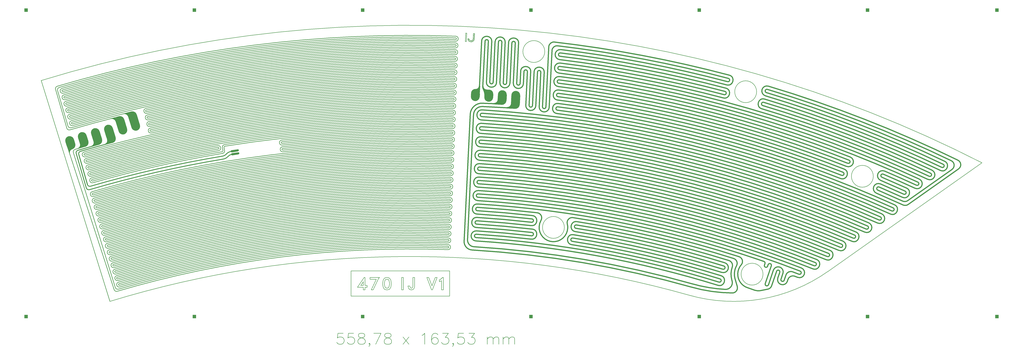
<source format=gbr>
%FSLAX36Y36*%
%MOIN*%
%SFA1.000B1.000*%

%MIA0B0*%
%IPPOS*%
%ADD10C,0.00100*%
%ADD11C,0.00200*%
%ADD12C,0.00400*%
%ADD13C,0.00800*%
%ADD14C,0.01969*%
%ADD15C,0.01600*%
%ADD20C,0.02362*%
%ADD46C,0.00669*%
%ADD47C,0.00984*%
%ADD48C,0.01339*%
%ADD49C,0.01378*%
%ADD50C,0.06400*%
%ADD51C,0.03200*%
%ADD52C,0.10236*%
%ADD53C,0.03032*%
%ADD54C,0.02598*%
%ADD55C,0.01516*%
%ADD56C,0.00689*%
%ADD57C,0.01299*%
%ADD62C,0.01000*%
%ADD67C,0.00500*%
%ADD68R,0.07874X0.07874*%
%LNcopper.470-ij-v*%
%LPD*%
G54D68*
X1614173Y8786198D03*
X5551181D03*
X9488189D03*
X13425197D03*
X17362205D03*
X21299213D03*
X24326442D03*
X1614173Y1614173D03*
X5551181D03*
X9488189D03*
X13425197D03*
X17362205D03*
X21299213D03*
X24326442D03*
G54D46*
X2580099Y5596527D02*
G75*
G03X2580099Y5596527I-3347D01*
G54D14*
X2787091Y5429923D02*
G01X3026531Y4618738D01*
G54D47*
X2792011Y5429924D02*
G03X2792011Y5429924I-4921D01*
X3031454Y4618739D02*
G03X3031454Y4618739I-4922D01*
G54D10*
X2855370Y5408795D02*
G01X3057988Y4705949D01*
X3040034Y4700773*
X2837417Y5403619*
X2855370Y5408795*
G54D11*
X2840352Y5403961D02*
G01X2856260D01*
X3039145Y4705607D02*
G01X3055053D01*
X2843877Y5404961D02*
G01X2855955D01*
X2849865Y5406687D02*
G01X2855458D01*
X2838036Y5403277D02*
G01X2855029Y5408176D01*
X2856323Y5403684*
G54D15*
X3044140Y4713607D02*
G01X3047975D01*
X3039864Y4728441D02*
G01X3043699D01*
X3035587Y4743274D02*
G01X3039422D01*
X3031311Y4758108D02*
G01X3035146D01*
X3027035Y4772942D02*
G01X3030870D01*
X3022758Y4787776D02*
G01X3026594D01*
X3018482Y4802610D02*
G01X3022317D01*
X3014206Y4817444D02*
G01X3018041D01*
X3009929Y4832278D02*
G01X3013764D01*
X3005653Y4847111D02*
G01X3009488D01*
X3001377Y4861945D02*
G01X3005212D01*
X2997100Y4876779D02*
G01X3000935D01*
X2992824Y4891613D02*
G01X2996659D01*
X2988548Y4906447D02*
G01X2992383D01*
X2984271Y4921281D02*
G01X2988106D01*
X2979995Y4936115D02*
G01X2983830D01*
X2975719Y4950948D02*
G01X2979554D01*
X2971442Y4965782D02*
G01X2975277D01*
X2967166Y4980616D02*
G01X2971001D01*
X2962890Y4995450D02*
G01X2966725D01*
X2958613Y5010284D02*
G01X2962449D01*
X2954337Y5025118D02*
G01X2958172D01*
X2950061Y5039952D02*
G01X2953896D01*
X2945784Y5054785D02*
G01X2949619D01*
X2941508Y5069619D02*
G01X2945343D01*
X2937232Y5084453D02*
G01X2941067D01*
X2932955Y5099287D02*
G01X2936790D01*
X2928679Y5114121D02*
G01X2932514D01*
X2924403Y5128955D02*
G01X2928238D01*
X2920126Y5143789D02*
G01X2923962D01*
X2915850Y5158622D02*
G01X2919685D01*
X2911574Y5173456D02*
G01X2915409D01*
X2907297Y5188290D02*
G01X2911132D01*
X2903021Y5203124D02*
G01X2906856D01*
X2898745Y5217958D02*
G01X2902580D01*
X2894468Y5232792D02*
G01X2898303D01*
X2890192Y5247626D02*
G01X2894027D01*
X2885916Y5262459D02*
G01X2889751D01*
X2881639Y5277293D02*
G01X2885475D01*
X2877363Y5292127D02*
G01X2881198D01*
X2873087Y5306961D02*
G01X2876922D01*
X2868810Y5321795D02*
G01X2872645D01*
X2864534Y5336629D02*
G01X2868369D01*
X2860258Y5351463D02*
G01X2864093D01*
X2855981Y5366296D02*
G01X2859817D01*
X2851705Y5381130D02*
G01X2855540D01*
X2847429Y5395964D02*
G01X2851264D01*
G54D11*
X3039081Y4705884D02*
G01X2838036Y5403277D01*
X2856323Y5403684D02*
G01X3057369Y4706291D01*
G54D15*
X3044140Y4713607D02*
G01X2846701Y5398490D01*
X2851265Y5395961D02*
G01X3048704Y4711078D01*
G54D11*
X3039947Y4702880D02*
G01X3045540D01*
X3039450Y4704607D02*
G01X3051528D01*
X3040376Y4701392D02*
G01X3039081Y4705884D01*
X3057369Y4706291D02*
G01X3040376Y4701392D01*
X2838127Y5402961D02*
G01X2856532D01*
G54D12*
X2855779Y5401961D02*
G01X3055949Y4707607D01*
X2839456Y5401961D02*
G01X2855779D01*
G54D13*
X2854275Y5399961D02*
G01X3053291Y4709607D01*
X2842114Y5399961D02*
G01X2854275D01*
G54D11*
X3057278Y4706607D02*
G01X3038873D01*
G54D12*
X3039625Y4707607D02*
G01X2839456Y5401961D01*
X3055949Y4707607D02*
G01X3039625D01*
G54D13*
X3041130Y4709607D02*
G01X2842114Y5399961D01*
X3053291Y4709607D02*
G01X3041130D01*
G54D47*
X2851176Y5406688D02*
G03X2851176Y5406688I-4921D01*
X3054072Y4702881D02*
G03X3054072Y4702881I-4922D01*
G54D48*
X4011337Y6283477D02*
G03X3882666Y6359771I-101411J-24382D01*
G54D46*
X3886013D02*
G03X3886013Y6359771I-3347D01*
X4014684Y6283477D02*
G03X4014684Y6283477I-3347D01*
G54D48*
X3720042Y6169100D02*
G03X3591371Y6245394I-101411J-24382D01*
G54D46*
X3594719Y6245393D02*
G03X3594719Y6245393I-3347D01*
X3723390Y6169099D02*
G03X3723390Y6169099I-3347D01*
G54D14*
X3458507Y5641631D02*
G03X3518673Y5758165I-27871J88189D01*
G54D47*
X3523596Y5758166D02*
G03X3523596Y5758166I-4922D01*
X3463428Y5641632D02*
G03X3463428Y5641632I-4921D01*
G54D14*
X3142946Y5595711D02*
G03X3203111Y5712245I-27873J88188D01*
G54D47*
X3208032Y5712246D02*
G03X3208032Y5712246I-4921D01*
X3147866Y5595712D02*
G03X3147866Y5595712I-4921D01*
G54D48*
X2821201Y5544176D02*
G03X2881367Y5660711I-27872J88189D01*
G54D46*
X2884715Y5660710D02*
G03X2884715Y5660710I-3347D01*
X2824548Y5544176D02*
G03X2824548Y5544176I-3347D01*
G54D48*
X2694139Y5537671D02*
G03X2633973Y5421137I27872J-88189D01*
G54D46*
X2637320Y5421136D02*
G03X2637320Y5421136I-3347D01*
X2697487Y5537671D02*
G03X2697487Y5537671I-3347D01*
G54D14*
X2825508Y5504332D02*
G03X2787091Y5429923I17796J-56310D01*
G54D47*
X2792011Y5429924D02*
G03X2792011Y5429924I-4921D01*
X2830430Y5504333D02*
G03X2830430Y5504333I-4922D01*
G54D14*
X3026531Y4618739D02*
G03X3099768Y4583676I55138J21150D01*
G54D47*
X3104688Y4583677D02*
G03X3104688Y4583677I-4921D01*
X3031454Y4618739D02*
G03X3031454Y4618739I-4922D01*
G54D14*
X2885637Y5480896D02*
G03X2847220Y5406488I17796J-56309D01*
G54D47*
X2852142D02*
G03X2852142Y5406488I-4922D01*
X2890559Y5480897D02*
G03X2890559Y5480897I-4922D01*
G54D14*
X3049150Y4702881D02*
G03X3123559Y4664463I56310J17795D01*
G54D47*
X3128481Y4664464D02*
G03X3128481Y4664464I-4922D01*
X3054072Y4702881D02*
G03X3054072Y4702881I-4922D01*
G54D46*
X3009711Y5597677D02*
G03X3009711Y5597677I-3347D01*
G54D14*
X3622796Y5684663D02*
G03X2885637Y5480896I6973490J-26662996D01*
G54D47*
X2890559Y5480897D02*
G03X2890559Y5480897I-4922D01*
X3627717Y5684664D02*
G03X3627717Y5684664I-4921D01*
G54D46*
X3783915Y6293917D02*
G03X3783915Y6293917I-3347D01*
X4079709Y6406612D02*
G03X4079709Y6406612I-3347D01*
G54D14*
X6221102Y5370333D02*
G03X3123559Y4664463I4374946J-26347777D01*
G54D47*
X3128481Y4664464D02*
G03X3128481Y4664464I-4922D01*
G54D14*
X6225537Y5299232D02*
G03X3099768Y4583676I4370524J-26276745D01*
G54D47*
X3104688Y4583677D02*
G03X3104688Y4583677I-4921D01*
G54D49*
X3006363Y5597678D02*
G03X2759752Y5526007I7589872J-26575817D01*
Y5526006D02*
G03X2721533Y5451611I15295J-54872D01*
Y5451611D02*
G01X3702000Y2293193D01*
Y2293193D02*
G03X3776409Y2254776I56310J17796D01*
X11484581Y3218717D02*
G03X3776409Y2254776I-888502J-24196324D01*
X11484581Y3218717D02*
G03X11486025Y3258060I722J19671D01*
Y3258060D02*
G03X3810889Y2305880I-889969J-24235488D01*
X3777844Y2419274D02*
G03X3810889Y2305880I14954J-57154D01*
X11490360Y3376091D02*
G03X3777844Y2419274I-894304J-24353519D01*
X11490360Y3376091D02*
G03X11491901Y3415431I771J19670D01*
Y3415431D02*
G03X3766822Y2457069I-895845J-24392858D01*
X3733785Y2570465D02*
G03X3766822Y2457069I16518J-56698D01*
X11496139Y3533465D02*
G03X3733785Y2570465I-900083J-24510891D01*
X11496139Y3533465D02*
G03X11497583Y3572809I320J19687D01*
Y3572809D02*
G03X3722770Y2608263I-901527J-24550236D01*
X3689725Y2721656D02*
G03X3722770Y2608263I15402J-57023D01*
X11501996Y3690836D02*
G03X3689725Y2721655I-905939J-24668262D01*
X11501996Y3690836D02*
G03X11503362Y3730183I683J19673D01*
Y3730183D02*
G03X3678703Y2759452I-907306J-24707609D01*
X3645666Y2872847D02*
G03X3678703Y2759451I15503J-56994D01*
X11507696Y3848213D02*
G03X3645666Y2872847I-911640J-24825638D01*
X11507696Y3848213D02*
G03X11509141Y3887557I722J19672D01*
Y3887557D02*
G03X3634651Y2910645I-913085J-24864982D01*
X3601606Y3024038D02*
G03X3634651Y2910646I16523J-56696D01*
X11513475Y4005588D02*
G03X3601606Y3024039I-917419J-24983012D01*
X11513475Y4005588D02*
G03X11514920Y4044931I-355J19711D01*
Y4044931D02*
G03X3590591Y3061836I-918864J-25022355D01*
X3557546Y3175230D02*
G03X3590591Y3061836I15246J-57069D01*
X11519254Y4162962D02*
G03X3557546Y3175230I-923198J-25140385D01*
X11519254Y4162962D02*
G03X11520712Y4202304I729J19671D01*
Y4202305D02*
G03X3546524Y3213025I-924656J-25179728D01*
X3513487Y3326421D02*
G03X3546524Y3213025I13818J-57485D01*
X11525033Y4320336D02*
G03X3513487Y3326421I-928977J-25297758D01*
X11525033Y4320336D02*
G03X11526478Y4359680I722J19672D01*
Y4359680D02*
G03X3502470Y3364218I-930422J-25337102D01*
X3469427Y3477612D02*
G03X3502470Y3364218I15489J-56998D01*
X11530812Y4477710D02*
G03X3469427Y3477612I-934757J-25455132D01*
X11530812Y4477710D02*
G03X11532257Y4517054I-1028J19736D01*
Y4517054D02*
G03X3458412Y3515410I-936201J-25494475D01*
X3425367Y3628803D02*
G03X3458412Y3515410I17345J-56457D01*
X11536591Y4635085D02*
G03X3425367Y3628804I-940536J-25612506D01*
X11536591Y4635085D02*
G03X11538035Y4674428I-1697J19760D01*
Y4674428D02*
G03X3414347Y3666600I-941980J-25651848D01*
X3381308Y3779995D02*
G03X3414347Y3666600I15064J-57121D01*
X11542370Y4792459D02*
G03X3381308Y3779995I-946314J-25769878D01*
X11542370Y4792459D02*
G03X11543894Y4831799I762J19670D01*
Y4831800D02*
G03X3370280Y3817789I-947838J-25809219D01*
X3337248Y3931186D02*
G03X3370280Y3817789I16516J-56699D01*
X11548149Y4949833D02*
G03X3337248Y3931186I-952094J-25927251D01*
X11548149Y4949833D02*
G03X11549606Y4989176I728J19671D01*
Y4989176D02*
G03X3326233Y3968984I-953551J-25966595D01*
X3293188Y4082377D02*
G03X3326233Y3968984I15681J-56941D01*
X11553927Y5107207D02*
G03X3293188Y4082377I-957872J-26084624D01*
X11553927Y5107207D02*
G03X11555452Y5146548I762J19670D01*
Y5146548D02*
G03X3282168Y4120174I-959397J-26123966D01*
X3249129Y4233569D02*
G03X3282168Y4120174I16519J-56697D01*
X11559706Y5264582D02*
G03X3249129Y4233569I-963651J-26241998D01*
X11559706Y5264582D02*
G03X11561248Y5303922I771J19670D01*
Y5303922D02*
G03X3238109Y4271365I-965194J-26281338D01*
X3205069Y4384760D02*
G03X3238109Y4271365I15399J-57024D01*
X11565485Y5421956D02*
G03X3205069Y4384760I-969430J-26399371D01*
X11565485Y5421956D02*
G03X11566943Y5461299I729J19671D01*
Y5461299D02*
G03X3194046Y4422555I-970888J-26438714D01*
X3161010Y4535951D02*
G03X3194046Y4422554I15675J-56944D01*
X11571201Y5579333D02*
G03X3161010Y4535952I-975146J-26556747D01*
X11571201Y5579333D02*
G03X11572709Y5618675I754J19671D01*
Y5618674D02*
G03X7625696Y5470321I-976650J-26596121D01*
X7610795Y5587500D02*
G03X7625696Y5470321I7451J-58589D01*
X11577043Y5736704D02*
G03X7610795Y5587500I-980985J-26714152D01*
X11577043Y5736704D02*
G03X11578488Y5776048I722J19672D01*
Y5776048D02*
G03X7607260Y5626721I-982430J-26753496D01*
X7594074Y5744090D02*
G03X7607260Y5626721I6593J-58684D01*
X11582822Y5894079D02*
G03X7594074Y5744091I-986742J-26871697D01*
X11582822Y5894079D02*
G03X11584267Y5933422I467J19681D01*
Y5933422D02*
G03X6262683Y5600611I-988184J-26911055D01*
Y5600611D02*
G03X6246481Y5578019I3444J-19575D01*
Y5578019D02*
G01X6259377Y5500342D01*
X6210783Y5432476D02*
G03X6259377Y5500342I-9957J58460D01*
X6210783Y5432476D02*
G03X3179713Y4746326I4385276J-26409924D01*
X3147660Y4860005D02*
G03X3179713Y4746326I14436J-57288D01*
X6113836Y5535987D02*
G03X3147660Y4860006I4482243J-26513606D01*
X6113836Y5535987D02*
G03X6107273Y5574806I-3281J19410D01*
Y5574806D02*
G03X3136641Y4897802I4488809J-26552439D01*
X3103596Y5011196D02*
G03X3136641Y4897802I15267J-57063D01*
X11588601Y6051453D02*
G03X3103596Y5011196I-992509J-27029168D01*
X11588601Y6051453D02*
G03X11590046Y6090796I-2132J19776D01*
Y6090796D02*
G03X3092888Y5049082I-993992J-27068202D01*
X3060058Y5162538D02*
G03X3092888Y5049083I14896J-57167D01*
X11594380Y6208827D02*
G03X3060058Y5162538I-998322J-27186261D01*
X11594380Y6208827D02*
G03X11595825Y6248171I-564J19719D01*
Y6248171D02*
G03X3049045Y5200337I-999766J-27225613D01*
X3016424Y5313853D02*
G03X3049045Y5200337I16310J-56758D01*
X11600159Y6366201D02*
G03X3016424Y5313853I-1004097J-27343667D01*
X11600159Y6366201D02*
G03X11601603Y6405545I722J19672D01*
Y6405545D02*
G03X3005411Y5351652I-1005541J-27383018D01*
X2972359Y5465044D02*
G03X3005411Y5351651I14922J-57164D01*
X11605938Y6523576D02*
G03X2972359Y5465044I-1009869J-27501107D01*
X11605938Y6523576D02*
G03X11607382Y6562919I107J19694D01*
Y6562919D02*
G03X4543871Y5908711I-1011304J-27540530D01*
X4517933Y6023938D02*
G03X4543871Y5908711I14707J-57222D01*
X11611716Y6680950D02*
G03X4517933Y6023938I-1015638J-27658560D01*
X11611716Y6680950D02*
G03X11613241Y6720290I762J19670D01*
Y6720290D02*
G03X4509287Y6062347I-1017163J-27697900D01*
X4483349Y6177574D02*
G03X4509287Y6062347I15589J-57024D01*
X11617495Y6838324D02*
G03X4483349Y6177574I-1021417J-27815934D01*
X11617495Y6838324D02*
G03X11618953Y6877667I729J19671D01*
Y6877667D02*
G03X4474674Y6215976I-1022875J-27855277D01*
X4448765Y6331210D02*
G03X4474674Y6215977I14052J-57370D01*
X11623274Y6995699D02*
G03X4448765Y6331211I-1027196J-27973308D01*
X11623274Y6995699D02*
G03X11624799Y7035039I762J19670D01*
Y7035039D02*
G03X4440107Y6369616I-1028721J-28012648D01*
X4414193Y6484849D02*
G03X4440107Y6369617I14963J-57165D01*
X11629053Y7153073D02*
G03X4414193Y6484849I-1032980J-28130633D01*
X11629053Y7153073D02*
G03X11630595Y7192413I771J19670D01*
Y7192413D02*
G03X2709398Y6085662I-1034542J-28169817D01*
X2676353Y6199055D02*
G03X2709398Y6085661I15331J-57044D01*
X11634832Y7310447D02*
G03X2676353Y6199055I-1038779J-28287852D01*
X11634832Y7310447D02*
G03X11636277Y7349790I-2013J19772D01*
Y7349790D02*
G03X2665331Y6236850I-1040223J-28327195D01*
X2632294Y6350246D02*
G03X2665331Y6236851I14561J-57268D01*
X11640611Y7467821D02*
G03X2632294Y6350246I-1044557J-28445224D01*
X11640611Y7467821D02*
G03X11642069Y7507164I729J19671D01*
Y7507164D02*
G03X2621279Y6388044I-1046016J-28484567D01*
X2588234Y6501437D02*
G03X2621279Y6388045I14924J-57162D01*
X11646390Y7625195D02*
G03X2588234Y6501437I-1050337J-28602597D01*
X11646390Y7625195D02*
G03X11647835Y7664539I722J19672D01*
Y7664539D02*
G03X2577211Y6539233I-1051782J-28641941D01*
X2544175Y6652629D02*
G03X2577211Y6539233I15070J-57120D01*
X11652169Y7782570D02*
G03X2544175Y6652629I-1056116J-28759971D01*
X11652169Y7782570D02*
G03X11653627Y7821913I729J19671D01*
Y7821913D02*
G03X2533151Y6690424I-1057574J-28799314D01*
X2500115Y6803820D02*
G03X2533151Y6690424I15063J-57122D01*
X11657948Y7939944D02*
G03X2500115Y6803820I-1061894J-28917345D01*
X11657948Y7939944D02*
G03X11659403Y7979288I727J19672D01*
Y7979287D02*
G03X2489100Y6841618I-1063350J-28956688D01*
X2456055Y6955011D02*
G03X2489100Y6841618I14998J-57141D01*
X11663727Y8097318D02*
G03X2456055Y6955011I-1067674J-29074718D01*
X11663727Y8097318D02*
G03X11665296Y8136657I784J19669D01*
Y8136657D02*
G03X2390445Y6976841I-1069231J-29114157D01*
Y6976841D02*
G03X2351063Y6902632I18690J-57473D01*
Y6902632D02*
G01X2595798Y6071599D01*
Y6071599D02*
G03X2670207Y6033182I56310J17796D01*
X4076361Y6406612D02*
G03X2670207Y6033182I6519856J-27384721D01*
G54D14*
X3322193Y5645042D02*
G03X2825508Y5504332I7274495J-26624790D01*
G54D47*
X2830430Y5504333D02*
G03X2830430Y5504333I-4922D01*
X3327115Y5645043D02*
G03X3327115Y5645043I-4922D01*
G54D49*
X2576752Y5596527D02*
G01X3673671Y2243809D01*
Y2243809D02*
G03X3748080Y2205392I56310J17796D01*
X11483136Y3179373D02*
G03X3748080Y2205393I-887067J-24156907D01*
X11483136Y3179373D02*
G03X11487303Y3297409I2083J59018D01*
Y3297410D02*
G03X3799874Y2343678I-891247J-24274838D01*
X3788866Y2381478D02*
G03X3799874Y2343678I7655J-18274D01*
X11488915Y3336747D02*
G03X3788866Y2381477I-892859J-24314174D01*
X11488915Y3336747D02*
G03X11493113Y3454783I2099J59018D01*
Y3454783D02*
G03X3755815Y2494869I-897056J-24432210D01*
X3744810Y2532670D02*
G03X3755815Y2494869I5711J-18840D01*
X11494694Y3494121D02*
G03X3744810Y2532670I-898638J-24471547D01*
X11494694Y3494121D02*
G03X11499196Y3612145I2251J59012D01*
Y3612146D02*
G03X3711755Y2646060I-903140J-24589572D01*
X3700755Y2683862D02*
G03X3711755Y2646060I6430J-18630D01*
X11500473Y3651495D02*
G03X3700755Y2683862I-904417J-24628922D01*
X11500473Y3651495D02*
G03X11504807Y3769525I2167J59015D01*
Y3769526D02*
G03X3667596Y2797222I-908751J-24746952D01*
X3656695Y2835053D02*
G03X3667596Y2797223I5451J-18915D01*
X11506252Y3808870D02*
G03X3656695Y2835053I-910195J-24786296D01*
X11506252Y3808870D02*
G03X11510754Y3926894I2251J59012D01*
Y3926894D02*
G03X3623636Y2948443I-914698J-24904319D01*
X3612623Y2986241D02*
G03X3623636Y2948443I7689J-18263D01*
X11512031Y3966244D02*
G03X3612623Y2986241I-915975J-24943669D01*
X11512031Y3966244D02*
G03X11516198Y4084280I2084J59018D01*
Y4084281D02*
G03X3579576Y3099634I-920142J-25061704D01*
X3568576Y3137436D02*
G03X3579576Y3099634I6583J-18586D01*
X11517809Y4123618D02*
G03X3568576Y3137436I-921753J-25101041D01*
X11517809Y4123618D02*
G03X11522312Y4241642I2251J59012D01*
Y4241643D02*
G03X3535665Y3250869I-926256J-25219066D01*
X3524509Y3288625D02*
G03X3535665Y3250869I7405J-18338D01*
X11523588Y4280993D02*
G03X3524509Y3288626I-927532J-25258415D01*
X11523588Y4280993D02*
G03X11528091Y4399017I2251J59012D01*
Y4399017D02*
G03X3491457Y3402016I-932034J-25376439D01*
X3480457Y3439819D02*
G03X3491457Y3402017I6128J-18718D01*
X11529367Y4438367D02*
G03X3480457Y3439819I-933311J-25415789D01*
X11529367Y4438367D02*
G03X11533702Y4556398I2167J59015D01*
Y4556398D02*
G03X3447397Y3553208I-937646J-25533819D01*
X3436391Y3591008D02*
G03X3447397Y3553208I7267J-18386D01*
X11535146Y4595741D02*
G03X3436391Y3591008I-939091J-25573162D01*
X11535146Y4595741D02*
G03X11539480Y4713771I2167J59015D01*
Y4713772D02*
G03X3403338Y3704399I-943425J-25691192D01*
X3392337Y3742201D02*
G03X3403338Y3704399I5714J-18839D01*
X11540925Y4753115D02*
G03X3392337Y3742201I-944869J-25730534D01*
X11540925Y4753115D02*
G03X11545259Y4871145I2167J59015D01*
Y4871146D02*
G03X3359278Y3855590I-949204J-25848565D01*
X3348278Y3893393D02*
G03X3359278Y3855589I5771J-18823D01*
X11546704Y4910490D02*
G03X3348278Y3893393I-950649J-25887908D01*
X11546704Y4910490D02*
G03X11551176Y5028515I2236J59012D01*
Y5028515D02*
G03X3315218Y4006781I-955120J-26005934D01*
X3304213Y4044582D02*
G03X3315218Y4006783I6112J-18722D01*
X11552483Y5067864D02*
G03X3304213Y4044582I-956428J-26045282D01*
X11552483Y5067864D02*
G03X11556817Y5185894I2167J59015D01*
Y5185894D02*
G03X3271275Y4158006I-960762J-26163312D01*
X3260153Y4195774D02*
G03X3271275Y4158007I5561J-18884D01*
X11558262Y5225238D02*
G03X3260153Y4195773I-962207J-26202654D01*
X11558262Y5225238D02*
G03X11562460Y5343274I2099J59018D01*
Y5343274D02*
G03X3227291Y4309220I-966405J-26320690D01*
X3216092Y4346964D02*
G03X3227291Y4309220I7005J-18455D01*
X11564041Y5382612D02*
G03X3216092Y4346964I-967986J-26360028D01*
X11564041Y5382612D02*
G03X11568375Y5500643I2167J59015D01*
Y5500643D02*
G03X3183039Y4460355I-972320J-26478058D01*
X3172039Y4498157D02*
G03X3183039Y4460357I5304J-18957D01*
X11569796Y5539987D02*
G03X3172039Y4498157I-973741J-26517403D01*
X11569796Y5539987D02*
G03X11574154Y5658017I2179J59015D01*
Y5658017D02*
G03X7620729Y5509380I-978095J-26635465D01*
X7615762Y5548440D02*
G03X7620729Y5509382I2484J-19529D01*
X11575599Y5697361D02*
G03X7615762Y5548441I-979541J-26674808D01*
X11575599Y5697361D02*
G03X11579931Y5815392I1560J59038D01*
Y5815392D02*
G03X7602864Y5665845I-983869J-26792866D01*
X7598469Y5704968D02*
G03X7602864Y5665844I2480J-19530D01*
X11581377Y5854735D02*
G03X7598469Y5704968I-985310J-26832250D01*
X11581377Y5854735D02*
G03X11585712Y5972765I2167J59015D01*
Y5972766D02*
G03X6256234Y5639449I-989626J-26950427D01*
Y5639449D02*
G03X6207634Y5571627I9776J-58329D01*
Y5571627D02*
G01X6220530Y5493950D01*
X6204334Y5471314D02*
G03X6220530Y5493950I-4548J20366D01*
X6204334Y5471314D02*
G03X3168696Y4784123I4391728J-26448788D01*
X3157674Y4821919D02*
G03X3168696Y4784123I5220J-18983D01*
X6120398Y5497169D02*
G03X3157674Y4821919I4475669J-26474683D01*
X6120398Y5497169D02*
G03X6100711Y5613625I-9844J58228D01*
Y5613625D02*
G03X3125630Y4935601I4495375J-26591286D01*
X3114617Y4973400D02*
G03X3125630Y4935601I6433J-18629D01*
X11587156Y6012109D02*
G03X3114617Y4973399I-991065J-26989812D01*
X11587156Y6012109D02*
G03X11591354Y6130145I2099J59018D01*
Y6130145D02*
G03X3081871Y5086880I-995297J-27107575D01*
X3070852Y5124677D02*
G03X3081871Y5086880I5509J-18899D01*
X11592935Y6169484D02*
G03X3070852Y5124677I-996873J-27146953D01*
X11592935Y6169484D02*
G03X11597437Y6287508I2251J59012D01*
Y6287508D02*
G03X3038032Y5238136I-1001378J-27264958D01*
X3027014Y5275933D02*
G03X3038032Y5238136I5509J-18899D01*
X11598714Y6326858D02*
G03X3027014Y5275933I-1002649J-27304359D01*
X11598714Y6326858D02*
G03X11602881Y6444894I2084J59018D01*
Y6444895D02*
G03X2994394Y5389449I-1006818J-27422371D01*
X2983426Y5427261D02*
G03X2994394Y5389449I6209J-18696D01*
X11604493Y6484232D02*
G03X2983426Y5427260I-1008424J-27461759D01*
X11604493Y6484232D02*
G03X11608965Y6602258I2236J59013D01*
Y6602258D02*
G03X4535354Y5947150I-1012885J-27579884D01*
X4526567Y5985527D02*
G03X4535354Y5947149I4834J-19088D01*
X11610272Y6641606D02*
G03X4526567Y5985526I-1014194J-27619215D01*
X11610272Y6641606D02*
G03X11614606Y6759637I2167J59015D01*
Y6759637D02*
G03X4500685Y6100766I-1018528J-27737247D01*
X4492013Y6139170D02*
G03X4500685Y6100766I5076J-19035D01*
X11616051Y6798981D02*
G03X4492013Y6139170I-1019974J-27776590D01*
X11616051Y6798981D02*
G03X11620385Y6917011I2167J59015D01*
Y6917011D02*
G03X4466133Y6254409I-1024307J-27894620D01*
X4457443Y6292808D02*
G03X4466133Y6254410I4761J-19105D01*
X11621830Y6956355D02*
G03X4457443Y6292808I-1025752J-27933964D01*
X11621830Y6956355D02*
G03X11626164Y7074385I2167J59015D01*
Y7074386D02*
G03X4431757Y6408092I-1030086J-28051995D01*
X4422839Y6446440D02*
G03X4431757Y6408092I4459J-19174D01*
X11627609Y7113729D02*
G03X4422839Y6446440I-1031531J-28091338D01*
X11627609Y7113729D02*
G03X11631943Y7231760I2167J59015D01*
Y7231760D02*
G03X2698845Y6123594I-1035889J-28209164D01*
X2687368Y6161257D02*
G03X2698845Y6123594I6317J-18655D01*
X11633388Y7271103D02*
G03X2687368Y6161257I-1037335J-28248508D01*
X11633388Y7271103D02*
G03X11637722Y7389134I2167J59015D01*
Y7389134D02*
G03X2654765Y6273596I-1043592J-28322137D01*
X2643320Y6312452D02*
G03X2654765Y6273596I6222J-19281D01*
X11639166Y7428477D02*
G03X2643320Y6312451I-1043113J-28405880D01*
X11639166Y7428477D02*
G03X11643501Y7546508I2167J59015D01*
Y7546508D02*
G03X2610264Y6425842I-1047448J-28523911D01*
X2599256Y6463642D02*
G03X2610264Y6425843I4837J-19094D01*
X11644945Y7585852D02*
G03X2599256Y6463641I-1048891J-28563254D01*
X11644945Y7585852D02*
G03X11649113Y7703889I2084J59018D01*
Y7703889D02*
G03X2566204Y6577033I-1053059J-28681290D01*
X2555211Y6614837D02*
G03X2566204Y6577033I5868J-18794D01*
X11650724Y7743226D02*
G03X2555211Y6614837I-1054671J-28720627D01*
X11650724Y7743226D02*
G03X11655058Y7861257I2167J59015D01*
Y7861257D02*
G03X2522310Y6728273I-1059005J-28838658D01*
X2511139Y6766025D02*
G03X2522310Y6728273I5585J-18876D01*
X11656503Y7900600D02*
G03X2511139Y6766025I-1060450J-28878001D01*
X11656503Y7900600D02*
G03X11660838Y8018631I2167J59015D01*
Y8018631D02*
G03X2478085Y6879416I-1064785J-28996031D01*
X2467072Y6917214D02*
G03X2478085Y6879416I6776J-18529D01*
X11662282Y8057975D02*
G03X2467072Y6917214I-1066229J-29035375D01*
X11662282Y8057975D02*
G03X11666616Y8176005I2167J59015D01*
Y8176005D02*
G03X2342022Y7003631I-1070520J-29153747D01*
Y7003631D02*
G03X2303605Y6929223I17796J-56310D01*
Y6929223D02*
G01X2566963Y6022076D01*
Y6022076D02*
G03X2641372Y5983659I56310J17796D01*
X3780568Y6293917D02*
G03X2641372Y5983659I6815279J-27270674D01*
G54D10*
X3991815Y6377438D02*
G01X3997402Y6359442D01*
X3957239Y6346973*
X3951652Y6364969*
X3991815Y6377438*
G54D11*
X3954346Y6365298D02*
G01X3995077D01*
X3953977Y6359112D02*
G01X3994708D01*
X3953683Y6360112D02*
G01X3996671D01*
X3953250Y6361508D02*
G01X3996237D01*
X3952817Y6362903D02*
G01X3995804D01*
X3952384Y6364298D02*
G01X3995371D01*
X3953902Y6359409D02*
G01X3952278Y6364640D01*
X3995153Y6365002D02*
G01X3996777Y6359771D01*
G54D12*
X3964214Y6367298D02*
G01X3993393D01*
X3973625Y6370220D02*
G01X3992485D01*
X3983037Y6373142D02*
G01X3991578D01*
G54D11*
X3952278Y6364640D02*
G01X3991486Y6376812D01*
X3995153Y6365002*
G54D12*
X3953529Y6363981D02*
G01X3990827Y6375561D01*
X3994198Y6364705*
X3957476Y6351269D02*
G01X3966018D01*
X3956569Y6354191D02*
G01X3975429D01*
X3955662Y6357112D02*
G01X3984840D01*
G54D11*
X3957568Y6347599D02*
G01X3953902Y6359409D01*
X3996777Y6359771D02*
G01X3957568Y6347599D01*
G54D12*
X3958227Y6348850D02*
G01X3954857Y6359705D01*
X3995525Y6360429D02*
G01X3958227Y6348850D01*
G54D10*
X4008168Y6372475D02*
G01X4014707Y6351411D01*
X3972602Y6338340*
X3966063Y6359403*
X4008168Y6372475*
G54D11*
X3968757Y6359732D02*
G01X4011617D01*
X3969153Y6351082D02*
G01X4012013D01*
G54D12*
X3969596Y6353082D02*
G01X4012618D01*
X3968874Y6355407D02*
G01X4011896D01*
X3968152Y6357732D02*
G01X4011174D01*
G54D11*
X3969077Y6351379D02*
G01X3966688Y6359074D01*
X4011693Y6359436D02*
G01X4014082Y6351741D01*
G54D12*
X3970032Y6351675D02*
G01X3967940Y6358415D01*
X4010738Y6359139D02*
G01X4012830Y6352399D01*
X3978625Y6361732D02*
G01X4009933D01*
X3986169Y6364075D02*
G01X4009205D01*
X3993713Y6366417D02*
G01X4008478D01*
X4001257Y6368759D02*
G01X4007751D01*
G54D11*
X3966688Y6359074D02*
G01X4007839Y6371849D01*
X4011693Y6359436*
G54D12*
X3967940Y6358415D02*
G01X4007180Y6370598D01*
X4010738Y6359139*
X3973019Y6342056D02*
G01X3979513D01*
X3972292Y6344398D02*
G01X3987058D01*
X3971564Y6346740D02*
G01X3994602D01*
X3970837Y6349082D02*
G01X4002146D01*
G54D11*
X3972931Y6338965D02*
G01X3969077Y6351379D01*
X4014082Y6351741D02*
G01X3972931Y6338965D01*
G54D12*
X3973590Y6340217D02*
G01X3970032Y6351675D01*
X4012830Y6352399D02*
G01X3973590Y6340217D01*
G54D10*
X3975753Y6386722D02*
G01X3980991Y6369849D01*
X3935989Y6355878*
X3930750Y6372751*
X3975753Y6386722*
G54D11*
X3933445Y6373081D02*
G01X3979481D01*
X3932261Y6369519D02*
G01X3978297D01*
X3931967Y6370519D02*
G01X3980259D01*
X3931482Y6372081D02*
G01X3979775D01*
X3932185Y6369816D02*
G01X3931376Y6372422D01*
X3979556Y6372784D02*
G01X3980365Y6370178D01*
G54D12*
X3943312Y6375081D02*
G01X3977796D01*
X3951581Y6377647D02*
G01X3977000D01*
X3959849Y6380214D02*
G01X3976203D01*
X3968118Y6382781D02*
G01X3975406D01*
G54D11*
X3931376Y6372422D02*
G01X3975424Y6386096D01*
X3979556Y6372784*
G54D12*
X3932628Y6371763D02*
G01X3974765Y6384845D01*
X3978601Y6372488*
X3936336Y6359819D02*
G01X3943625D01*
X3935539Y6362386D02*
G01X3951893D01*
X3934742Y6364953D02*
G01X3960162D01*
X3933945Y6367520D02*
G01X3968430D01*
G54D11*
X3936318Y6356503D02*
G01X3932185Y6369816D01*
X3980365Y6370178D02*
G01X3936318Y6356503D01*
G54D12*
X3936977Y6357755D02*
G01X3933140Y6370112D01*
X3979114Y6370837D02*
G01X3936977Y6357755D01*
G54D10*
X4046318Y6401572D02*
G01X4065424Y6340028D01*
X3992013Y6317238*
X3972907Y6378782*
X4046318Y6401572*
G54D11*
X3975601Y6379111D02*
G01X4052783D01*
X3985547Y6339699D02*
G01X4062730D01*
G54D15*
X3990409Y6347699D02*
G01X4055190D01*
X3986775Y6359405D02*
G01X4051555D01*
X3983141Y6371111D02*
G01X4047921D01*
G54D11*
X3985471Y6339995D02*
G01X3973532Y6378452D01*
X4052859Y6378815D02*
G01X4064798Y6340357D01*
G54D15*
X3992157Y6342071D02*
G01X3982293Y6373843D01*
X4046174Y6376739D02*
G01X4056038Y6344967D01*
G54D13*
X3998657Y6383111D02*
G01X4048384D01*
X4014856Y6388140D02*
G01X4046823D01*
X4031055Y6393169D02*
G01X4045262D01*
G54D11*
X3973532Y6378452D02*
G01X4045988Y6400946D01*
X4052859Y6378815*
G54D13*
X3977287Y6376477D02*
G01X4044013Y6397192D01*
X4049994Y6377925*
X3993069Y6325641D02*
G01X4007276D01*
X3991508Y6330670D02*
G01X4023475D01*
X3989947Y6335699D02*
G01X4039675D01*
G54D11*
X3992342Y6317863D02*
G01X3985471Y6339995D01*
X4064798Y6340357D02*
G01X3992342Y6317863D01*
G54D13*
X3994318Y6321618D02*
G01X3988337Y6340885D01*
X4061044Y6342333D02*
G01X3994318Y6321618D01*
G54D12*
X4045330Y6399695D02*
G01X4051099Y6381111D01*
X3985469D02*
G01X4045330Y6399695D01*
X3993001Y6319115D02*
G01X3987231Y6337699D01*
X4052862D02*
G01X3993001Y6319115D01*
G54D10*
X3700521Y6263061D02*
G01X3706108Y6245064D01*
X3665945Y6232596*
X3660358Y6250592*
X3700521Y6263061*
G54D11*
X3663052Y6250921D02*
G01X3703782D01*
X3662683Y6244735D02*
G01X3703413D01*
X3662389Y6245735D02*
G01X3705376D01*
X3661956Y6247131D02*
G01X3704943D01*
X3661523Y6248526D02*
G01X3704510D01*
X3661089Y6249921D02*
G01X3704077D01*
X3662607Y6245032D02*
G01X3660983Y6250263D01*
X3703858Y6250625D02*
G01X3705482Y6245394D01*
G54D12*
X3672920Y6252921D02*
G01X3702098D01*
X3682331Y6255843D02*
G01X3701191D01*
X3691742Y6258765D02*
G01X3700284D01*
G54D11*
X3660983Y6250263D02*
G01X3700192Y6262435D01*
X3703858Y6250625*
G54D12*
X3662235Y6249604D02*
G01X3699533Y6261183D01*
X3702903Y6250328*
X3666181Y6236892D02*
G01X3674723D01*
X3665274Y6239813D02*
G01X3684135D01*
X3664367Y6242735D02*
G01X3693546D01*
G54D11*
X3666274Y6233221D02*
G01X3662607Y6245032D01*
X3705482Y6245394D02*
G01X3666274Y6233221D01*
G54D12*
X3666932Y6234473D02*
G01X3663562Y6245328D01*
X3704231Y6246052D02*
G01X3666932Y6234473D01*
G54D10*
X3716874Y6258098D02*
G01X3723413Y6237034D01*
X3681307Y6223962*
X3674768Y6245026*
X3716874Y6258098*
G54D11*
X3677463Y6245355D02*
G01X3720322D01*
X3677859Y6236705D02*
G01X3720719D01*
G54D12*
X3678301Y6238705D02*
G01X3721324D01*
X3677579Y6241030D02*
G01X3720602D01*
X3676857Y6243355D02*
G01X3719880D01*
G54D11*
X3677783Y6237001D02*
G01X3675394Y6244697D01*
X3720398Y6245059D02*
G01X3722787Y6237363D01*
G54D12*
X3678738Y6237298D02*
G01X3676645Y6244038D01*
X3719443Y6244762D02*
G01X3721536Y6238022D01*
X3687330Y6247355D02*
G01X3718638D01*
X3694875Y6249697D02*
G01X3717911D01*
X3702419Y6252039D02*
G01X3717184D01*
X3709963Y6254382D02*
G01X3716457D01*
G54D11*
X3675394Y6244697D02*
G01X3716544Y6257472D01*
X3720398Y6245059*
G54D12*
X3676645Y6244038D02*
G01X3715886Y6256220D01*
X3719443Y6244762*
X3681724Y6227679D02*
G01X3688219D01*
X3680997Y6230021D02*
G01X3695763D01*
X3680270Y6232363D02*
G01X3703308D01*
X3679543Y6234705D02*
G01X3710852D01*
G54D11*
X3681637Y6224588D02*
G01X3677783Y6237001D01*
X3722787Y6237363D02*
G01X3681637Y6224588D01*
G54D12*
X3682295Y6225840D02*
G01X3678738Y6237298D01*
X3721536Y6238022D02*
G01X3682295Y6225840D01*
G54D10*
X3684458Y6272345D02*
G01X3689697Y6255471D01*
X3644694Y6241500*
X3639456Y6258374*
X3684458Y6272345*
G54D11*
X3642151Y6258703D02*
G01X3688186D01*
X3640967Y6255142D02*
G01X3687002D01*
X3640672Y6256142D02*
G01X3688965D01*
X3640188Y6257703D02*
G01X3688481D01*
X3640891Y6255439D02*
G01X3640082Y6258045D01*
X3688262Y6258407D02*
G01X3689071Y6255801D01*
G54D12*
X3652018Y6260703D02*
G01X3686502D01*
X3660287Y6263270D02*
G01X3685705D01*
X3668555Y6265837D02*
G01X3684908D01*
X3676823Y6268404D02*
G01X3684111D01*
G54D11*
X3640082Y6258045D02*
G01X3684129Y6271719D01*
X3688262Y6258407*
G54D12*
X3641333Y6257386D02*
G01X3683471Y6270468D01*
X3687307Y6258110*
X3645042Y6245442D02*
G01X3652330D01*
X3644245Y6248008D02*
G01X3660599D01*
X3643448Y6250575D02*
G01X3668867D01*
X3642651Y6253142D02*
G01X3677135D01*
G54D11*
X3645024Y6242126D02*
G01X3640891Y6255439D01*
X3689071Y6255801D02*
G01X3645024Y6242126D01*
G54D12*
X3645682Y6243378D02*
G01X3641846Y6255735D01*
X3687820Y6256459D02*
G01X3645682Y6243378D01*
G54D10*
X3755023Y6287195D02*
G01X3774130Y6225651D01*
X3700719Y6202861*
X3681612Y6264404*
X3755023Y6287195*
G54D11*
X3684307Y6264734D02*
G01X3761489D01*
X3694253Y6225322D02*
G01X3771435D01*
G54D15*
X3699115Y6233322D02*
G01X3763895D01*
X3695481Y6245028D02*
G01X3760261D01*
X3691847Y6256734D02*
G01X3756627D01*
G54D11*
X3694177Y6225618D02*
G01X3682238Y6264075D01*
X3761565Y6264437D02*
G01X3773504Y6225980D01*
G54D15*
X3700862Y6227694D02*
G01X3690999Y6259465D01*
X3754880Y6262362D02*
G01X3764743Y6230590D01*
G54D13*
X3707362Y6268734D02*
G01X3757090D01*
X3723561Y6273763D02*
G01X3755529D01*
X3739761Y6278792D02*
G01X3753967D01*
G54D11*
X3682238Y6264075D02*
G01X3754694Y6286569D01*
X3761565Y6264437*
G54D13*
X3685993Y6262100D02*
G01X3752718Y6282815D01*
X3758700Y6263548*
X3701775Y6211264D02*
G01X3715982D01*
X3700213Y6216293D02*
G01X3732181D01*
X3698652Y6221322D02*
G01X3748380D01*
G54D11*
X3701048Y6203486D02*
G01X3694177Y6225618D01*
X3773504Y6225980D02*
G01X3701048Y6203486D01*
G54D13*
X3703024Y6207241D02*
G01X3697042Y6226508D01*
X3769749Y6227956D02*
G01X3703024Y6207241D01*
G54D12*
X3754035Y6285318D02*
G01X3759805Y6266734D01*
X3694174D02*
G01X3754035Y6285318D01*
X3701707Y6204738D02*
G01X3695937Y6223322D01*
X3761568D02*
G01X3701707Y6204738D01*
G54D10*
X3541735Y5691679D02*
G01X3546379Y5676722D01*
X3509112Y5665152*
X3504469Y5680109*
X3541735Y5691679*
G54D11*
X3507163Y5680438D02*
G01X3544718D01*
X3506130Y5676392D02*
G01X3543684D01*
X3505836Y5677392D02*
G01X3545647D01*
X3505518Y5678415D02*
G01X3545329D01*
X3505201Y5679439D02*
G01X3545012D01*
X3506054Y5676689D02*
G01X3505095Y5679780D01*
X3544794Y5680142D02*
G01X3545753Y5677051D01*
G54D12*
X3517031Y5682438D02*
G01X3543033D01*
X3525477Y5685061D02*
G01X3542219D01*
X3533923Y5687683D02*
G01X3541405D01*
G54D11*
X3505095Y5679780D02*
G01X3541406Y5691053D01*
X3544794Y5680142*
G54D12*
X3506346Y5679121D02*
G01X3540748Y5689801D01*
X3543838Y5679845*
X3509442Y5669148D02*
G01X3516926D01*
X3508628Y5671770D02*
G01X3525372D01*
X3507814Y5674393D02*
G01X3533818D01*
G54D11*
X3509442Y5665778D02*
G01X3506054Y5676689D01*
X3545753Y5677051D02*
G01X3509442Y5665778D01*
G54D12*
X3510100Y5667029D02*
G01X3507009Y5676985D01*
X3544502Y5677709D02*
G01X3510100Y5667029D01*
G54D10*
X3532752Y5707040D02*
G01X3545824Y5664935D01*
X3524761Y5658396*
X3511689Y5700501*
X3532752Y5707040*
G54D11*
X3514383Y5700831D02*
G01X3534173D01*
X3523340Y5664606D02*
G01X3543130D01*
G54D15*
X3528202Y5672606D02*
G01X3535590D01*
X3525063Y5682718D02*
G01X3532450D01*
X3521924Y5692831D02*
G01X3529311D01*
G54D11*
X3523264Y5664902D02*
G01X3512315Y5700172D01*
X3534249Y5700534D02*
G01X3545198Y5665264D01*
G54D15*
X3528202Y5672606D02*
G01X3521075Y5695562D01*
X3529311Y5692831D02*
G01X3536438Y5669874D01*
G54D11*
X3517657Y5701831D02*
G01X3533846D01*
X3522849Y5703443D02*
G01X3533346D01*
X3528042Y5705054D02*
G01X3532846D01*
X3512315Y5700172D02*
G01X3532423Y5706415D01*
X3534249Y5700534*
X3524668Y5660382D02*
G01X3529472D01*
X3524167Y5661994D02*
G01X3534664D01*
X3523667Y5663606D02*
G01X3539856D01*
X3525090Y5659021D02*
G01X3523264Y5664902D01*
X3545198Y5665264D02*
G01X3525090Y5659021D01*
X3512421Y5699831D02*
G01X3534467D01*
G54D12*
X3533731Y5698831D02*
G01X3543735Y5666606D01*
X3513778Y5698831D02*
G01X3533731D01*
G54D13*
X3532257Y5696831D02*
G01X3541020Y5668606D01*
X3516493Y5696831D02*
G01X3532257D01*
G54D11*
X3545092Y5665606D02*
G01X3523046D01*
G54D12*
X3523783Y5666606D02*
G01X3513778Y5698831D01*
X3543735Y5666606D02*
G01X3523783D01*
G54D13*
X3525256Y5668606D02*
G01X3516493Y5696831D01*
X3541020Y5668606D02*
G01X3525256D01*
G54D10*
X3538491Y5680638D02*
G01X3544681Y5660698D01*
X3500166Y5646879*
X3493976Y5666818*
X3538491Y5680638*
G54D11*
X3496670Y5667147D02*
G01X3542172D01*
X3496485Y5660369D02*
G01X3541987D01*
X3496191Y5661369D02*
G01X3543949D01*
X3495696Y5662962D02*
G01X3543455D01*
X3495202Y5664555D02*
G01X3542960D01*
X3494707Y5666148D02*
G01X3542466D01*
X3496409Y5660666D02*
G01X3494601Y5666489D01*
X3542248Y5666851D02*
G01X3544056Y5661028D01*
G54D12*
X3506538Y5669147D02*
G01X3540488D01*
X3514684Y5671677D02*
G01X3539702D01*
X3522831Y5674206D02*
G01X3538917D01*
X3530978Y5676735D02*
G01X3538132D01*
G54D11*
X3494601Y5666489D02*
G01X3538162Y5680012D01*
X3542248Y5666851*
G54D12*
X3495853Y5665830D02*
G01X3537503Y5678761D01*
X3541293Y5666554*
X3500525Y5650782D02*
G01X3507680D01*
X3499740Y5653311D02*
G01X3515827D01*
X3498954Y5655840D02*
G01X3523973D01*
X3498169Y5658369D02*
G01X3532120D01*
G54D11*
X3500495Y5647504D02*
G01X3496409Y5660666D01*
X3544056Y5661028D02*
G01X3500495Y5647504D01*
G54D12*
X3501154Y5648756D02*
G01X3497364Y5660962D01*
X3542804Y5661686D02*
G01X3501154Y5648756D01*
G54D10*
X3577891Y5751126D02*
G01X3600681Y5677715D01*
X3539138Y5658608*
X3516347Y5732019*
X3577891Y5751126*
G54D11*
X3519041Y5732349D02*
G01X3583213D01*
X3533815Y5677385D02*
G01X3597987D01*
G54D15*
X3538678Y5685385D02*
G01X3590447D01*
X3534645Y5698373D02*
G01X3586415D01*
X3530613Y5711361D02*
G01X3582383D01*
X3526581Y5724349D02*
G01X3578351D01*
G54D11*
X3533740Y5677682D02*
G01X3516973Y5731690D01*
X3583289Y5732052D02*
G01X3600056Y5678044D01*
G54D15*
X3540425Y5679757D02*
G01X3525733Y5727080D01*
X3576604Y5729977D02*
G01X3591295Y5682654D01*
G54D13*
X3542097Y5736349D02*
G01X3578814D01*
X3560462Y5742050D02*
G01X3577044D01*
G54D11*
X3516973Y5731690D02*
G01X3577562Y5750500D01*
X3583289Y5732052*
G54D13*
X3520727Y5729714D02*
G01X3575586Y5746745D01*
X3580424Y5731163*
X3539985Y5667684D02*
G01X3556567D01*
X3538215Y5673386D02*
G01X3574932D01*
G54D11*
X3539467Y5659234D02*
G01X3533740Y5677682D01*
X3600056Y5678044D02*
G01X3539467Y5659234D01*
G54D13*
X3541442Y5662989D02*
G01X3536605Y5678571D01*
X3596301Y5680020D02*
G01X3541442Y5662989D01*
G54D12*
X3576903Y5749248D02*
G01X3581529Y5734349D01*
X3528909D02*
G01X3576903Y5749248D01*
X3540125Y5660486D02*
G01X3535500Y5675385D01*
X3588119D02*
G01X3540125Y5660486D01*
G54D10*
X3226830Y5646517D02*
G01X3231473Y5631560D01*
X3194207Y5619991*
X3189563Y5634948*
X3226830Y5646517*
G54D11*
X3192258Y5635277D02*
G01X3229812D01*
X3191224Y5631231D02*
G01X3228779D01*
X3190930Y5632231D02*
G01X3230742D01*
X3190613Y5633254D02*
G01X3230424D01*
X3190295Y5634277D02*
G01X3230106D01*
X3191149Y5631527D02*
G01X3190189Y5634618D01*
X3229888Y5634981D02*
G01X3230848Y5631889D01*
G54D12*
X3202125Y5637277D02*
G01X3228128D01*
X3210571Y5639899D02*
G01X3227314D01*
X3219017Y5642521D02*
G01X3226500D01*
G54D11*
X3190189Y5634618D02*
G01X3226501Y5645891D01*
X3229888Y5634981*
G54D12*
X3191441Y5633960D02*
G01X3225842Y5644640D01*
X3228933Y5634684*
X3194537Y5623987D02*
G01X3202020D01*
X3193723Y5626609D02*
G01X3210466D01*
X3192909Y5629231D02*
G01X3218912D01*
G54D11*
X3194536Y5620617D02*
G01X3191149Y5631527D01*
X3230848Y5631889D02*
G01X3194536Y5620617D01*
G54D12*
X3195195Y5621868D02*
G01X3192104Y5631824D01*
X3229596Y5632548D02*
G01X3195195Y5621868D01*
G54D10*
X3217847Y5661879D02*
G01X3230919Y5619773D01*
X3209855Y5613234*
X3196783Y5655340*
X3217847Y5661879*
G54D11*
X3199478Y5655669D02*
G01X3219268D01*
X3208435Y5619444D02*
G01X3228224D01*
G54D15*
X3213297Y5627444D02*
G01X3220684D01*
X3210157Y5637557D02*
G01X3217545D01*
X3207018Y5647669D02*
G01X3214405D01*
G54D11*
X3208359Y5619741D02*
G01X3197409Y5655011D01*
X3219343Y5655373D02*
G01X3230293Y5620103D01*
G54D15*
X3213297Y5627444D02*
G01X3206170Y5650401D01*
X3214405Y5647669D02*
G01X3221532Y5624713D01*
G54D11*
X3202752Y5656669D02*
G01X3218941D01*
X3207944Y5658281D02*
G01X3218440D01*
X3213136Y5659893D02*
G01X3217940D01*
X3197409Y5655011D02*
G01X3217518Y5661253D01*
X3219343Y5655373*
X3209762Y5615220D02*
G01X3214566D01*
X3209262Y5616832D02*
G01X3219759D01*
X3208761Y5618444D02*
G01X3224951D01*
X3210184Y5613860D02*
G01X3208359Y5619741D01*
X3230293Y5620103D02*
G01X3210184Y5613860D01*
X3197515Y5654669D02*
G01X3219562D01*
G54D12*
X3218825Y5653669D02*
G01X3228829Y5621444D01*
X3198873Y5653669D02*
G01X3218825D01*
G54D13*
X3217352Y5651669D02*
G01X3226114Y5623444D01*
X3201588Y5651669D02*
G01X3217352D01*
G54D11*
X3230187Y5620444D02*
G01X3208140D01*
G54D12*
X3208877Y5621444D02*
G01X3198873Y5653669D01*
X3228829Y5621444D02*
G01X3208877D01*
G54D13*
X3210350Y5623444D02*
G01X3201588Y5651669D01*
X3226114Y5623444D02*
G01X3210350D01*
G54D10*
X3223585Y5635476D02*
G01X3229776Y5615537D01*
X3185260Y5601717*
X3179070Y5621657*
X3223585Y5635476*
G54D11*
X3181765Y5621986D02*
G01X3227266D01*
X3181579Y5615208D02*
G01X3227081D01*
X3181285Y5616208D02*
G01X3229044D01*
X3180791Y5617800D02*
G01X3228550D01*
X3180296Y5619393D02*
G01X3228055D01*
X3179802Y5620986D02*
G01X3227561D01*
X3181504Y5615504D02*
G01X3179696Y5621327D01*
X3227342Y5621689D02*
G01X3229150Y5615866D01*
G54D12*
X3191632Y5623986D02*
G01X3225582D01*
X3199779Y5626515D02*
G01X3224797D01*
X3207925Y5629044D02*
G01X3224012D01*
X3216072Y5631573D02*
G01X3223227D01*
G54D11*
X3179696Y5621327D02*
G01X3223256Y5634851D01*
X3227342Y5621689*
G54D12*
X3180947Y5620669D02*
G01X3222598Y5633599D01*
X3226387Y5621393*
X3185619Y5605620D02*
G01X3192775D01*
X3184834Y5608150D02*
G01X3200921D01*
X3184049Y5610679D02*
G01X3209068D01*
X3183264Y5613208D02*
G01X3217215D01*
G54D11*
X3185590Y5602343D02*
G01X3181504Y5615504D01*
X3229150Y5615866D02*
G01X3185590Y5602343D01*
G54D12*
X3186248Y5603594D02*
G01X3182459Y5615801D01*
X3227898Y5616525D02*
G01X3186248Y5603594D01*
G54D10*
X3262985Y5705964D02*
G01X3285776Y5632553D01*
X3224232Y5613447*
X3201441Y5686858*
X3262985Y5705964*
G54D11*
X3204136Y5687187D02*
G01X3268308D01*
X3218910Y5632224D02*
G01X3283081D01*
G54D15*
X3223772Y5640224D02*
G01X3275541D01*
X3219740Y5653212D02*
G01X3271509D01*
X3215708Y5666199D02*
G01X3267477D01*
X3211676Y5679187D02*
G01X3263445D01*
G54D11*
X3218834Y5632520D02*
G01X3202067Y5686528D01*
X3268383Y5686891D02*
G01X3285150Y5632882D01*
G54D15*
X3225519Y5634596D02*
G01X3210828Y5681919D01*
X3261698Y5684815D02*
G01X3276389Y5637492D01*
G54D13*
X3227191Y5691187D02*
G01X3263908D01*
X3245556Y5696888D02*
G01X3262138D01*
G54D11*
X3202067Y5686528D02*
G01X3262656Y5705338D01*
X3268383Y5686891*
G54D13*
X3205822Y5684553D02*
G01X3260681Y5701584D01*
X3265518Y5686001*
X3225079Y5622523D02*
G01X3241661D01*
X3223309Y5628224D02*
G01X3260026D01*
G54D11*
X3224561Y5614073D02*
G01X3218834Y5632520D01*
X3285150Y5632882D02*
G01X3224561Y5614073D01*
G54D13*
X3226537Y5617827D02*
G01X3221699Y5633410D01*
X3281395Y5634858D02*
G01X3226537Y5617827D01*
G54D12*
X3261998Y5704087D02*
G01X3266623Y5689187D01*
X3214003D02*
G01X3261998Y5704087D01*
X3225220Y5615324D02*
G01X3220594Y5630224D01*
X3273214D02*
G01X3225220Y5615324D01*
G54D10*
X2905836Y5597706D02*
G01X2910479Y5582750D01*
X2873213Y5571180*
X2868569Y5586137*
X2905836Y5597706*
G54D11*
X2871264Y5586466D02*
G01X2908818D01*
X2870230Y5582420D02*
G01X2907785D01*
X2869936Y5583420D02*
G01X2909747D01*
X2869618Y5584443D02*
G01X2909430D01*
X2869301Y5585466D02*
G01X2909112D01*
X2870154Y5582717D02*
G01X2869195Y5585808D01*
X2908894Y5586170D02*
G01X2909853Y5583079D01*
G54D12*
X2881131Y5588466D02*
G01X2907134D01*
X2889577Y5591088D02*
G01X2906320D01*
X2898023Y5593710D02*
G01X2905506D01*
G54D11*
X2869195Y5585808D02*
G01X2905506Y5597081D01*
X2908894Y5586170*
G54D12*
X2870446Y5585149D02*
G01X2904848Y5595829D01*
X2907939Y5585873*
X2873542Y5575176D02*
G01X2881026D01*
X2872728Y5577798D02*
G01X2889472D01*
X2871914Y5580420D02*
G01X2897917D01*
G54D11*
X2873542Y5571806D02*
G01X2870154Y5582717D01*
X2909853Y5583079D02*
G01X2873542Y5571806D01*
G54D12*
X2874200Y5573057D02*
G01X2871109Y5583013D01*
X2908602Y5583737D02*
G01X2874200Y5573057D01*
G54D10*
X2896853Y5613068D02*
G01X2909924Y5570963D01*
X2888861Y5564424*
X2875789Y5606529*
X2896853Y5613068*
G54D11*
X2878484Y5606858D02*
G01X2898273D01*
X2887440Y5570633D02*
G01X2907230D01*
G54D15*
X2892303Y5578633D02*
G01X2899690D01*
X2889163Y5588746D02*
G01X2896550D01*
X2886024Y5598858D02*
G01X2893411D01*
G54D11*
X2887364Y5570930D02*
G01X2876415Y5606200D01*
X2898349Y5606562D02*
G01X2909299Y5571292D01*
G54D15*
X2892303Y5578633D02*
G01X2885176Y5601590D01*
X2893411Y5598858D02*
G01X2900538Y5575902D01*
G54D11*
X2881757Y5607858D02*
G01X2897946D01*
X2886950Y5609470D02*
G01X2897446D01*
X2892142Y5611082D02*
G01X2896946D01*
X2876415Y5606200D02*
G01X2896523Y5612443D01*
X2898349Y5606562*
X2888768Y5566410D02*
G01X2893572D01*
X2888267Y5568022D02*
G01X2898764D01*
X2887767Y5569634D02*
G01X2903957D01*
X2889190Y5565049D02*
G01X2887364Y5570930D01*
X2909299Y5571292D02*
G01X2889190Y5565049D01*
X2876521Y5605858D02*
G01X2898567D01*
G54D12*
X2897831Y5604858D02*
G01X2907835Y5572633D01*
X2877878Y5604858D02*
G01X2897831D01*
G54D13*
X2896357Y5602858D02*
G01X2905120Y5574633D01*
X2880594Y5602858D02*
G01X2896357D01*
G54D11*
X2909193Y5571633D02*
G01X2887146D01*
G54D12*
X2887883Y5572633D02*
G01X2877878Y5604858D01*
X2907835Y5572633D02*
G01X2887883D01*
G54D13*
X2889356Y5574633D02*
G01X2880594Y5602858D01*
X2905120Y5574633D02*
G01X2889356D01*
G54D10*
X2902591Y5586666D02*
G01X2908781Y5566726D01*
X2864266Y5552906*
X2858076Y5572846*
X2902591Y5586666*
G54D11*
X2860770Y5573175D02*
G01X2906272D01*
X2860585Y5566397D02*
G01X2906087D01*
X2860291Y5567397D02*
G01X2908050D01*
X2859797Y5568990D02*
G01X2907555D01*
X2859302Y5570583D02*
G01X2907061D01*
X2858808Y5572175D02*
G01X2906566D01*
X2860509Y5566694D02*
G01X2858702Y5572517D01*
X2906348Y5572879D02*
G01X2908156Y5567056D01*
G54D12*
X2870638Y5575175D02*
G01X2904588D01*
X2878785Y5577704D02*
G01X2903803D01*
X2886931Y5580234D02*
G01X2903018D01*
X2895078Y5582763D02*
G01X2902232D01*
G54D11*
X2858702Y5572517D02*
G01X2902262Y5586040D01*
X2906348Y5572879*
G54D12*
X2859953Y5571858D02*
G01X2901603Y5584788D01*
X2905393Y5572582*
X2864625Y5556810D02*
G01X2871780D01*
X2863840Y5559339D02*
G01X2879927D01*
X2863055Y5561868D02*
G01X2888073D01*
X2862269Y5564397D02*
G01X2896220D01*
G54D11*
X2864595Y5553532D02*
G01X2860509Y5566694D01*
X2908156Y5567056D02*
G01X2864595Y5553532D01*
G54D12*
X2865254Y5554784D02*
G01X2861464Y5566990D01*
X2906904Y5567714D02*
G01X2865254Y5554784D01*
G54D10*
X2941991Y5657153D02*
G01X2964782Y5583743D01*
X2903238Y5564636*
X2880447Y5638047*
X2941991Y5657153*
G54D11*
X2883142Y5638376D02*
G01X2947313D01*
X2897916Y5583413D02*
G01X2962087D01*
G54D15*
X2902778Y5591413D02*
G01X2954547D01*
X2898746Y5604401D02*
G01X2950515D01*
X2894714Y5617389D02*
G01X2946483D01*
X2890682Y5630376D02*
G01X2942451D01*
G54D11*
X2897840Y5583710D02*
G01X2881073Y5637718D01*
X2947389Y5638080D02*
G01X2964156Y5584072D01*
G54D15*
X2904525Y5585785D02*
G01X2889834Y5633108D01*
X2940704Y5636004D02*
G01X2955395Y5588682D01*
G54D13*
X2906197Y5642376D02*
G01X2942914D01*
X2924562Y5648078D02*
G01X2941144D01*
G54D11*
X2881073Y5637718D02*
G01X2941662Y5656528D01*
X2947389Y5638080*
G54D13*
X2884827Y5635742D02*
G01X2939686Y5652773D01*
X2944524Y5637190*
X2904085Y5573712D02*
G01X2920667D01*
X2902315Y5579413D02*
G01X2939032D01*
G54D11*
X2903567Y5565262D02*
G01X2897840Y5583710D01*
X2964156Y5584072D02*
G01X2903567Y5565262D01*
G54D13*
X2905543Y5569017D02*
G01X2900705Y5584599D01*
X2960401Y5586047D02*
G01X2905543Y5569017D01*
G54D12*
X2941003Y5655276D02*
G01X2945629Y5640376D01*
X2893009D02*
G01X2941003Y5655276D01*
X2904225Y5566514D02*
G01X2899600Y5581413D01*
X2952219D02*
G01X2904225Y5566514D01*
G54D10*
X2630382Y5493428D02*
G01X2637116Y5471735D01*
X2617847Y5465753*
X2611113Y5487445*
X2630382Y5493428*
G54D11*
X2613807Y5487775D02*
G01X2631629D01*
X2616600Y5471406D02*
G01X2634422D01*
G54D13*
X2618515Y5475406D02*
G01X2632312D01*
X2617216Y5479590D02*
G01X2631013D01*
X2615917Y5483775D02*
G01X2629714D01*
G54D11*
X2616524Y5471702D02*
G01X2611739Y5487116D01*
X2631705Y5487478D02*
G01X2636490Y5472065D01*
G54D13*
X2619389Y5472592D02*
G01X2615493Y5485141D01*
X2628840Y5486589D02*
G01X2632736Y5474040D01*
G54D11*
X2617081Y5488775D02*
G01X2631303D01*
X2621675Y5490201D02*
G01X2630860D01*
X2626269Y5491627D02*
G01X2630417D01*
X2611739Y5487116D02*
G01X2630052Y5492802D01*
X2631705Y5487478*
X2617812Y5467554D02*
G01X2621960D01*
X2617369Y5468980D02*
G01X2626554D01*
X2616926Y5470406D02*
G01X2631148D01*
X2618176Y5466379D02*
G01X2616524Y5471702D01*
X2636490Y5472065D02*
G01X2618176Y5466379D01*
G54D10*
X2640411Y5504816D02*
G01X2644054Y5493080D01*
X2612413Y5483257*
X2608769Y5494993*
X2640411Y5504816*
G54D11*
X2611464Y5495322D02*
G01X2642851D01*
X2609973Y5492751D02*
G01X2641360D01*
X2609679Y5493751D02*
G01X2643323D01*
X2609501Y5494322D02*
G01X2643145D01*
X2609897Y5493047D02*
G01X2609395Y5494664D01*
X2642927Y5495026D02*
G01X2643429Y5493409D01*
G54D12*
X2621331Y5497322D02*
G01X2641167D01*
X2627902Y5499362D02*
G01X2640533D01*
X2634473Y5501402D02*
G01X2639900D01*
G54D11*
X2609395Y5494664D02*
G01X2640082Y5504190D01*
X2642927Y5495026*
G54D12*
X2610647Y5494005D02*
G01X2639423Y5502939D01*
X2641972Y5494729*
X2612924Y5486671D02*
G01X2618351D01*
X2612290Y5488711D02*
G01X2624922D01*
X2611657Y5490751D02*
G01X2631492D01*
G54D11*
X2612742Y5483883D02*
G01X2609897Y5493047D01*
X2643429Y5493409D02*
G01X2612742Y5483883D01*
G54D12*
X2613401Y5485134D02*
G01X2610852Y5493344D01*
X2642177Y5494068D02*
G01X2613401Y5485134D01*
G54D10*
X2651573Y5519368D02*
G01X2655515Y5506672D01*
X2609572Y5492408*
X2605630Y5505105*
X2651573Y5519368*
G54D11*
X2611248Y5506342D02*
G01X2652821D01*
X2608325Y5505435D02*
G01X2649897D01*
X2606256Y5504776D02*
G01X2608225Y5505387D01*
X2654889Y5507001D02*
G01X2652921Y5506390D01*
G54D12*
X2609967Y5496196D02*
G01X2616712D01*
X2609218Y5498609D02*
G01X2624485D01*
X2608468Y5501022D02*
G01X2632258D01*
X2607719Y5503435D02*
G01X2640030D01*
G54D11*
X2609901Y5493034D02*
G01X2606256Y5504776D01*
X2652921Y5506390D02*
G01X2609901Y5493034D01*
G54D12*
X2610560Y5494286D02*
G01X2607507Y5504117D01*
X2652624Y5507345D02*
G01X2610560Y5494286D01*
X2621116Y5508342D02*
G01X2653426D01*
X2628888Y5510755D02*
G01X2652677D01*
X2636661Y5513168D02*
G01X2651928D01*
X2644433Y5515581D02*
G01X2651178D01*
G54D11*
X2608225Y5505387D02*
G01X2651244Y5518743D01*
X2654889Y5507001*
G54D12*
X2608521Y5504432D02*
G01X2650586Y5517491D01*
X2653638Y5507659*
G54D10*
X2645335Y5594558D02*
G01X2668125Y5521147D01*
X2606582Y5502041*
X2583791Y5575451*
X2645335Y5594558*
G54D11*
X2586486Y5575781D02*
G01X2650657D01*
X2601259Y5520818D02*
G01X2665431D01*
G54D15*
X2606122Y5528818D02*
G01X2657891D01*
X2602090Y5541806D02*
G01X2653859D01*
X2598058Y5554793D02*
G01X2649827D01*
X2594025Y5567781D02*
G01X2645795D01*
G54D11*
X2601184Y5521114D02*
G01X2584417Y5575122D01*
X2650733Y5575484D02*
G01X2667500Y5521476D01*
G54D15*
X2607869Y5523190D02*
G01X2593177Y5570513D01*
X2644048Y5573409D02*
G01X2658739Y5526086D01*
G54D13*
X2609541Y5579781D02*
G01X2646258D01*
X2627906Y5585482D02*
G01X2644488D01*
G54D11*
X2584417Y5575122D02*
G01X2645006Y5593932D01*
X2650733Y5575484*
G54D13*
X2588171Y5573147D02*
G01X2643030Y5590178D01*
X2647868Y5574595*
X2607429Y5511116D02*
G01X2624011D01*
X2605659Y5516818D02*
G01X2642376D01*
G54D11*
X2606911Y5502667D02*
G01X2601184Y5521114D01*
X2667500Y5521476D02*
G01X2606911Y5502667D01*
G54D13*
X2608886Y5506421D02*
G01X2604049Y5522004D01*
X2663745Y5523452D02*
G01X2608886Y5506421D01*
G54D12*
X2644347Y5592681D02*
G01X2648973Y5577781D01*
X2596353D02*
G01X2644347Y5592681D01*
X2607569Y5503918D02*
G01X2602944Y5518818D01*
X2655563D02*
G01X2607569Y5503918D01*
G54D10*
X4200354Y6344168D02*
G01X4276571Y6096805D01*
X4081879Y6036817*
X4005662Y6284180*
X4200354Y6344168*
G54D11*
X4008380Y6284511D02*
G01X4218229D01*
X4064004Y6096474D02*
G01X4273853D01*
G54D50*
X4086599Y6128474D02*
G01X4233852D01*
X4067490Y6190492D02*
G01X4214743D01*
X4048381Y6252511D02*
G01X4195634D01*
G54D11*
X4063930Y6096769D02*
G01X4006287Y6283850D01*
X4218303Y6284216D02*
G01X4275946Y6097135D01*
G54D50*
X4093555Y6105897D02*
G01X4045041Y6263352D01*
X4188678Y6275088D02*
G01X4237192Y6117633D01*
G54D15*
X4058170Y6292511D02*
G01X4208423D01*
X4106076Y6307272D02*
G01X4203875D01*
X4153983Y6322032D02*
G01X4199327D01*
G54D11*
X4006287Y6283850D02*
G01X4200024Y6343543D01*
X4218303Y6284216*
G54D15*
X4015038Y6279221D02*
G01X4195395Y6334792D01*
X4211614Y6282155*
X4082906Y6058952D02*
G01X4128250D01*
X4078358Y6073713D02*
G01X4176157D01*
X4073810Y6088474D02*
G01X4224063D01*
G54D11*
X4082209Y6037442D02*
G01X4063930Y6096769D01*
X4275946Y6097135D02*
G01X4082209Y6037442D01*
G54D15*
X4086838Y6046193D02*
G01X4070619Y6098830D01*
X4267195Y6101764D02*
G01X4086838Y6046193D01*
G54D11*
X4006391Y6283511D02*
G01X4218521D01*
G54D12*
X4007746Y6282511D02*
G01X4217782D01*
X4064451Y6098474D02*
G01X4007746Y6282511D01*
G54D13*
X4010455Y6280511D02*
G01X4216306D01*
X4065927Y6100474D02*
G01X4010455Y6280511D01*
G54D15*
X4015873Y6276511D02*
G01X4213353D01*
X4068880Y6104474D02*
G01X4015873Y6276511D01*
G54D51*
X4026709Y6268511D02*
G01X4207446D01*
X4074787Y6112474D02*
G01X4026709Y6268511D01*
G54D12*
X4217782Y6282511D02*
G01X4274487Y6098474D01*
G54D13*
X4216306Y6280511D02*
G01X4271778Y6100474D01*
G54D15*
X4213353Y6276511D02*
G01X4266360Y6104474D01*
G54D51*
X4207446Y6268511D02*
G01X4255524Y6112474D01*
G54D11*
X4275842Y6097474D02*
G01X4063712D01*
G54D12*
X4274487Y6098474D02*
G01X4064451D01*
G54D13*
X4271778Y6100474D02*
G01X4065927D01*
G54D15*
X4266360Y6104474D02*
G01X4068880D01*
G54D51*
X4255524Y6112474D02*
G01X4074787D01*
G54D12*
X4199362Y6342293D02*
G01X4216550Y6286511D01*
X4018320D02*
G01X4199362Y6342293D01*
G54D13*
X4198040Y6339793D02*
G01X4213841Y6288511D01*
X4031603D02*
G01X4198040Y6339793D01*
G54D12*
X4082871Y6038692D02*
G01X4065683Y6094474D01*
X4263913D02*
G01X4082871Y6038692D01*
G54D13*
X4084193Y6041192D02*
G01X4068392Y6092474D01*
X4250630D02*
G01X4084193Y6041192D01*
G54D52*
X4154042Y6314652D02*
G03X4154042Y6314652I-51181D01*
X4230553Y6066333D02*
G03X4230553Y6066333I-51181D01*
G54D10*
X3907376Y6232819D02*
G01X3976589Y6008016D01*
X3781884Y5948069*
X3712671Y6172873*
X3907376Y6232819*
G54D11*
X3715392Y6173203D02*
G01X3925224D01*
X3764037Y6007685D02*
G01X3973869D01*
G54D50*
X3786637Y6039685D02*
G01X3933880D01*
X3771009Y6090444D02*
G01X3918252D01*
X3755381Y6141203D02*
G01X3902624D01*
G54D11*
X3763962Y6007979D02*
G01X3713296Y6172542D01*
X3925298Y6172909D02*
G01X3975964Y6008346D01*
G54D50*
X3793590Y6017101D02*
G01X3752046Y6152036D01*
X3895671Y6163787D02*
G01X3937215Y6028852D01*
G54D15*
X3765218Y6181203D02*
G01X3915420D01*
X3813115Y6195950D02*
G01X3910880D01*
X3861013Y6210697D02*
G01X3906340D01*
G54D11*
X3713296Y6172542D02*
G01X3907045Y6232194D01*
X3925298Y6172909*
G54D15*
X3722046Y6167912D02*
G01X3902415Y6223444D01*
X3918608Y6170849*
X3782921Y5970191D02*
G01X3828248D01*
X3778381Y5984938D02*
G01X3876146D01*
X3773840Y5999685D02*
G01X3924043D01*
G54D11*
X3782215Y5948694D02*
G01X3763962Y6007979D01*
X3975964Y6008346D02*
G01X3782215Y5948694D01*
G54D15*
X3786845Y5957444D02*
G01X3770652Y6010039D01*
X3967215Y6012977D02*
G01X3786845Y5957444D01*
G54D11*
X3713400Y6172203D02*
G01X3925516D01*
G54D12*
X3714755Y6171203D02*
G01X3924777D01*
X3764483Y6009685D02*
G01X3714755Y6171203D01*
G54D13*
X3717463Y6169203D02*
G01X3923300D01*
X3765960Y6011685D02*
G01X3717463Y6169203D01*
G54D15*
X3722880Y6165203D02*
G01X3920347D01*
X3768914Y6015685D02*
G01X3722880Y6165203D01*
G54D51*
X3733713Y6157203D02*
G01X3914439D01*
X3774822Y6023685D02*
G01X3733713Y6157203D01*
G54D12*
X3924777Y6171203D02*
G01X3974506Y6009685D01*
G54D13*
X3923300Y6169203D02*
G01X3971798Y6011685D01*
G54D15*
X3920347Y6165203D02*
G01X3966381Y6015685D01*
G54D51*
X3914439Y6157203D02*
G01X3955547Y6023685D01*
G54D11*
X3975860Y6008685D02*
G01X3763745D01*
G54D12*
X3974506Y6009685D02*
G01X3764483D01*
G54D13*
X3971798Y6011685D02*
G01X3765960D01*
G54D15*
X3966381Y6015685D02*
G01X3768914D01*
G54D51*
X3955547Y6023685D02*
G01X3774822D01*
G54D12*
X3906384Y6230944D02*
G01X3923546Y6175203D01*
X3725339D02*
G01X3906384Y6230944D01*
G54D13*
X3905061Y6228444D02*
G01X3920837Y6177203D01*
X3738632D02*
G01X3905061Y6228444D01*
G54D12*
X3782877Y5949944D02*
G01X3765715Y6005685D01*
X3963922D02*
G01X3782877Y5949944D01*
G54D13*
X3784200Y5952444D02*
G01X3768423Y6003685D01*
X3950629D02*
G01X3784200Y5952444D01*
G54D52*
X3861058Y6203324D02*
G03X3861058Y6203324I-51181D01*
X3930565Y5977565D02*
G03X3930565Y5977565I-51181D01*
G54D10*
X3638636Y6031934D02*
G01X3708377Y5807291D01*
X3513813Y5746888*
X3444072Y5971531*
X3638636Y6031934*
G54D11*
X3446766Y5971861D02*
G01X3656779D01*
X3495670Y5806962D02*
G01X3705683D01*
G54D50*
X3518212Y5838962D02*
G01X3665562D01*
X3502550Y5889411D02*
G01X3649900D01*
X3486887Y5939861D02*
G01X3634237D01*
G54D11*
X3495595Y5807258D02*
G01X3444698Y5971202D01*
X3656854Y5971564D02*
G01X3707751Y5807620D01*
G54D50*
X3525201Y5816449D02*
G01X3483495Y5950787D01*
X3627248Y5962373D02*
G01X3668954Y5828035D01*
G54D15*
X3496197Y5979861D02*
G01X3646949D01*
X3544191Y5994760D02*
G01X3642323D01*
X3592185Y6009660D02*
G01X3637698D01*
G54D11*
X3444698Y5971202D02*
G01X3638306Y6031308D01*
X3656854Y5971564*
G54D15*
X3453458Y5966592D02*
G01X3633697Y6022548D01*
X3650169Y5969489*
X3514751Y5769162D02*
G01X3560264D01*
X3510126Y5784062D02*
G01X3608258D01*
X3505500Y5798962D02*
G01X3656252D01*
G54D11*
X3514143Y5747514D02*
G01X3495595Y5807258D01*
X3707751Y5807620D02*
G01X3514143Y5747514D01*
G54D15*
X3518752Y5756274D02*
G01X3502280Y5809333D01*
X3698991Y5812230D02*
G01X3518752Y5756274D01*
G54D11*
X3444804Y5970861D02*
G01X3657073D01*
G54D12*
X3446161Y5969861D02*
G01X3656336D01*
X3496113Y5808962D02*
G01X3446161Y5969861D01*
G54D13*
X3448876Y5967861D02*
G01X3654863D01*
X3497586Y5810962D02*
G01X3448876Y5967861D01*
G54D15*
X3454306Y5963861D02*
G01X3651916D01*
X3500533Y5814962D02*
G01X3454306Y5963861D01*
G54D51*
X3465167Y5955861D02*
G01X3646023D01*
X3506426Y5822962D02*
G01X3465167Y5955861D01*
G54D12*
X3656336Y5969861D02*
G01X3706288Y5808962D01*
G54D13*
X3654863Y5967861D02*
G01X3703573Y5810962D01*
G54D15*
X3651916Y5963861D02*
G01X3698143Y5814962D01*
G54D51*
X3646023Y5955861D02*
G01X3687282Y5822962D01*
G54D11*
X3707645Y5807962D02*
G01X3495376D01*
G54D12*
X3706288Y5808962D02*
G01X3496113D01*
G54D13*
X3703573Y5810962D02*
G01X3497586D01*
G54D15*
X3698143Y5814962D02*
G01X3500533D01*
G54D51*
X3687282Y5822962D02*
G01X3506426D01*
G54D12*
X3637648Y6030057D02*
G01X3655094Y5973861D01*
X3456634D02*
G01X3637648Y6030057D01*
G54D13*
X3636331Y6027554D02*
G01X3652379Y5975861D01*
X3469822D02*
G01X3636331Y6027554D01*
G54D12*
X3514801Y5748765D02*
G01X3497355Y5804962D01*
X3695815D02*
G01X3514801Y5748765D01*
G54D13*
X3516118Y5751268D02*
G01X3500070Y5802962D01*
X3682627D02*
G01X3516118Y5751268D01*
G54D52*
X3592387Y6002211D02*
G03X3592387Y6002211I-51181D01*
X3662424Y5776612D02*
G03X3662424Y5776612I-51181D01*
G54D10*
X3332088Y5951295D02*
G01X3390154Y5764250D01*
X3195589Y5703850*
X3137523Y5890894*
X3332088Y5951295*
G54D11*
X3140218Y5891224D02*
G01X3350229D01*
X3177448Y5763921D02*
G01X3387459D01*
G54D51*
X3188203Y5779921D02*
G01X3369059D01*
X3180807Y5803746D02*
G01X3361663D01*
X3173411Y5827572D02*
G01X3354267D01*
X3166014Y5851398D02*
G01X3346870D01*
X3158618Y5875224D02*
G01X3339474D01*
G54D11*
X3177372Y5764217D02*
G01X3138149Y5890565D01*
X3350305Y5890927D02*
G01X3389528Y5764579D01*
G54D51*
X3191698Y5768664D02*
G01X3156922Y5880687D01*
X3335979Y5886480D02*
G01X3370755Y5774457D01*
G54D15*
X3189651Y5899224D02*
G01X3340400D01*
X3237644Y5914123D02*
G01X3335775D01*
X3285638Y5929022D02*
G01X3331149D01*
G54D11*
X3138149Y5890565D02*
G01X3331759Y5950669D01*
X3350305Y5890927*
G54D15*
X3146910Y5885955D02*
G01X3327149Y5941908D01*
X3343620Y5888852*
X3196528Y5726123D02*
G01X3242040D01*
X3191902Y5741022D02*
G01X3290034D01*
X3187277Y5755921D02*
G01X3338027D01*
G54D11*
X3195918Y5704475D02*
G01X3177372Y5764217D01*
X3389528Y5764579D02*
G01X3195918Y5704475D01*
G54D15*
X3200528Y5713236D02*
G01X3184057Y5766292D01*
X3380768Y5769189D02*
G01X3200528Y5713236D01*
G54D11*
X3138255Y5890224D02*
G01X3350523D01*
G54D12*
X3139613Y5889224D02*
G01X3349787D01*
X3177890Y5765921D02*
G01X3139613Y5889224D01*
G54D13*
X3142327Y5887224D02*
G01X3348313D01*
X3179364Y5767921D02*
G01X3142327Y5887224D01*
G54D15*
X3147758Y5883224D02*
G01X3345367D01*
X3182310Y5771921D02*
G01X3147758Y5883224D01*
G54D12*
X3349787Y5889224D02*
G01X3388065Y5765921D01*
G54D13*
X3348313Y5887224D02*
G01X3385350Y5767921D01*
G54D15*
X3345367Y5883224D02*
G01X3379920Y5771921D01*
G54D11*
X3389422Y5764921D02*
G01X3177154D01*
G54D12*
X3388065Y5765921D02*
G01X3177890D01*
G54D13*
X3385350Y5767921D02*
G01X3179364D01*
G54D15*
X3379920Y5771921D02*
G01X3182310D01*
G54D12*
X3331100Y5949417D02*
G01X3348545Y5893224D01*
X3150086D02*
G01X3331100Y5949417D01*
G54D13*
X3329783Y5946914D02*
G01X3345830Y5895224D01*
X3163274D02*
G01X3329783Y5946914D01*
G54D12*
X3196577Y5705727D02*
G01X3179132Y5761921D01*
X3377591D02*
G01X3196577Y5705727D01*
G54D13*
X3197894Y5708230D02*
G01X3181847Y5759921D01*
X3364403D02*
G01X3197894Y5708230D01*
G54D52*
X3285838Y5921572D02*
G03X3285838Y5921572I-51181D01*
X3344202Y5733573D02*
G03X3344202Y5733573I-51181D01*
G54D10*
X3026326Y5859031D02*
G01X3070387Y5717107D01*
X2875823Y5656705*
X2831763Y5798629*
X3026326Y5859031*
G54D11*
X2834457Y5798958D02*
G01X3044469D01*
X2857681Y5716778D02*
G01X3067692D01*
G54D51*
X2868436Y5732778D02*
G01X3049292D01*
X2860647Y5757868D02*
G01X3041503D01*
X2852857Y5782958D02*
G01X3033714D01*
G54D11*
X2857605Y5717074D02*
G01X2832388Y5798300D01*
X3044545Y5798662D02*
G01X3069761Y5717436D01*
G54D51*
X2871930Y5721522D02*
G01X2851161Y5788421D01*
X3030219Y5794214D02*
G01X3050988Y5727315D01*
G54D15*
X2883888Y5806958D02*
G01X3034639D01*
X2931882Y5821858D02*
G01X3030014D01*
X2979875Y5836758D02*
G01X3025388D01*
G54D11*
X2832388Y5798300D02*
G01X3025997Y5858406D01*
X3044545Y5798662*
G54D15*
X2841149Y5793690D02*
G01X3021387Y5849645D01*
X3037859Y5796586*
X2876761Y5678979D02*
G01X2922274D01*
X2872136Y5693878D02*
G01X2970268D01*
X2867510Y5708778D02*
G01X3018262D01*
G54D11*
X2876152Y5657330D02*
G01X2857605Y5717074D01*
X3069761Y5717436D02*
G01X2876152Y5657330D01*
G54D15*
X2880762Y5666091D02*
G01X2864290Y5719150D01*
X3061000Y5722046D02*
G01X2880762Y5666091D01*
G54D11*
X2832494Y5797958D02*
G01X3044763D01*
G54D12*
X2833852Y5796958D02*
G01X3044026D01*
X2858123Y5718778D02*
G01X2833852Y5796958D01*
G54D13*
X2836567Y5794958D02*
G01X3042553D01*
X2859596Y5720778D02*
G01X2836567Y5794958D01*
G54D15*
X2841997Y5790958D02*
G01X3039607D01*
X2862543Y5724778D02*
G01X2841997Y5790958D01*
G54D12*
X3044026Y5796958D02*
G01X3068298Y5718778D01*
G54D13*
X3042553Y5794958D02*
G01X3065583Y5720778D01*
G54D15*
X3039607Y5790958D02*
G01X3060152Y5724778D01*
G54D11*
X3069655Y5717778D02*
G01X2857386D01*
G54D12*
X3068298Y5718778D02*
G01X2858123D01*
G54D13*
X3065583Y5720778D02*
G01X2859596D01*
G54D15*
X3060152Y5724778D02*
G01X2862543D01*
G54D12*
X3025338Y5857154D02*
G01X3042785Y5800958D01*
X2844325D02*
G01X3025338Y5857154D01*
G54D13*
X3024021Y5854651D02*
G01X3040070Y5802958D01*
X2857512D02*
G01X3024021Y5854651D01*
G54D12*
X2876811Y5658582D02*
G01X2859365Y5714778D01*
X3057825D02*
G01X2876811Y5658582D01*
G54D13*
X2878128Y5661085D02*
G01X2862080Y5712778D01*
X3044637D02*
G01X2878128Y5661085D01*
G54D52*
X2980077Y5829308D02*
G03X2980077Y5829308I-51181D01*
X3024434Y5686429D02*
G03X3024434Y5686429I-51181D01*
G54D10*
X2730913Y5764061D02*
G01X2763300Y5659737D01*
X2568736Y5599335*
X2536348Y5703659*
X2730913Y5764061*
G54D11*
X2539043Y5703988D02*
G01X2749055D01*
X2550593Y5659408D02*
G01X2760606D01*
G54D15*
X2555456Y5667408D02*
G01X2753066D01*
X2551019Y5681698D02*
G01X2748629D01*
X2546583Y5695988D02*
G01X2744193D01*
G54D11*
X2550518Y5659704D02*
G01X2536974Y5703330D01*
X2749131Y5703692D02*
G01X2762675Y5660066D01*
G54D15*
X2557203Y5661780D02*
G01X2545735Y5698720D01*
X2742446Y5701616D02*
G01X2753914Y5664676D01*
X2588474Y5711988D02*
G01X2739226D01*
X2636468Y5726888D02*
G01X2734600D01*
X2684462Y5741788D02*
G01X2729975D01*
G54D11*
X2536974Y5703330D02*
G01X2730584Y5763436D01*
X2749131Y5703692*
G54D15*
X2545735Y5698720D02*
G01X2725974Y5754675D01*
X2742446Y5701616*
X2569674Y5621608D02*
G01X2615187D01*
X2565048Y5636508D02*
G01X2663181D01*
X2560423Y5651408D02*
G01X2711175D01*
G54D11*
X2569065Y5599960D02*
G01X2550518Y5659704D01*
X2762675Y5660066D02*
G01X2569065Y5599960D01*
G54D15*
X2573675Y5608721D02*
G01X2557203Y5661780D01*
X2753914Y5664676D02*
G01X2573675Y5608721D01*
G54D12*
X2729925Y5762184D02*
G01X2747371Y5705988D01*
X2548911D02*
G01X2729925Y5762184D01*
G54D13*
X2728608Y5759681D02*
G01X2744656Y5707988D01*
X2562098D02*
G01X2728608Y5759681D01*
G54D12*
X2569724Y5601212D02*
G01X2552278Y5657408D01*
X2750738D02*
G01X2569724Y5601212D01*
G54D13*
X2571041Y5603715D02*
G01X2554993Y5655408D01*
X2737550D02*
G01X2571041Y5603715D01*
G54D52*
X2684664Y5734338D02*
G03X2684664Y5734338I-51181D01*
X2717347Y5629059D02*
G03X2717347Y5629059I-51181D01*
X12173413Y6760279D02*
G03X12173413Y6760279I-51181D01*
X12177195Y6838928D02*
G03X12177195Y6838928I-51181D01*
X12491792Y6823800D02*
G03X12491792Y6823800I-51181D01*
X12488010Y6745151D02*
G03X12488010Y6745151I-51181D01*
G54D10*
X12024245Y6843321D02*
G01X12227734Y6833536D01*
X12224001Y6755886*
X12020511Y6765671*
X12024245Y6843321*
G54D11*
X12024297Y6834011D02*
G01X12207763D01*
X12040483Y6765195D02*
G01X12223949D01*
G54D51*
X12036775Y6781195D02*
G01X12209700D01*
X12037661Y6799603D02*
G01X12210585D01*
X12038546Y6818011D02*
G01X12211470D01*
G54D11*
X12021034Y6766146D02*
G01X12024295Y6833963D01*
X12227211Y6833061D02*
G01X12223950Y6765243D01*
G54D51*
X12036738Y6780408D02*
G01X12038546Y6818011D01*
X12211508Y6818798D02*
G01X12209700Y6781195D01*
G54D12*
X12163872Y6760279D02*
G01X12222710D01*
X12103220Y6763195D02*
G01X12222850D01*
G54D11*
X12223525Y6756409D02*
G01X12021034Y6766146D01*
X12223950Y6765243D02*
G01X12223525Y6756409D01*
G54D12*
X12222574Y6757456D02*
G01X12022081Y6767097D01*
X12222951Y6765291D02*
G01X12222574Y6757456D01*
X12025395Y6836011D02*
G01X12145026D01*
X12025535Y6838928D02*
G01X12084374D01*
G54D11*
X12024295Y6833963D02*
G01X12024720Y6842798D01*
X12227211Y6833061*
G54D12*
X12025294Y6833915D02*
G01X12025671Y6841751D01*
X12226164Y6832110*
G54D11*
X12223996Y6766195D02*
G01X12021037D01*
G54D12*
X12022086Y6767195D02*
G01X12025203Y6832011D01*
X12223043Y6767195D02*
G01X12022086D01*
G54D13*
X12024185Y6769195D02*
G01X12027109Y6830011D01*
X12221137Y6769195D02*
G01X12024185D01*
G54D15*
X12028381Y6773195D02*
G01X12030921Y6826011D01*
X12217324Y6773195D02*
G01X12028381D01*
G54D11*
X12024250Y6833011D02*
G01X12227209D01*
G54D12*
X12025203Y6832011D02*
G01X12226159D01*
G54D13*
X12027109Y6830011D02*
G01X12224061D01*
G54D15*
X12030921Y6826011D02*
G01X12219864D01*
G54D12*
X12226159Y6832011D02*
G01X12223043Y6767195D01*
G54D13*
X12224061Y6830011D02*
G01X12221137Y6769195D01*
G54D15*
X12219864Y6826011D02*
G01X12217324Y6773195D01*
G54D10*
X12338842Y6828193D02*
G01X12542332Y6818408D01*
X12538598Y6740758*
X12335108Y6750543*
X12338842Y6828193*
G54D11*
X12338894Y6818884D02*
G01X12522360D01*
X12355080Y6750068D02*
G01X12538546D01*
G54D51*
X12351373Y6766068D02*
G01X12524297D01*
X12352258Y6784476D02*
G01X12525182D01*
X12353143Y6802884D02*
G01X12526067D01*
G54D11*
X12335632Y6751018D02*
G01X12338893Y6818836D01*
X12541808Y6817933D02*
G01X12538547Y6750116D01*
G54D51*
X12351335Y6765281D02*
G01X12353143Y6802884D01*
X12526105Y6803671D02*
G01X12524297Y6766068D01*
G54D12*
X12478469Y6745151D02*
G01X12537307D01*
X12417817Y6748068D02*
G01X12537447D01*
G54D11*
X12538122Y6741281D02*
G01X12335632Y6751018D01*
X12538547Y6750116D02*
G01X12538122Y6741281D01*
G54D12*
X12537171Y6742328D02*
G01X12336679Y6751969D01*
X12537548Y6750164D02*
G01X12537171Y6742328D01*
X12339992Y6820884D02*
G01X12459623D01*
X12340133Y6823800D02*
G01X12398971D01*
G54D11*
X12338893Y6818836D02*
G01X12339317Y6827670D01*
X12541808Y6817933*
G54D12*
X12339892Y6818788D02*
G01X12340268Y6826623D01*
X12540761Y6816982*
G54D11*
X12538593Y6751068D02*
G01X12335634D01*
G54D12*
X12336683Y6752068D02*
G01X12339800Y6816884D01*
X12537640Y6752068D02*
G01X12336683D01*
G54D13*
X12338782Y6754068D02*
G01X12341706Y6814884D01*
X12535734Y6754068D02*
G01X12338782D01*
G54D15*
X12342979Y6758068D02*
G01X12345518Y6810884D01*
X12531921Y6758068D02*
G01X12342979D01*
G54D11*
X12338847Y6817884D02*
G01X12541806D01*
G54D12*
X12339800Y6816884D02*
G01X12540756D01*
G54D13*
X12341706Y6814884D02*
G01X12538658D01*
G54D15*
X12345518Y6810884D02*
G01X12534461D01*
G54D12*
X12540756Y6816884D02*
G01X12537640Y6752068D01*
G54D13*
X12538658Y6814884D02*
G01X12535734Y6754068D01*
G54D15*
X12534461Y6810884D02*
G01X12531921Y6758068D01*
G54D10*
X12653439Y6813065D02*
G01X12856928Y6803280D01*
X12850464Y6668858*
X12646975Y6678643*
X12653439Y6813065*
G54D11*
X12653491Y6803756D02*
G01X12836957D01*
X12666947Y6678167D02*
G01X12850413D01*
G54D51*
X12663240Y6694167D02*
G01X12836163D01*
X12664365Y6717564D02*
G01X12837289D01*
X12665490Y6740962D02*
G01X12838414D01*
X12666615Y6764359D02*
G01X12839539D01*
X12667740Y6787756D02*
G01X12840664D01*
G54D11*
X12647499Y6679118D02*
G01X12653490Y6803708D01*
X12856405Y6802805D02*
G01X12850414Y6678215D01*
G54D51*
X12663202Y6693380D02*
G01X12667740Y6787756D01*
X12840702Y6788543D02*
G01X12836163Y6694167D01*
G54D12*
X12790336Y6673251D02*
G01X12849174D01*
X12729684Y6676167D02*
G01X12849314D01*
G54D11*
X12849989Y6669381D02*
G01X12647499Y6679118D01*
X12850414Y6678215D02*
G01X12849989Y6669381D01*
G54D12*
X12849038Y6670428D02*
G01X12648546Y6680069D01*
X12849415Y6678263D02*
G01X12849038Y6670428D01*
X12654590Y6805756D02*
G01X12774220D01*
X12654730Y6808672D02*
G01X12713568D01*
G54D11*
X12653490Y6803708D02*
G01X12653915Y6812542D01*
X12856405Y6802805*
G54D12*
X12654489Y6803660D02*
G01X12654866Y6811495D01*
X12855358Y6801854*
G54D11*
X12850460Y6679167D02*
G01X12647501D01*
G54D12*
X12648550Y6680167D02*
G01X12654397Y6801756D01*
X12849506Y6680167D02*
G01X12648550D01*
G54D13*
X12650649Y6682167D02*
G01X12656303Y6799756D01*
X12847600Y6682167D02*
G01X12650649D01*
G54D15*
X12654846Y6686167D02*
G01X12660116Y6795756D01*
X12843788Y6686167D02*
G01X12654846D01*
G54D11*
X12653444Y6802756D02*
G01X12856403D01*
G54D12*
X12654397Y6801756D02*
G01X12855353D01*
G54D13*
X12656303Y6799756D02*
G01X12853255D01*
G54D15*
X12660116Y6795756D02*
G01X12849058D01*
G54D12*
X12855353Y6801756D02*
G01X12849506Y6680167D01*
G54D13*
X12853255Y6799756D02*
G01X12847600Y6682167D01*
G54D15*
X12849058Y6795756D02*
G01X12843788Y6686167D01*
G54D10*
X12968037Y6797938D02*
G01X13171526Y6788153D01*
X13161280Y6575080*
X12957790Y6584866*
X12968037Y6797938*
G54D11*
X12968088Y6788628D02*
G01X13151554D01*
X12977762Y6584390D02*
G01X13161228D01*
G54D50*
X12990843Y6616390D02*
G01X13131730D01*
X12993091Y6663136D02*
G01X13133978D01*
X12995338Y6709882D02*
G01X13136226D01*
X12997586Y6756628D02*
G01X13138474D01*
G54D11*
X12958314Y6585341D02*
G01X12968087Y6788580D01*
X13171002Y6787677D02*
G01X13161229Y6584438D01*
G54D50*
X12990767Y6614816D02*
G01X12997586Y6756628D01*
X13138549Y6758202D02*
G01X13131730Y6616390D01*
G54D12*
X13101150Y6579474D02*
G01X13159989D01*
X13040497Y6582390D02*
G01X13160130D01*
G54D11*
X13160804Y6575604D02*
G01X12958314Y6585341D01*
X13161229Y6584438D02*
G01X13160804Y6575604D01*
G54D12*
X13159853Y6576651D02*
G01X12959361Y6586292D01*
X13160230Y6584486D02*
G01X13159853Y6576651D01*
X12969187Y6790628D02*
G01X13088819D01*
X12969327Y6793545D02*
G01X13028166D01*
G54D11*
X12968087Y6788580D02*
G01X12968512Y6797415D01*
X13171002Y6787677*
G54D12*
X12969086Y6788532D02*
G01X12969463Y6796368D01*
X13169956Y6786726*
G54D11*
X13161275Y6585390D02*
G01X12958316D01*
G54D12*
X12959365Y6586390D02*
G01X12968994Y6786628D01*
X13160322Y6586390D02*
G01X12959365D01*
G54D13*
X12961464Y6588390D02*
G01X12970900Y6784628D01*
X13158416Y6588390D02*
G01X12961464D01*
G54D15*
X12965661Y6592390D02*
G01X12974713Y6780628D01*
X13154603Y6592390D02*
G01X12965661D01*
G54D51*
X12974055Y6600390D02*
G01X12982337Y6772628D01*
X13146979Y6600390D02*
G01X12974055D01*
G54D11*
X12968041Y6787628D02*
G01X13171000D01*
G54D12*
X12968994Y6786628D02*
G01X13169951D01*
G54D13*
X12970900Y6784628D02*
G01X13167852D01*
G54D15*
X12974713Y6780628D02*
G01X13163655D01*
G54D51*
X12982337Y6772628D02*
G01X13155261D01*
G54D12*
X13169951Y6786628D02*
G01X13160322Y6586390D01*
G54D13*
X13167852Y6784628D02*
G01X13158416Y6588390D01*
G54D15*
X13163655Y6780628D02*
G01X13154603Y6592390D01*
G54D51*
X13155261Y6772628D02*
G01X13146979Y6600390D01*
G54D52*
X13120986Y6793545D02*
G03X13120986Y6793545I-51181D01*
X13110692Y6579474D02*
G03X13110692Y6579474I-51181D01*
X12799877Y6673251D02*
G03X12799877Y6673251I-51181D01*
X12806389Y6808673D02*
G03X12806389Y6808673I-51181D01*
G54D53*
X12212921Y6834749D02*
G01X12221279Y7008564D01*
X12130193Y6925835D02*
G03X12221279Y7008564I4179J86907D01*
G54D10*
X12179290Y6942607D02*
G01X12211262Y6941070D01*
X12209419Y6902745*
X12177447Y6904282*
X12179290Y6942607*
G54D11*
X12179738Y6941546D02*
G01X12191285D01*
X12197424Y6903807D02*
G01X12208971D01*
G54D15*
X12185318Y6911807D02*
G01X12202346D01*
X12185840Y6922676D02*
G01X12202869D01*
X12186363Y6933546D02*
G01X12203391D01*
G54D11*
X12177971Y6904757D02*
G01X12179737Y6941498D01*
X12210738Y6940595D02*
G01X12208972Y6903855D01*
G54D15*
X12185299Y6911413D02*
G01X12186363Y6933546D01*
X12203410Y6933939D02*
G01X12202346Y6911807D01*
G54D11*
X12208944Y6903268D02*
G01X12177971Y6904757D01*
X12208972Y6903855D02*
G01X12208944Y6903268D01*
X12179737Y6941498D02*
G01X12179765Y6942084D01*
X12210738Y6940595*
X12209018Y6904807D02*
G01X12177973D01*
G54D12*
X12179022Y6905807D02*
G01X12180644Y6939546D01*
X12208065Y6905807D02*
G01X12179022D01*
G54D13*
X12181121Y6907807D02*
G01X12182550Y6937546D01*
X12206159Y6907807D02*
G01X12181121D01*
G54D11*
X12179691Y6940546D02*
G01X12210736D01*
G54D12*
X12180644Y6939546D02*
G01X12209687D01*
G54D13*
X12182550Y6937546D02*
G01X12207588D01*
G54D12*
X12209687Y6939546D02*
G01X12208065Y6905807D01*
G54D13*
X12207588Y6937546D02*
G01X12206159Y6907807D01*
G54D54*
X12299929Y7004782D02*
G01X12350548Y8057465D01*
X12429197Y8053684D02*
G03X12350549Y8057465I-39324J1890D01*
X12429197Y8053684D02*
G01X12383627Y7105997D01*
Y7105997D02*
G03X12619575Y7094651I117974J-5673D01*
Y7094651D02*
G01X12665145Y8042338D01*
X12743794Y8038556D02*
G03X12665145Y8042338I-39324J1891D01*
X12743794Y8038556D02*
G01X12698224Y7090869D01*
Y7090869D02*
G03X12934172Y7079523I117974J-5673D01*
Y7079523D02*
G01X12979292Y8017840D01*
X13057941Y8014058D02*
G03X12979293Y8017840I-39324J1891D01*
X13057941Y8014058D02*
G01X13012821Y7075741D01*
Y7075741D02*
G03X13248769Y7064396I117974J-5673D01*
Y7064396D02*
G01X13262541Y7350803D01*
X13341190Y7347021D02*
G03X13262541Y7350803I-39324J1891D01*
X13341190Y7347021D02*
G01X13303378Y6560677D01*
Y6560677D02*
G03X13539326Y6549332I117974J-5673D01*
Y6549332D02*
G01X13577138Y7335676D01*
X13655787Y7331894D02*
G03X13577138Y7335676I-39324J1891D01*
X13655787Y7331894D02*
G01X13617068Y6526680D01*
Y6526680D02*
G03X13853016Y6515334I117974J-5673D01*
Y6515334D02*
G01X13916683Y7839370D01*
X14048654Y7950975D02*
G03X13916683Y7839370I-13997J-117278D01*
X18044072Y7188162D02*
G03X14048654Y7950975I-7448002J-28165802D01*
X18023942Y7112038D02*
G03X18044072Y7188162I10065J38062D01*
X18023942Y7112038D02*
G03X14123581Y7862609I-7427872J-28089678D01*
Y7862609D02*
G03X14094902Y7628136I-14340J-117237D01*
X17963553Y6883667D02*
G03X14094902Y7628136I-7367483J-27861306D01*
X17943424Y6807544D02*
G03X17963553Y6883666I10064J38061D01*
X17943424Y6807544D02*
G03X14108507Y7547136I-7347354J-27785183D01*
Y7547136D02*
G03X14079637Y7312686I-14435J-117225D01*
X22705731Y4826117D02*
G03X14079637Y7312686I-12109661J-25803756D01*
X22705731Y4826117D02*
G03X22806087Y5039960I50178J106921D01*
Y5039960D02*
G03X18846626Y6552859I-12210017J-26017599D01*
X18869230Y6628285D02*
G03X18846626Y6552859I-11302J-37713D01*
X23000416Y5035134D02*
G03X18869230Y6628284I-12404346J-26012773D01*
X23000416Y5035134D02*
G03X23102091Y5248353I50837J106609D01*
Y5248353D02*
G03X18932152Y6856027I-12506021J-26225993D01*
X18954744Y6931457D02*
G03X18932152Y6856026I-11297J-37715D01*
X23257468Y5261150D02*
G03X18954744Y6931457I-12661398J-26238790D01*
X23274300Y5058320D02*
G03X23257468Y5261150I-68162J96457D01*
X23274300Y5058320D02*
G01X22238719Y4326525D01*
X22121582Y4315505D02*
G03X22238719Y4326525I48976J107477D01*
X22121582Y4315505D02*
G03X21536926Y4573843I-11525513J-25293143D01*
X21567920Y4646226D02*
G03X21536926Y4573843I-15497J-36191D01*
X22113216Y4405807D02*
G03X21567920Y4646226I-11517141J-25383441D01*
X22113216Y4405807D02*
G03X22210819Y4620920I48801J107557D01*
Y4620920D02*
G03X21633935Y4874907I-11614748J-25598560D01*
X21664853Y4947324D02*
G03X21633935Y4874908I-15459J-36208D01*
X22410013Y4616352D02*
G03X21664853Y4947323I-11813942J-25593988D01*
X22410013Y4616352D02*
G03X22509013Y4830827I49500J107237D01*
Y4830827D02*
G03X14093434Y7231643I-11912943J-25808466D01*
Y7231642D02*
G03X14064370Y6997216I-14532J-117213D01*
X20864438Y5274642D02*
G03X14064370Y6997216I-10268368J-26252281D01*
X20835756Y5201312D02*
G03X20864438Y5274642I14341J36665D01*
X20835756Y5201312D02*
G03X14078362Y6916129I-10239686J-26178951D01*
Y6916129D02*
G03X14049099Y6681728I-14631J-117200D01*
X20722619Y4991901D02*
G03X14049099Y6681728I-10126549J-25969541D01*
X20694013Y4918541D02*
G03X20722619Y4991901I14303J36680D01*
X20694013Y4918541D02*
G03X14063292Y6600594I-10097943J-25896180D01*
Y6600594D02*
G03X14033825Y6366218I-14733J-117188D01*
X21897096Y4157824D02*
G03X14033825Y6366218I-11301026J-25135463D01*
X21864808Y4086009D02*
G03X21897096Y4157823I16144J35907D01*
X21864808Y4086009D02*
G03X12286312Y6450704I-11268738J-25063648D01*
Y6450703D02*
G03X12271782Y6214929I-7265J-117887D01*
X21597583Y3946456D02*
G03X12271782Y6214930I-11001514J-24924096D01*
X21565787Y3874422D02*
G03X21597583Y3946456I15898J36017D01*
X21565787Y3874422D02*
G03X12271201Y6136076I-10969717J-24852062D01*
Y6136076D02*
G03X12256635Y5900304I-7283J-117886D01*
X21296815Y3734209D02*
G03X12256635Y5900305I-10700745J-24711849D01*
X21265527Y3661952D02*
G03X21296815Y3734209I15644J36128D01*
X21265527Y3661952D02*
G03X12256091Y5821448I-10669457J-24639592D01*
Y5821448D02*
G03X12241487Y5585680I-7302J-117884D01*
X20994731Y3521037D02*
G03X12241487Y5585679I-10398661J-24498676D01*
X20963966Y3448556D02*
G03X20994730Y3521036I15382J36240D01*
X20963966Y3448556D02*
G03X12240981Y5506819I-10367896J-24426196D01*
Y5506819D02*
G03X12226338Y5271053I-7322J-117883D01*
X20691265Y3306897D02*
G03X12226338Y5271054I-10095195J-24284537D01*
X20661039Y3234189D02*
G03X20691265Y3306897I15113J36354D01*
X20661039Y3234189D02*
G03X12225872Y5192190I-10064969J-24211829D01*
Y5192190D02*
G03X12211189Y4956426I-7341J-117882D01*
X20386346Y3091737D02*
G03X12211189Y4956426I-9790276J-24069377D01*
X20356678Y3018800D02*
G03X20386346Y3091737I14834J36468D01*
X20356678Y3018800D02*
G03X12210763Y4877560I-9760609J-23996439D01*
Y4877560D02*
G03X12196039Y4641799I-7362J-117881D01*
X20076197Y2876977D02*
G03X12196039Y4641799I-9480127J-23854616D01*
X20047117Y2803803D02*
G03X20076197Y2876977I14540J36587D01*
X20047117Y2803803D02*
G03X12195655Y4562929I-9451047J-23781443D01*
Y4562929D02*
G03X12180889Y4327171I-7383J-117879D01*
X19721866Y2677485D02*
G03X12180889Y4327171I-9125796J-23655125D01*
X19693525Y2604022D02*
G03X19721866Y2677486I14171J36732D01*
X19693525Y2604022D02*
G03X19544749Y2660880I-9097448J-23581661D01*
Y2660879D02*
G03X19391093Y2588390I-41816J-110460D01*
Y2588390D02*
G01X19348591Y2463205D01*
X19274031Y2488519D02*
G03X19348591Y2463205I37280J-12657D01*
X19274031Y2488519D02*
G01X19319402Y2622155D01*
Y2622155D02*
G03X19095722Y2698097I-111840J37971D01*
Y2698097D02*
G01X18980253Y2357996D01*
X18905693Y2383310D02*
G03X18980253Y2357996I37280J-12657D01*
X18905693Y2383310D02*
G01X19047797Y2801863D01*
Y2801863D02*
G03X18973237Y2827177I-37280J12657D01*
Y2827177D02*
G01X18961741Y2793318D01*
X18887181Y2818632D02*
G03X18961741Y2793318I37280J-12657D01*
X18887181Y2818632D02*
G01X18899158Y2853910D01*
Y2853910D02*
G03X18874774Y2903765I-37280J12657D01*
Y2903765D02*
G03X18716679Y2957985I-8278700J-23881402D01*
Y2957985D02*
G03X12180547Y4248296I-8120609J-23935625D01*
Y4248297D02*
G03X12165739Y4012541I-7404J-117878D01*
X13448329Y3898807D02*
G03X12165739Y4012541I-2852260J-24876447D01*
X13439359Y3820579D02*
G03X13448329Y3898807I4485J39114D01*
X13439359Y3820579D02*
G03X12165439Y3933663I-2843289J-24798218D01*
Y3933664D02*
G03X12150587Y3697911I-7426J-117877D01*
X13447722Y3581827D02*
G03X12150587Y3697911I-2851652J-24559467D01*
X13438640Y3503612D02*
G03X13447722Y3581827I4541J39108D01*
X13438640Y3503612D02*
G03X12150332Y3619030I-2842572J-24481252D01*
Y3619030D02*
G03X12135435Y3383280I-7449J-117875D01*
X17800271Y2344529D02*
G03X12135435Y3383280I-7204202J-23322168D01*
X17800271Y2344529D02*
G03X17869989Y2570227I34859J112849D01*
Y2570226D02*
G03X14391963Y3374015I-7273919J-23547866D01*
X14404091Y3451816D02*
G03X14391963Y3374015I-6064J-38901D01*
X17890568Y2646281D02*
G03X14404091Y3451816I-7294497J-23623920D01*
X17890568Y2646281D02*
G03X17960260Y2871986I34846J112852D01*
Y2871986D02*
G03X14475885Y3679671I-7364190J-23849626D01*
X14488124Y3757455D02*
G03X14475885Y3679672I-6120J-38892D01*
X18057753Y2924165D02*
G03X14488124Y3757455I-7461683J-23901804D01*
X18133762Y2771629D02*
G03X18057753Y2924165I-111206J39792D01*
X18133762Y2771629D02*
G03X18105561Y2629469I463356J-165797D01*
Y2629469D02*
G03X18121291Y2480166I479154J-24998D01*
Y2480166D02*
G01X18129949Y2449141D01*
X17969522Y2249571D02*
G03X18129949Y2449141I8743J157238D01*
X17201883Y2377861D02*
G03X17969522Y2249572I964351J3409553D01*
X17201883Y2377861D02*
G03X12089171Y3248108I-6603055J-23339278D01*
X11941560Y3412854D02*
G03X12089171Y3248108I157299J-7564D01*
X11941560Y3412854D02*
G01X12082424Y6342272D01*
X12288502Y6529440D02*
G03X12082424Y6342272I-9455J-196623D01*
X12288502Y6529440D02*
G01X12866181Y6501662D01*
G54D53*
X12444809Y6911101D02*
G01X12382283Y6914108D01*
X12299929Y7004782D02*
G03X12382283Y6914108I86514J-4160D01*
X12299929Y7004782D02*
G03X12441802Y6848575I149040J-7167D01*
X12350588Y6771397D02*
G03X12316312Y6929301I-311791J14993D01*
G54D10*
X12349464Y6919662D02*
G01X12386885Y6917860D01*
X12385039Y6879534*
X12347618Y6881337*
X12349464Y6919662*
G54D11*
X12349900Y6918335D02*
G01X12366948D01*
X12367556Y6880861D02*
G01X12384604D01*
G54D15*
X12355489Y6888861D02*
G01X12377980D01*
X12356007Y6899598D02*
G01X12378497D01*
X12356524Y6910335D02*
G01X12379014D01*
G54D11*
X12348142Y6881812D02*
G01X12349899Y6918287D01*
X12386362Y6917385D02*
G01X12384605Y6880909D01*
G54D15*
X12355470Y6888467D02*
G01X12356524Y6910335D01*
X12379033Y6910729D02*
G01X12377980Y6888861D01*
G54D11*
X12384564Y6880058D02*
G01X12348142Y6881812D01*
X12384605Y6880909D02*
G01X12384564Y6880058D01*
X12349899Y6918287D02*
G01X12349940Y6919139D01*
X12386362Y6917385*
X12384650Y6881861D02*
G01X12348144D01*
G54D12*
X12349194Y6882861D02*
G01X12350806Y6916335D01*
X12383698Y6882861D02*
G01X12349194D01*
G54D13*
X12351292Y6884861D02*
G01X12352712Y6914335D01*
X12381792Y6884861D02*
G01X12351292D01*
G54D11*
X12349853Y6917335D02*
G01X12386359D01*
G54D12*
X12350806Y6916335D02*
G01X12385310D01*
G54D13*
X12352712Y6914335D02*
G01X12383211D01*
G54D12*
X12385310Y6916335D02*
G01X12383698Y6882861D01*
G54D13*
X12383211Y6914335D02*
G01X12381792Y6884861D01*
G54D53*
X12555366Y6595439D02*
G03X12662526Y6692766I4916J102243D01*
X12555365Y6595439D02*
G01X12744517Y6586343D01*
G54D10*
X12630097Y6637767D02*
G01X12678255Y6635452D01*
X12676248Y6593709*
X12628091Y6596024*
X12630097Y6637767*
G54D11*
X12630508Y6635927D02*
G01X12658278D01*
X12648067Y6595549D02*
G01X12675837D01*
G54D15*
X12635961Y6603549D02*
G01X12669212D01*
X12636547Y6615738D02*
G01X12669798D01*
X12637133Y6627927D02*
G01X12670384D01*
G54D11*
X12628614Y6596500D02*
G01X12630507Y6635879D01*
X12677731Y6634976D02*
G01X12675838Y6595597D01*
G54D15*
X12635942Y6603156D02*
G01X12637133Y6627927D01*
X12670403Y6628321D02*
G01X12669212Y6603549D01*
G54D11*
X12669193Y6594549D02*
G01X12675788D01*
X12675772Y6594233D02*
G01X12628614Y6596500D01*
X12675838Y6595597D02*
G01X12675772Y6594233D01*
X12630557Y6636927D02*
G01X12637152D01*
X12630507Y6635879D02*
G01X12630573Y6637244D01*
X12677731Y6634976*
X12675884Y6596549D02*
G01X12628616D01*
G54D12*
X12629666Y6597549D02*
G01X12631414Y6633927D01*
X12674931Y6597549D02*
G01X12629666D01*
G54D13*
X12631764Y6599549D02*
G01X12633321Y6631927D01*
X12673025Y6599549D02*
G01X12631764D01*
G54D11*
X12630461Y6634927D02*
G01X12677729D01*
G54D12*
X12631414Y6633927D02*
G01X12676680D01*
G54D13*
X12633321Y6631927D02*
G01X12674581D01*
G54D12*
X12676680Y6633927D02*
G01X12674931Y6597549D01*
G54D13*
X12674581Y6631927D02*
G01X12673025Y6599549D01*
G54D53*
X12866181Y6501662D02*
G01X13055332Y6492566D01*
X12866181Y6501662D02*
G03X12973341Y6598989I4916J102243D01*
G54D10*
X12940912Y6543990D02*
G01X12989070Y6541675D01*
X12987063Y6499932*
X12938906Y6502247*
X12940912Y6543990*
G54D11*
X12941323Y6542150D02*
G01X12969093D01*
X12958882Y6501772D02*
G01X12986652D01*
G54D15*
X12946776Y6509772D02*
G01X12980027D01*
X12947362Y6521961D02*
G01X12980613D01*
X12947948Y6534150D02*
G01X12981199D01*
G54D11*
X12939429Y6502723D02*
G01X12941322Y6542102D01*
X12988546Y6541200D02*
G01X12986653Y6501820D01*
G54D15*
X12946757Y6509379D02*
G01X12947948Y6534150D01*
X12981218Y6534544D02*
G01X12980027Y6509772D01*
G54D11*
X12980008Y6500772D02*
G01X12986603D01*
X12986588Y6500456D02*
G01X12939429Y6502723D01*
X12986653Y6501820D02*
G01X12986588Y6500456D01*
X12941373Y6543150D02*
G01X12947968D01*
X12941322Y6542102D02*
G01X12941388Y6543467D01*
X12988546Y6541200*
X12986699Y6502772D02*
G01X12939431D01*
G54D12*
X12940481Y6503772D02*
G01X12942230Y6540150D01*
X12985746Y6503772D02*
G01X12940481D01*
G54D13*
X12942579Y6505772D02*
G01X12944136Y6538150D01*
X12983840Y6505772D02*
G01X12942579D01*
G54D11*
X12941276Y6541150D02*
G01X12988544D01*
G54D12*
X12942230Y6540150D02*
G01X12987495D01*
G54D13*
X12944136Y6538150D02*
G01X12985396D01*
G54D12*
X12987495Y6540150D02*
G01X12985746Y6503772D01*
G54D13*
X12985396Y6538150D02*
G01X12983840Y6505772D01*
G54D54*
X12221279Y7008564D02*
G01X12271899Y8061247D01*
X12507846Y8049902D02*
G03X12271899Y8061247I-117974J5672D01*
X12507846Y8049902D02*
G01X12462276Y7102215D01*
Y7102215D02*
G03X12540926Y7098433I39325J-1891D01*
X12540925D02*
G01X12586496Y8046120D01*
X12822444Y8034774D02*
G03X12586496Y8046120I-117974J5673D01*
X12822444Y8034774D02*
G01X12776873Y7087087D01*
Y7087087D02*
G03X12855522Y7083305I39324J-1891D01*
Y7083305D02*
G01X12900642Y8021622D01*
X13136590Y8010276D02*
G03X12900642Y8021622I-117974J5673D01*
X13136590Y8010276D02*
G01X13091470Y7071959D01*
Y7071959D02*
G03X13170120Y7068178I39325J-1891D01*
Y7068178D02*
G01X13183892Y7354585D01*
X13419840Y7343239D02*
G03X13183892Y7354585I-117974J5673D01*
X13419840Y7343239D02*
G01X13382027Y6556895D01*
Y6556895D02*
G03X13460677Y6553114I39325J-1891D01*
Y6553114D02*
G01X13498489Y7339457D01*
X13734437Y7328112D02*
G03X13498489Y7339457I-117974J5672D01*
X13734437Y7328112D02*
G01X13695717Y6522898D01*
Y6522898D02*
G03X13774367Y6519116I39325J-1891D01*
Y6519116D02*
G01X13842088Y7927449D01*
X13973718Y8039094D02*
G03X13842088Y7927449I-13656J-117318D01*
X18064202Y7264285D02*
G03X13973718Y8039093I-7468132J-28241925D01*
X18003813Y7035914D02*
G03X18064202Y7264285I30194J114186D01*
X18003813Y7035914D02*
G03X14114021Y7784451I-7407743J-28013555D01*
Y7784451D02*
G03X14104461Y7706294I-4780J-39079D01*
X17983683Y6959791D02*
G03X14104461Y7706294I-7387613J-27937430D01*
X17923294Y6731420D02*
G03X17983683Y6959791I30194J114186D01*
X17923294Y6731420D02*
G03X14098883Y7468986I-7327224J-27709059D01*
Y7468986D02*
G03X14089260Y7390836I-4812J-39075D01*
X22739183Y4897398D02*
G03X14089260Y7390836I-12143114J-25875038D01*
X22739183Y4897398D02*
G03X22772635Y4968679I16726J35640D01*
Y4968679D02*
G03X18824022Y6477433I-12176566J-25946318D01*
X18891834Y6703710D02*
G03X18824022Y6477433I-33906J-113139D01*
X23034308Y5106207D02*
G03X18891834Y6703710I-12438238J-26083847D01*
X23034308Y5106207D02*
G03X23068200Y5177281I16946J35537D01*
Y5177281D02*
G03X18909562Y6780598I-12472129J-26154921D01*
X18977334Y7006887D02*
G03X18909562Y6780597I-33886J-113145D01*
X23412265Y5273541D02*
G03X18977334Y7006887I-12816195J-26251180D01*
X23428609Y5070947D02*
G03X23412265Y5273541I-68161J96457D01*
X23428609Y5070947D02*
G01X22247190Y4236095D01*
X22129879Y4225155D02*
G03X22247190Y4236095I49150J107397D01*
X22129879Y4225155D02*
G03X21505932Y4501460I-11533807J-25202789D01*
X21598914Y4718610D02*
G03X21505932Y4501458I-46491J-108576D01*
X22145750Y4477511D02*
G03X21598914Y4718610I-11549679J-25455148D01*
X22145750Y4477511D02*
G03X22178284Y4549216I16267J35852D01*
Y4549216D02*
G03X21603016Y4802492I-11582215J-25526853D01*
X21695771Y5019740D02*
G03X21603016Y4802492I-46378J-108624D01*
X22443013Y4687844D02*
G03X21695771Y5019740I-11846943J-25665481D01*
X22443013Y4687844D02*
G03X22476013Y4759335I16500J35745D01*
Y4759335D02*
G03X14083746Y7153500I-11879943J-25736975D01*
Y7153500D02*
G03X14074058Y7075358I-4844J-39071D01*
X20893121Y5347972D02*
G03X14074058Y7075358I-10297051J-26325613D01*
X20807073Y5127981D02*
G03X20893121Y5347972I43024J109995D01*
X20807073Y5127981D02*
G03X14068608Y6837994I-10211003J-26105621D01*
Y6837995D02*
G03X14058853Y6759861I-4877J-39067D01*
X20751225Y5065261D02*
G03X14058853Y6759862I-10155156J-26042902D01*
X20665406Y4845180D02*
G03X20751225Y5065261I42909J110040D01*
X20665406Y4845180D02*
G03X14053469Y6522469I-10069337J-25822820D01*
Y6522469D02*
G03X14043647Y6444343I-4911J-39063D01*
X21929385Y4229640D02*
G03X14043647Y6444344I-11333315J-25207279D01*
X21832519Y4014193D02*
G03X21929385Y4229640I48433J107724D01*
X21832519Y4014193D02*
G03X12281469Y6372112I-11236449J-24991833D01*
Y6372112D02*
G03X12276625Y6293520I-2422J-39296D01*
X21629380Y4018491D02*
G03X12276625Y6293521I-11033311J-24996131D01*
X21533991Y3802387D02*
G03X21629380Y4018491I47695J108052D01*
X21533991Y3802387D02*
G03X12266346Y6057486I-10937921J-24780027D01*
Y6057486D02*
G03X12261490Y5978896I-2428J-39295D01*
X21328104Y3806465D02*
G03X12261490Y5978895I-10732034J-24784104D01*
X21234238Y3589695D02*
G03X21328104Y3806465I46933J108385D01*
X21234238Y3589695D02*
G03X12251223Y5742858I-10638168J-24567335D01*
Y5742859D02*
G03X12246355Y5664269I-2434J-39295D01*
X21025496Y3593519D02*
G03X12246355Y5664269I-10429426J-24571159D01*
X20933200Y3376075D02*
G03X21025496Y3593519I46148J108722D01*
X20933200Y3376075D02*
G03X12236100Y5428231I-10337131J-24353715D01*
Y5428231D02*
G03X12231219Y5349642I-2441J-39295D01*
X20721490Y3379605D02*
G03X12231219Y5349642I-10125420J-24357245D01*
X20630814Y3161481D02*
G03X20721490Y3379605I45338J109062D01*
X20630814Y3161481D02*
G03X12220978Y5113603I-10034745J-24139120D01*
Y5113602D02*
G03X12216083Y5035014I-2447J-39294D01*
X20416013Y3164674D02*
G03X12216083Y5035014I-9819943J-24142314D01*
X20327011Y2945862D02*
G03X20416013Y3164674I44501J109406D01*
X20327011Y2945862D02*
G03X12205855Y4798972I-9730941J-23923502D01*
Y4798973D02*
G03X12200947Y4720385I-2454J-39294D01*
X20105277Y2950150D02*
G03X12200947Y4720386I-9509208J-23927789D01*
X20018037Y2730630D02*
G03X20105277Y2950150I43620J109760D01*
X20018037Y2730630D02*
G03X12190733Y4484343I-9421967J-23708269D01*
Y4484342D02*
G03X12185811Y4405756I-2461J-39293D01*
X19750207Y2750947D02*
G03X12185811Y4405756I-9154137J-23728587D01*
X19665184Y2530559D02*
G03X19750207Y2750947I42512J110194D01*
X19665184Y2530559D02*
G03X19593420Y2558119I-9069134J-23508175D01*
Y2558118D02*
G03X19439405Y2485766I-42175J-110324D01*
Y2485766D02*
G01X19423151Y2437891D01*
X19199471Y2513833D02*
G03X19423151Y2437891I111840J-37971D01*
X19199471Y2513833D02*
G01X19244842Y2647469D01*
Y2647469D02*
G03X19170282Y2672783I-37280J12657D01*
Y2672783D02*
G01X19054813Y2332682D01*
X18969155Y2255482D02*
G03X19054813Y2332682I-26182J115171D01*
X18785189Y2218643D02*
G03X18969155Y2255481I-618955J3568771D01*
X18668486Y2227843D02*
G03X18785189Y2218643I76336J223546D01*
X18668486Y2227843D02*
G01X18489534Y2288951D01*
X18262859Y2621905D02*
G03X18489534Y2288951I334259J-16073D01*
X18344579Y2825403D02*
G03X18262859Y2621905I252539J-219571D01*
X18344579Y2825403D02*
G03X18291519Y3015365I-89132J77495D01*
Y3015365D02*
G03X14407256Y3929369I-7695449J-23993005D01*
Y3929369D02*
G03X14274983Y3783277I-17865J-116751D01*
X14285087Y3684072D02*
G03X14274983Y3783277I-334259J16073D01*
X13616568Y3716218D02*
G03X14285087Y3684072I334259J-16073D01*
X13660628Y3866794D02*
G03X13616568Y3716218I290199J-166649D01*
X13660628Y3866794D02*
G03X13572155Y4042895I-102423J58817D01*
Y4042895D02*
G03X12175611Y4169712I-2976085J-25020532D01*
Y4169711D02*
G03X12170675Y4091126I-2468J-39293D01*
X13457298Y3977035D02*
G03X12170675Y4091126I-2861228J-24954674D01*
X13430390Y3742352D02*
G03X13457298Y3977036I13454J117342D01*
X13430390Y3742352D02*
G03X12160489Y3855080I-2834319J-24719990D01*
Y3855079D02*
G03X12155538Y3776495I-2475J-39292D01*
X13456803Y3660042D02*
G03X12155538Y3776495I-2860732J-24637681D01*
X13429558Y3425397D02*
G03X13456803Y3660043I13622J117323D01*
X13429558Y3425397D02*
G03X12145367Y3540446I-2833489J-24403035D01*
Y3540447D02*
G03X12140401Y3461863I-2483J-39292D01*
X17823510Y2419761D02*
G03X12140401Y3461863I-7227440J-23397401D01*
X17823510Y2419761D02*
G03X17846750Y2494994I11620J37616D01*
Y2494994D02*
G03X14379836Y3296215I-7250680J-23472634D01*
X14416218Y3529616D02*
G03X14379836Y3296214I-18191J-116701D01*
X17913799Y2721516D02*
G03X14416218Y3529616I-7317729J-23699155D01*
X17913799Y2721516D02*
G03X17937029Y2796751I11615J37617D01*
Y2796751D02*
G03X14463646Y3601888I-7340960J-23774392D01*
X14500363Y3835238D02*
G03X14463646Y3601888I-18358J-116675D01*
X18165976Y2972703D02*
G03X14500363Y3835238I-7569906J-23950343D01*
X18234100Y2803584D02*
G03X18165976Y2972703I-103719J56500D01*
X18234100Y2803584D02*
G03X18184209Y2625687I363018J-197752D01*
X18184210D02*
G03X18197632Y2499538I412909J-19855D01*
Y2499538D02*
G01X18250064Y2315354D01*
X18135293Y2165499D02*
G03X18250064Y2315354I1008J118106D01*
X17180453Y2302093D02*
G03X18135293Y2165499I985782J3485321D01*
X17180453Y2302093D02*
G03X12045870Y3171856I-6582961J-23271319D01*
X11861044Y3377808D02*
G03X12045870Y3171856I196623J-9455D01*
X11861044Y3377808D02*
G01X12003775Y6346054D01*
X12292284Y6608089D02*
G03X12003775Y6346054I-13237J-275272D01*
X12292284Y6608089D02*
G01X12555366Y6595439D01*
G54D55*
X12562945D02*
G03X12562945Y6595439I-7579D01*
X12228858Y7008564D02*
G03X12228858Y7008564I-7579D01*
X12307508Y7004782D02*
G03X12307508Y7004782I-7579D01*
X12873760Y6501662D02*
G03X12873760Y6501662I-7579D01*
G54D20*
X6581435Y5505490D02*
G03X6581435Y5505490I-11811D01*
X6592282Y5435459D02*
G03X6592282Y5435459I-11811D01*
X6433591Y5482589D02*
G03X6433591Y5482589I-11811D01*
X6444439Y5412558D02*
G03X6444439Y5412558I-11811D01*
G54D10*
X6565591Y5528262D02*
G01X6572669Y5482563D01*
X6425814Y5459816*
X6418736Y5505515*
X6565591Y5528262*
G54D11*
X6424596Y5505933D02*
G01X6568555D01*
X6422849Y5482146D02*
G01X6566808D01*
G54D13*
X6425278Y5486146D02*
G01X6568572D01*
X6424462Y5491408D02*
G01X6567757D01*
X6423647Y5496670D02*
G01X6566942D01*
X6422832Y5501933D02*
G01X6566127D01*
G54D11*
X6422838Y5482299D02*
G01X6419306Y5505098D01*
X6568567Y5505780D02*
G01X6572099Y5482981D01*
G54D13*
X6425802Y5482758D02*
G01X6422730Y5502592D01*
X6565602Y5505320D02*
G01X6568675Y5485486D01*
X6470121Y5509933D02*
G01X6564888D01*
X6502186Y5514900D02*
G01X6564119D01*
X6534251Y5519866D02*
G01X6563349D01*
G54D11*
X6419306Y5505098D02*
G01X6565173Y5527692D01*
X6568567Y5505780*
G54D13*
X6422730Y5502592D02*
G01X6562668Y5524268D01*
X6565602Y5505320*
X6428055Y5468212D02*
G01X6457154D01*
X6427286Y5473179D02*
G01X6489219D01*
X6426517Y5478146D02*
G01X6521284D01*
G54D11*
X6426232Y5460387D02*
G01X6422838Y5482299D01*
X6572099Y5482981D02*
G01X6426232Y5460387D01*
G54D13*
X6428737Y5463811D02*
G01X6425802Y5482758D01*
X6568675Y5485486D02*
G01X6428737Y5463811D01*
G54D12*
X6564338Y5526550D02*
G01X6567222Y5507933D01*
X6444143D02*
G01X6564338Y5526550D01*
X6427067Y5461528D02*
G01X6424183Y5480146D01*
X6547262D02*
G01X6427067Y5461528D01*
G54D10*
X6576438Y5458231D02*
G01X6583517Y5412532D01*
X6436662Y5389785*
X6429583Y5435484*
X6576438Y5458231*
G54D11*
X6435444Y5435902D02*
G01X6579403D01*
X6433697Y5412115D02*
G01X6577656D01*
G54D13*
X6436125Y5416115D02*
G01X6579420D01*
X6435310Y5421377D02*
G01X6578605D01*
X6434495Y5426639D02*
G01X6577790D01*
X6433680Y5431902D02*
G01X6576975D01*
G54D11*
X6433685Y5412268D02*
G01X6430154Y5435067D01*
X6579415Y5435749D02*
G01X6582946Y5412950D01*
G54D13*
X6436650Y5412727D02*
G01X6433578Y5432561D01*
X6576450Y5435289D02*
G01X6579522Y5415455D01*
X6480968Y5439902D02*
G01X6575736D01*
X6513033Y5444869D02*
G01X6574966D01*
X6545098Y5449835D02*
G01X6574197D01*
G54D11*
X6430154Y5435067D02*
G01X6576021Y5457661D01*
X6579415Y5435749*
G54D13*
X6433578Y5432561D02*
G01X6573515Y5454237D01*
X6576450Y5435289*
X6438903Y5398181D02*
G01X6468002D01*
X6438134Y5403148D02*
G01X6500067D01*
X6437364Y5408115D02*
G01X6532132D01*
G54D11*
X6437079Y5390356D02*
G01X6433685Y5412268D01*
X6582946Y5412950D02*
G01X6437079Y5390356D01*
G54D13*
X6439585Y5393779D02*
G01X6436650Y5412727D01*
X6579522Y5415455D02*
G01X6439585Y5393779D01*
G54D12*
X6575185Y5456520D02*
G01X6578069Y5437902D01*
X6454990D02*
G01X6575185Y5456520D01*
X6437914Y5391497D02*
G01X6435031Y5410115D01*
X6558110D02*
G01X6437914Y5391497D01*
G54D14*
X6221102Y5370333D02*
G03X6291320Y5409854I-19347J116515D01*
X6421781Y5482589D02*
G03X6291320Y5409854I33742J-213890D01*
X6225537Y5299232D02*
G03X6339867Y5362075I-32298J194183D01*
X6432628Y5412558D02*
G03X6339868Y5362074I24542J-155556D01*
G54D56*
X2763197Y5526007D02*
G03X2763197Y5526007I-3445D01*
X2724978Y5451610D02*
G03X2724978Y5451610I-3445D01*
X2975804Y5465044D02*
G03X2975804Y5465044I-3445D01*
X2986871Y5427261D02*
G03X2986871Y5427261I-3445D01*
X2997839Y5389449D02*
G03X2997839Y5389449I-3445D01*
X3008856Y5351651D02*
G03X3008856Y5351651I-3445D01*
X3019869Y5313853D02*
G03X3019869Y5313853I-3445D01*
X3030460Y5275933D02*
G03X3030460Y5275933I-3445D01*
X3041477Y5238136D02*
G03X3041477Y5238136I-3445D01*
X3052490Y5200337D02*
G03X3052490Y5200337I-3445D01*
X3063503Y5162539D02*
G03X3063503Y5162539I-3445D01*
X3074297Y5124677D02*
G03X3074297Y5124677I-3445D01*
X3085316Y5086880D02*
G03X3085316Y5086880I-3445D01*
X3096333Y5049083D02*
G03X3096333Y5049083I-3445D01*
X3107041Y5011196D02*
G03X3107041Y5011196I-3445D01*
X3118062Y4973399D02*
G03X3118062Y4973399I-3445D01*
X3129075Y4935602D02*
G03X3129075Y4935602I-3445D01*
X3140086Y4897803D02*
G03X3140086Y4897803I-3445D01*
X3151105Y4860006D02*
G03X3151105Y4860006I-3445D01*
X3161119Y4821919D02*
G03X3161119Y4821919I-3445D01*
X3172141Y4784123D02*
G03X3172141Y4784123I-3445D01*
X3183158Y4746326D02*
G03X3183158Y4746326I-3445D01*
X3164455Y4535952D02*
G03X3164455Y4535952I-3445D01*
X3175484Y4498158D02*
G03X3175484Y4498158I-3445D01*
X3186484Y4460355D02*
G03X3186484Y4460355I-3445D01*
X3197492Y4422556D02*
G03X3197492Y4422556I-3445D01*
X3208514Y4384760D02*
G03X3208514Y4384760I-3445D01*
X3219537Y4346965D02*
G03X3219537Y4346965I-3445D01*
X3230736Y4309221D02*
G03X3230736Y4309221I-3445D01*
X3241554Y4271365D02*
G03X3241554Y4271365I-3445D01*
X3252574Y4233569D02*
G03X3252574Y4233569I-3445D01*
X3263598Y4195773D02*
G03X3263598Y4195773I-3445D01*
X3274720Y4158007D02*
G03X3274720Y4158007I-3445D01*
X3285613Y4120174D02*
G03X3285613Y4120174I-3445D01*
X3296634Y4082378D02*
G03X3296634Y4082378I-3445D01*
X3307659Y4044583D02*
G03X3307659Y4044583I-3445D01*
X3318663Y4006782D02*
G03X3318663Y4006782I-3445D01*
X3329678Y3968984D02*
G03X3329678Y3968984I-3445D01*
X3340693Y3931186D02*
G03X3340693Y3931186I-3445D01*
X3351723Y3893393D02*
G03X3351723Y3893393I-3445D01*
X3362723Y3855591D02*
G03X3362723Y3855591I-3445D01*
X3373725Y3817788D02*
G03X3373725Y3817788I-3445D01*
X3384753Y3779994D02*
G03X3384753Y3779994I-3445D01*
X3395782Y3742202D02*
G03X3395782Y3742202I-3445D01*
X3406783Y3704400D02*
G03X3406783Y3704400I-3445D01*
X3417792Y3666600D02*
G03X3417792Y3666600I-3445D01*
X3428812Y3628804D02*
G03X3428812Y3628804I-3445D01*
X3439837Y3591009D02*
G03X3439837Y3591009I-3445D01*
X3450842Y3553208D02*
G03X3450842Y3553208I-3445D01*
X3461857Y3515410D02*
G03X3461857Y3515410I-3445D01*
X3472872Y3477613D02*
G03X3472872Y3477613I-3445D01*
X3483902Y3439819D02*
G03X3483902Y3439819I-3445D01*
X3494902Y3402017D02*
G03X3494902Y3402017I-3445D01*
X3505915Y3364219D02*
G03X3505915Y3364219I-3445D01*
X3516932Y3326421D02*
G03X3516932Y3326421I-3445D01*
X3527954Y3288626D02*
G03X3527954Y3288626I-3445D01*
X3539110Y3250868D02*
G03X3539110Y3250868I-3445D01*
X3549970Y3213026D02*
G03X3549970Y3213026I-3445D01*
X3560991Y3175230D02*
G03X3560991Y3175230I-3445D01*
X3572021Y3137436D02*
G03X3572021Y3137436I-3445D01*
X3583021Y3099635D02*
G03X3583021Y3099635I-3445D01*
X3594036Y3061837D02*
G03X3594036Y3061837I-3445D01*
X3605051Y3024039D02*
G03X3605051Y3024039I-3445D01*
X3616068Y2986242D02*
G03X3616068Y2986242I-3445D01*
X3627081Y2948443D02*
G03X3627081Y2948443I-3445D01*
X3638096Y2910645D02*
G03X3638096Y2910645I-3445D01*
X3649111Y2872848D02*
G03X3649111Y2872848I-3445D01*
X3660140Y2835054D02*
G03X3660140Y2835054I-3445D01*
X3671041Y2797222D02*
G03X3671041Y2797222I-3445D01*
X3682148Y2759452D02*
G03X3682148Y2759452I-3445D01*
X3693170Y2721656D02*
G03X3693170Y2721656I-3445D01*
X3704200Y2683863D02*
G03X3704200Y2683863I-3445D01*
X3715200Y2646061D02*
G03X3715200Y2646061I-3445D01*
X3726215Y2608263D02*
G03X3726215Y2608263I-3445D01*
X3737230Y2570465D02*
G03X3737230Y2570465I-3445D01*
X3748255Y2532670D02*
G03X3748255Y2532670I-3445D01*
X3759260Y2494869D02*
G03X3759260Y2494869I-3445D01*
X3770267Y2457069D02*
G03X3770267Y2457069I-3445D01*
X3781290Y2419274D02*
G03X3781290Y2419274I-3445D01*
X3792311Y2381478D02*
G03X3792311Y2381478I-3445D01*
X3803319Y2343678D02*
G03X3803319Y2343678I-3445D01*
X3814334Y2305880D02*
G03X3814334Y2305880I-3445D01*
X3751525Y2205393D02*
G03X3751525Y2205393I-3445D01*
X3779854Y2254776D02*
G03X3779854Y2254776I-3445D01*
X3705445Y2293193D02*
G03X3705445Y2293193I-3445D01*
X3677116Y2243810D02*
G03X3677116Y2243810I-3445D01*
X11486581Y3179373D02*
G03X11486581Y3179373I-3445D01*
X11488026Y3218717D02*
G03X11488026Y3218717I-3445D01*
X11489471Y3258060D02*
G03X11489471Y3258060I-3445D01*
X11490748Y3297410D02*
G03X11490748Y3297410I-3445D01*
X11492360Y3336748D02*
G03X11492360Y3336748I-3445D01*
X11493805Y3376091D02*
G03X11493805Y3376091I-3445D01*
X11495347Y3415431D02*
G03X11495347Y3415431I-3445D01*
X11496558Y3454783D02*
G03X11496558Y3454783I-3445D01*
X11498139Y3494122D02*
G03X11498139Y3494122I-3445D01*
X11499584Y3533465D02*
G03X11499584Y3533465I-3445D01*
X11501028Y3572809D02*
G03X11501028Y3572809I-3445D01*
X11502641Y3612146D02*
G03X11502641Y3612146I-3445D01*
X11503918Y3651496D02*
G03X11503918Y3651496I-3445D01*
X11505441Y3690837D02*
G03X11505441Y3690837I-3445D01*
X11506807Y3730183D02*
G03X11506807Y3730183I-3445D01*
X11508252Y3769527D02*
G03X11508252Y3769527I-3445D01*
X11509697Y3808870D02*
G03X11509697Y3808870I-3445D01*
X11511141Y3848214D02*
G03X11511141Y3848214I-3445D01*
X11512586Y3887557D02*
G03X11512586Y3887557I-3445D01*
X11514199Y3926895D02*
G03X11514199Y3926895I-3445D01*
X11515476Y3966245D02*
G03X11515476Y3966245I-3445D01*
X11516920Y4005588D02*
G03X11516920Y4005588I-3445D01*
X11518365Y4044932D02*
G03X11518365Y4044932I-3445D01*
X11519643Y4084281D02*
G03X11519643Y4084281I-3445D01*
X11521255Y4123619D02*
G03X11521255Y4123619I-3445D01*
X11522699Y4162963D02*
G03X11522699Y4162963I-3445D01*
X11524157Y4202305D02*
G03X11524157Y4202305I-3445D01*
X11525757Y4241643D02*
G03X11525757Y4241643I-3445D01*
X11527033Y4280993D02*
G03X11527033Y4280993I-3445D01*
X11528478Y4320337D02*
G03X11528478Y4320337I-3445D01*
X11529923Y4359680D02*
G03X11529923Y4359680I-3445D01*
X11531536Y4399018D02*
G03X11531536Y4399018I-3445D01*
X11532812Y4438367D02*
G03X11532812Y4438367I-3445D01*
X11534257Y4477711D02*
G03X11534257Y4477711I-3445D01*
X11535702Y4517054D02*
G03X11535702Y4517054I-3445D01*
X11537147Y4556398D02*
G03X11537147Y4556398I-3445D01*
X11538591Y4595741D02*
G03X11538591Y4595741I-3445D01*
X11540036Y4635085D02*
G03X11540036Y4635085I-3445D01*
X11541481Y4674429D02*
G03X11541481Y4674429I-3445D01*
X11542925Y4713772D02*
G03X11542925Y4713772I-3445D01*
X11544370Y4753116D02*
G03X11544370Y4753116I-3445D01*
X11545815Y4792459D02*
G03X11545815Y4792459I-3445D01*
X11547339Y4831800D02*
G03X11547339Y4831800I-3445D01*
X11548705Y4871147D02*
G03X11548705Y4871147I-3445D01*
X11550149Y4910489D02*
G03X11550149Y4910489I-3445D01*
X11551594Y4949834D02*
G03X11551594Y4949834I-3445D01*
X11553052Y4989177D02*
G03X11553052Y4989177I-3445D01*
X11554621Y5028516D02*
G03X11554621Y5028516I-3445D01*
X11555928Y5067864D02*
G03X11555928Y5067864I-3445D01*
X11557372Y5107208D02*
G03X11557372Y5107208I-3445D01*
X11558897Y5146548D02*
G03X11558897Y5146548I-3445D01*
X11560262Y5185895D02*
G03X11560262Y5185895I-3445D01*
X11561707Y5225239D02*
G03X11561707Y5225239I-3445D01*
X11563151Y5264582D02*
G03X11563151Y5264582I-3445D01*
X11564693Y5303922D02*
G03X11564693Y5303922I-3445D01*
X11565905Y5343274D02*
G03X11565905Y5343274I-3445D01*
X11567486Y5382613D02*
G03X11567486Y5382613I-3445D01*
X11568930Y5421956D02*
G03X11568930Y5421956I-3445D01*
X11570388Y5461300D02*
G03X11570388Y5461300I-3445D01*
X11571820Y5500643D02*
G03X11571820Y5500643I-3445D01*
X11573241Y5539988D02*
G03X11573241Y5539988I-3445D01*
X11574646Y5579333D02*
G03X11574646Y5579333I-3445D01*
X11576154Y5618674D02*
G03X11576154Y5618674I-3445D01*
X11577599Y5658017D02*
G03X11577599Y5658017I-3445D01*
X11579044Y5697361D02*
G03X11579044Y5697361I-3445D01*
X11580488Y5736705D02*
G03X11580488Y5736705I-3445D01*
X11581933Y5776048D02*
G03X11581933Y5776048I-3445D01*
X11583377Y5815391D02*
G03X11583377Y5815391I-3445D01*
X11584822Y5854736D02*
G03X11584822Y5854736I-3445D01*
X11586267Y5894079D02*
G03X11586267Y5894079I-3445D01*
X11587712Y5933423D02*
G03X11587712Y5933423I-3445D01*
X11589157Y5972766D02*
G03X11589157Y5972766I-3445D01*
X11590602Y6012110D02*
G03X11590602Y6012110I-3445D01*
X11592046Y6051453D02*
G03X11592046Y6051453I-3445D01*
X11593491Y6090796D02*
G03X11593491Y6090796I-3445D01*
X11594799Y6130145D02*
G03X11594799Y6130145I-3445D01*
X11596380Y6169484D02*
G03X11596380Y6169484I-3445D01*
X11597825Y6208828D02*
G03X11597825Y6208828I-3445D01*
X11599270Y6248171D02*
G03X11599270Y6248171I-3445D01*
X11600883Y6287509D02*
G03X11600883Y6287509I-3445D01*
X11602159Y6326858D02*
G03X11602159Y6326858I-3445D01*
X11603604Y6366202D02*
G03X11603604Y6366202I-3445D01*
X11605049Y6405545D02*
G03X11605049Y6405545I-3445D01*
X11606326Y6444895D02*
G03X11606326Y6444895I-3445D01*
X11607938Y6484233D02*
G03X11607938Y6484233I-3445D01*
X11609383Y6523576D02*
G03X11609383Y6523576I-3445D01*
X11610827Y6562919D02*
G03X11610827Y6562919I-3445D01*
X11612410Y6602258D02*
G03X11612410Y6602258I-3445D01*
X11613717Y6641607D02*
G03X11613717Y6641607I-3445D01*
X11615161Y6680950D02*
G03X11615161Y6680950I-3445D01*
X11616686Y6720291D02*
G03X11616686Y6720291I-3445D01*
X11618051Y6759638D02*
G03X11618051Y6759638I-3445D01*
X11619496Y6798981D02*
G03X11619496Y6798981I-3445D01*
X11620941Y6838324D02*
G03X11620941Y6838324I-3445D01*
X11622399Y6877667D02*
G03X11622399Y6877667I-3445D01*
X11623830Y6917011D02*
G03X11623830Y6917011I-3445D01*
X11625275Y6956355D02*
G03X11625275Y6956355I-3445D01*
X11626719Y6995699D02*
G03X11626719Y6995699I-3445D01*
X11628244Y7035039D02*
G03X11628244Y7035039I-3445D01*
X11629609Y7074386D02*
G03X11629609Y7074386I-3445D01*
X11631054Y7113730D02*
G03X11631054Y7113730I-3445D01*
X11632498Y7153073D02*
G03X11632498Y7153073I-3445D01*
X11634040Y7192413D02*
G03X11634040Y7192413I-3445D01*
X11635388Y7231759D02*
G03X11635388Y7231759I-3445D01*
X11636833Y7271104D02*
G03X11636833Y7271104I-3445D01*
X11638277Y7310447D02*
G03X11638277Y7310447I-3445D01*
X11639722Y7349791D02*
G03X11639722Y7349791I-3445D01*
X11641167Y7389135D02*
G03X11641167Y7389135I-3445D01*
X11642611Y7428478D02*
G03X11642611Y7428478I-3445D01*
X11644056Y7467822D02*
G03X11644056Y7467822I-3445D01*
X11645514Y7507165D02*
G03X11645514Y7507165I-3445D01*
X11646946Y7546509D02*
G03X11646946Y7546509I-3445D01*
X11648390Y7585852D02*
G03X11648390Y7585852I-3445D01*
X11649835Y7625196D02*
G03X11649835Y7625196I-3445D01*
X11651280Y7664539D02*
G03X11651280Y7664539I-3445D01*
X11652558Y7703889D02*
G03X11652558Y7703889I-3445D01*
X11654169Y7743226D02*
G03X11654169Y7743226I-3445D01*
X11655614Y7782569D02*
G03X11655614Y7782569I-3445D01*
X11657072Y7821913D02*
G03X11657072Y7821913I-3445D01*
X11658504Y7861257D02*
G03X11658504Y7861257I-3445D01*
X11659948Y7900601D02*
G03X11659948Y7900601I-3445D01*
X11661393Y7939943D02*
G03X11661393Y7939943I-3445D01*
X11662848Y7979288D02*
G03X11662848Y7979288I-3445D01*
X11664283Y8018631D02*
G03X11664283Y8018631I-3445D01*
X11665727Y8057975D02*
G03X11665727Y8057975I-3445D01*
X11667172Y8097318D02*
G03X11667172Y8097318I-3445D01*
X11668742Y8136657D02*
G03X11668742Y8136657I-3445D01*
X11670061Y8176006D02*
G03X11670061Y8176006I-3445D01*
X7629141Y5470321D02*
G03X7629141Y5470321I-3445D01*
X7624174Y5509381D02*
G03X7624174Y5509381I-3445D01*
X7619207Y5548441D02*
G03X7619207Y5548441I-3445D01*
X7614240Y5587501D02*
G03X7614240Y5587501I-3445D01*
X7610705Y5626721D02*
G03X7610705Y5626721I-3445D01*
X7606309Y5665845D02*
G03X7606309Y5665845I-3445D01*
X7601914Y5704968D02*
G03X7601914Y5704968I-3445D01*
X7597519Y5744090D02*
G03X7597519Y5744090I-3445D01*
X6266128Y5600611D02*
G03X6266128Y5600611I-3445D01*
X6259679Y5639450D02*
G03X6259679Y5639450I-3445D01*
X6249927Y5578019D02*
G03X6249927Y5578019I-3445D01*
X6211079Y5571627D02*
G03X6211079Y5571627I-3445D01*
X6223975Y5493950D02*
G03X6223975Y5493950I-3445D01*
X6262822Y5500341D02*
G03X6262822Y5500341I-3445D01*
X6214228Y5432475D02*
G03X6214228Y5432475I-3445D01*
X6207779Y5471313D02*
G03X6207779Y5471313I-3445D01*
X6123843Y5497169D02*
G03X6123843Y5497169I-3445D01*
X6117281Y5535987D02*
G03X6117281Y5535987I-3445D01*
X6110718Y5574806D02*
G03X6110718Y5574806I-3445D01*
X6104156Y5613625D02*
G03X6104156Y5613625I-3445D01*
X4547316Y5908712D02*
G03X4547316Y5908712I-3445D01*
X4538799Y5947150D02*
G03X4538799Y5947150I-3445D01*
X4530012Y5985527D02*
G03X4530012Y5985527I-3445D01*
X4521378Y6023939D02*
G03X4521378Y6023939I-3445D01*
X4512732Y6062348D02*
G03X4512732Y6062348I-3445D01*
X4504130Y6100767D02*
G03X4504130Y6100767I-3445D01*
X4495458Y6139170D02*
G03X4495458Y6139170I-3445D01*
X4486794Y6177575D02*
G03X4486794Y6177575I-3445D01*
X4478119Y6215976D02*
G03X4478119Y6215976I-3445D01*
X4469579Y6254410D02*
G03X4469579Y6254410I-3445D01*
X4460888Y6292809D02*
G03X4460888Y6292809I-3445D01*
X4452210Y6331211D02*
G03X4452210Y6331211I-3445D01*
X4443552Y6369616D02*
G03X4443552Y6369616I-3445D01*
X4435202Y6408093D02*
G03X4435202Y6408093I-3445D01*
X4426284Y6446440D02*
G03X4426284Y6446440I-3445D01*
X4417638Y6484849D02*
G03X4417638Y6484849I-3445D01*
X2673652Y6033183D02*
G03X2673652Y6033183I-3445D01*
X2644817Y5983660D02*
G03X2644817Y5983660I-3445D01*
X2599243Y6071600D02*
G03X2599243Y6071600I-3445D01*
X2570409Y6022077D02*
G03X2570409Y6022077I-3445D01*
X2712843Y6085662D02*
G03X2712843Y6085662I-3445D01*
X2702290Y6123594D02*
G03X2702290Y6123594I-3445D01*
X2690813Y6161257D02*
G03X2690813Y6161257I-3445D01*
X2679798Y6199054D02*
G03X2679798Y6199054I-3445D01*
X2668776Y6236851D02*
G03X2668776Y6236851I-3445D01*
X2658210Y6273596D02*
G03X2658210Y6273596I-3445D01*
X2646766Y6312452D02*
G03X2646766Y6312452I-3445D01*
X2635739Y6350247D02*
G03X2635739Y6350247I-3445D01*
X2624724Y6388045D02*
G03X2624724Y6388045I-3445D01*
X2613709Y6425841D02*
G03X2613709Y6425841I-3445D01*
X2602701Y6463642D02*
G03X2602701Y6463642I-3445D01*
X2591679Y6501438D02*
G03X2591679Y6501438I-3445D01*
X2580656Y6539234D02*
G03X2580656Y6539234I-3445D01*
X2569649Y6577033D02*
G03X2569649Y6577033I-3445D01*
X2558656Y6614838D02*
G03X2558656Y6614838I-3445D01*
X2547620Y6652629D02*
G03X2547620Y6652629I-3445D01*
X2536597Y6690425D02*
G03X2536597Y6690425I-3445D01*
X2525755Y6728272D02*
G03X2525755Y6728272I-3445D01*
X2514584Y6766025D02*
G03X2514584Y6766025I-3445D01*
X2503560Y6803820D02*
G03X2503560Y6803820I-3445D01*
X2492545Y6841618D02*
G03X2492545Y6841618I-3445D01*
X2481530Y6879415D02*
G03X2481530Y6879415I-3445D01*
X2470517Y6917214D02*
G03X2470517Y6917214I-3445D01*
X2459500Y6955012D02*
G03X2459500Y6955012I-3445D01*
X2354509Y6902632D02*
G03X2354509Y6902632I-3445D01*
X2307050Y6929223D02*
G03X2307050Y6929223I-3445D01*
X2345467Y7003632D02*
G03X2345467Y7003632I-3445D01*
X2393890Y6976841D02*
G03X2393890Y6976841I-3445D01*
G54D57*
X12278394Y8061247D02*
G03X12278394Y8061247I-6496D01*
X12357045Y8057465D02*
G03X12357045Y8057465I-6497D01*
X12435695Y8053684D02*
G03X12435695Y8053684I-6497D01*
X12514341Y8049902D02*
G03X12514341Y8049902I-6495D01*
X12592992Y8046120D02*
G03X12592992Y8046120I-6496D01*
X12671642Y8042338D02*
G03X12671642Y8042338I-6497D01*
X12750290Y8038556D02*
G03X12750290Y8038556I-6496D01*
X12828938Y8034774D02*
G03X12828938Y8034774I-6495D01*
X12907139Y8021622D02*
G03X12907139Y8021622I-6496D01*
X12985788Y8017840D02*
G03X12985788Y8017840I-6496D01*
X13064436Y8014058D02*
G03X13064436Y8014058I-6496D01*
X13143086Y8010276D02*
G03X13143086Y8010276I-6496D01*
X12390121Y7105997D02*
G03X12390121Y7105997I-6495D01*
X12468772Y7102215D02*
G03X12468772Y7102215I-6496D01*
X12547422Y7098433D02*
G03X12547422Y7098433I-6496D01*
X12626072Y7094651D02*
G03X12626072Y7094651I-6497D01*
X12704718Y7090869D02*
G03X12704718Y7090869I-6495D01*
X12783370Y7087087D02*
G03X12783370Y7087087I-6496D01*
X12862019Y7083305D02*
G03X12862019Y7083305I-6496D01*
X12940667Y7079523D02*
G03X12940667Y7079523I-6496D01*
X13019318Y7075741D02*
G03X13019318Y7075741I-6497D01*
X13097968Y7071959D02*
G03X13097968Y7071959I-6497D01*
X13176614Y7068178D02*
G03X13176614Y7068178I-6495D01*
X13255265Y7064396D02*
G03X13255265Y7064396I-6496D01*
X13309874Y6560677D02*
G03X13309874Y6560677I-6496D01*
X13388523Y6556895D02*
G03X13388523Y6556895I-6496D01*
X13467173Y6553114D02*
G03X13467173Y6553114I-6496D01*
X13545823Y6549332D02*
G03X13545823Y6549332I-6496D01*
X13623563Y6526680D02*
G03X13623563Y6526680I-6496D01*
X13702215Y6522898D02*
G03X13702215Y6522898I-6497D01*
X13780863Y6519116D02*
G03X13780863Y6519116I-6496D01*
X13859511Y6515334D02*
G03X13859511Y6515334I-6496D01*
X13190388Y7354585D02*
G03X13190388Y7354585I-6496D01*
X13269036Y7350803D02*
G03X13269036Y7350803I-6496D01*
X13347686Y7347021D02*
G03X13347686Y7347021I-6496D01*
X13426336Y7343239D02*
G03X13426336Y7343239I-6496D01*
X13504985Y7339457D02*
G03X13504985Y7339457I-6496D01*
X13583634Y7335676D02*
G03X13583634Y7335676I-6496D01*
X13662285Y7331894D02*
G03X13662285Y7331894I-6497D01*
X13740933Y7328112D02*
G03X13740933Y7328112I-6496D01*
X13848585Y7927449D02*
G03X13848585Y7927449I-6497D01*
X13923178Y7839370D02*
G03X13923178Y7839370I-6495D01*
X14055150Y7950975D02*
G03X14055150Y7950975I-6496D01*
X13980215Y8039094D02*
G03X13980215Y8039094I-6497D01*
X14130078Y7862609D02*
G03X14130078Y7862609I-6497D01*
X14120516Y7784451D02*
G03X14120516Y7784451I-6496D01*
X14110957Y7706294D02*
G03X14110957Y7706294I-6496D01*
X14101398Y7628136D02*
G03X14101398Y7628136I-6496D01*
X14115001Y7547136D02*
G03X14115001Y7547136I-6495D01*
X14105380Y7468986D02*
G03X14105380Y7468986I-6496D01*
X14095758Y7390836D02*
G03X14095758Y7390836I-6497D01*
X14086135Y7312686D02*
G03X14086135Y7312686I-6497D01*
X14099930Y7231642D02*
G03X14099930Y7231642I-6496D01*
X14090242Y7153500D02*
G03X14090242Y7153500I-6496D01*
X14080553Y7075358D02*
G03X14080553Y7075358I-6496D01*
X14070866Y6997217D02*
G03X14070866Y6997217I-6496D01*
X14084858Y6916129D02*
G03X14084858Y6916129I-6496D01*
X14075105Y6837995D02*
G03X14075105Y6837995I-6497D01*
X14065348Y6759861D02*
G03X14065348Y6759861I-6495D01*
X14055596Y6681728D02*
G03X14055596Y6681728I-6496D01*
X14069787Y6600594D02*
G03X14069787Y6600594I-6496D01*
X14059964Y6522469D02*
G03X14059964Y6522469I-6495D01*
X14050143Y6444344D02*
G03X14050143Y6444344I-6496D01*
X14040321Y6366219D02*
G03X14040321Y6366219I-6496D01*
X18070698Y7264285D02*
G03X18070698Y7264285I-6496D01*
X18050568Y7188162D02*
G03X18050568Y7188162I-6496D01*
X18030437Y7112038D02*
G03X18030437Y7112038I-6495D01*
X18010309Y7035914D02*
G03X18010309Y7035914I-6496D01*
X17990179Y6959791D02*
G03X17990179Y6959791I-6496D01*
X17970048Y6883667D02*
G03X17970048Y6883667I-6495D01*
X17949921Y6807544D02*
G03X17949921Y6807544I-6497D01*
X17929790Y6731420D02*
G03X17929790Y6731420I-6496D01*
X18983832Y7006887D02*
G03X18983832Y7006887I-6497D01*
X18961240Y6931457D02*
G03X18961240Y6931457I-6496D01*
X18938647Y6856027D02*
G03X18938647Y6856027I-6495D01*
X18916058Y6780597D02*
G03X18916058Y6780597I-6496D01*
X18898330Y6703710D02*
G03X18898330Y6703710I-6496D01*
X18875726Y6628285D02*
G03X18875726Y6628285I-6496D01*
X18853122Y6552859D02*
G03X18853122Y6552859I-6496D01*
X18830518Y6477433D02*
G03X18830518Y6477433I-6496D01*
X20899618Y5347972D02*
G03X20899618Y5347972I-6497D01*
X20870935Y5274642D02*
G03X20870935Y5274642I-6496D01*
X20842252Y5201312D02*
G03X20842252Y5201312I-6496D01*
X20813570Y5127982D02*
G03X20813570Y5127982I-6496D01*
X20757720Y5065261D02*
G03X20757720Y5065261I-6496D01*
X20729114Y4991901D02*
G03X20729114Y4991901I-6496D01*
X20700507Y4918541D02*
G03X20700507Y4918541I-6495D01*
X20671901Y4845180D02*
G03X20671901Y4845180I-6495D01*
X21702268Y5019740D02*
G03X21702268Y5019740I-6496D01*
X21671347Y4947324D02*
G03X21671347Y4947324I-6495D01*
X21640430Y4874908D02*
G03X21640430Y4874908I-6496D01*
X21609513Y4802492D02*
G03X21609513Y4802492I-6496D01*
X21605408Y4718610D02*
G03X21605408Y4718610I-6495D01*
X21574418Y4646226D02*
G03X21574418Y4646226I-6497D01*
X21543423Y4573843D02*
G03X21543423Y4573843I-6496D01*
X21512427Y4501459D02*
G03X21512427Y4501459I-6495D01*
X22136375Y4225155D02*
G03X22136375Y4225155I-6496D01*
X22128079Y4315505D02*
G03X22128079Y4315505I-6496D01*
X22245214Y4326525D02*
G03X22245214Y4326525I-6495D01*
X22253684Y4236095D02*
G03X22253684Y4236095I-6495D01*
X22119711Y4405807D02*
G03X22119711Y4405807I-6496D01*
X22152246Y4477511D02*
G03X22152246Y4477511I-6496D01*
X22184782Y4549216D02*
G03X22184782Y4549216I-6497D01*
X22217315Y4620920D02*
G03X22217315Y4620920I-6496D01*
X22416510Y4616352D02*
G03X22416510Y4616352I-6496D01*
X22449510Y4687844D02*
G03X22449510Y4687844I-6496D01*
X22482507Y4759335D02*
G03X22482507Y4759335I-6495D01*
X22515509Y4830827D02*
G03X22515509Y4830827I-6496D01*
X22712227Y4826117D02*
G03X22712227Y4826117I-6496D01*
X22745680Y4897398D02*
G03X22745680Y4897398I-6496D01*
X22779132Y4968679D02*
G03X22779132Y4968679I-6496D01*
X22812583Y5039960D02*
G03X22812583Y5039960I-6496D01*
X23006911Y5035134D02*
G03X23006911Y5035134I-6495D01*
X23040805Y5106207D02*
G03X23040805Y5106207I-6497D01*
X23074694Y5177281D02*
G03X23074694Y5177281I-6495D01*
X23108588Y5248353D02*
G03X23108588Y5248353I-6496D01*
X23263965Y5261150D02*
G03X23263965Y5261150I-6497D01*
X23280796Y5058320D02*
G03X23280796Y5058320I-6496D01*
X23418762Y5273541D02*
G03X23418762Y5273541I-6497D01*
X23435105Y5070947D02*
G03X23435105Y5070947I-6496D01*
X21935882Y4229640D02*
G03X21935882Y4229640I-6497D01*
X21903593Y4157824D02*
G03X21903593Y4157824I-6496D01*
X21871305Y4086009D02*
G03X21871305Y4086009I-6497D01*
X21839016Y4014193D02*
G03X21839016Y4014193I-6496D01*
X21635876Y4018491D02*
G03X21635876Y4018491I-6496D01*
X21604078Y3946457D02*
G03X21604078Y3946457I-6495D01*
X21572285Y3874422D02*
G03X21572285Y3874422I-6497D01*
X21540486Y3802387D02*
G03X21540486Y3802387I-6496D01*
X21334598Y3806465D02*
G03X21334598Y3806465I-6495D01*
X21303311Y3734209D02*
G03X21303311Y3734209I-6496D01*
X21272023Y3661952D02*
G03X21272023Y3661952I-6496D01*
X21240735Y3589695D02*
G03X21240735Y3589695I-6497D01*
X21031993Y3593519D02*
G03X21031993Y3593519I-6496D01*
X21001228Y3521037D02*
G03X21001228Y3521037I-6497D01*
X20970462Y3448556D02*
G03X20970462Y3448556I-6496D01*
X20939696Y3376075D02*
G03X20939696Y3376075I-6496D01*
X20727986Y3379605D02*
G03X20727986Y3379605I-6496D01*
X20697760Y3306897D02*
G03X20697760Y3306897I-6496D01*
X20667536Y3234189D02*
G03X20667536Y3234189I-6496D01*
X20637311Y3161481D02*
G03X20637311Y3161481I-6496D01*
X20422511Y3164674D02*
G03X20422511Y3164674I-6497D01*
X20392842Y3091737D02*
G03X20392842Y3091737I-6496D01*
X20363175Y3018800D02*
G03X20363175Y3018800I-6496D01*
X20333506Y2945862D02*
G03X20333506Y2945862I-6496D01*
X20111771Y2950150D02*
G03X20111771Y2950150I-6495D01*
X20082693Y2876977D02*
G03X20082693Y2876977I-6496D01*
X20053613Y2803803D02*
G03X20053613Y2803803I-6496D01*
X20024533Y2730630D02*
G03X20024533Y2730630I-6496D01*
X19756703Y2750947D02*
G03X19756703Y2750947I-6496D01*
X19728361Y2677485D02*
G03X19728361Y2677485I-6496D01*
X19700020Y2604022D02*
G03X19700020Y2604022I-6496D01*
X19551244Y2660879D02*
G03X19551244Y2660879I-6495D01*
X19599918Y2558118D02*
G03X19599918Y2558118I-6497D01*
X19445902Y2485766D02*
G03X19445902Y2485766I-6496D01*
X19397589Y2588390D02*
G03X19397589Y2588390I-6496D01*
X19429647Y2437891D02*
G03X19429647Y2437891I-6496D01*
X19355088Y2463205D02*
G03X19355088Y2463205I-6496D01*
X19280527Y2488519D02*
G03X19280527Y2488519I-6496D01*
X19205968Y2513833D02*
G03X19205968Y2513833I-6497D01*
X19325897Y2622155D02*
G03X19325897Y2622155I-6496D01*
X19251338Y2647469D02*
G03X19251338Y2647469I-6496D01*
X19671680Y2530559D02*
G03X19671680Y2530559I-6496D01*
X19176778Y2672783D02*
G03X19176778Y2672783I-6496D01*
X19102217Y2698097D02*
G03X19102217Y2698097I-6496D01*
X19054293Y2801863D02*
G03X19054293Y2801863I-6496D01*
X18912191Y2383310D02*
G03X18912191Y2383310I-6497D01*
X18986748Y2357996D02*
G03X18986748Y2357996I-6495D01*
X19061311Y2332682D02*
G03X19061311Y2332682I-6497D01*
X18975651Y2255482D02*
G03X18975651Y2255482I-6496D01*
X18791685Y2218643D02*
G03X18791685Y2218643I-6496D01*
X18674982Y2227843D02*
G03X18674982Y2227843I-6496D01*
X18496030Y2288951D02*
G03X18496030Y2288951I-6496D01*
X18269354Y2621905D02*
G03X18269354Y2621905I-6495D01*
X18351074Y2825403D02*
G03X18351074Y2825403I-6496D01*
X18298014Y3015365D02*
G03X18298014Y3015365I-6495D01*
X18979733Y2827177D02*
G03X18979733Y2827177I-6496D01*
X18968237Y2793318D02*
G03X18968237Y2793318I-6496D01*
X18893678Y2818632D02*
G03X18893678Y2818632I-6496D01*
X18905654Y2853910D02*
G03X18905654Y2853910I-6496D01*
X18881270Y2903765D02*
G03X18881270Y2903765I-6496D01*
X18172473Y2972703D02*
G03X18172473Y2972703I-6496D01*
X18240596Y2803584D02*
G03X18240596Y2803584I-6496D01*
X18140257Y2771629D02*
G03X18140257Y2771629I-6495D01*
X18064250Y2924165D02*
G03X18064250Y2924165I-6496D01*
X18256562Y2315354D02*
G03X18256562Y2315354I-6497D01*
X18136444Y2449141D02*
G03X18136444Y2449141I-6495D01*
X17976019Y2249571D02*
G03X17976019Y2249571I-6496D01*
X18141789Y2165499D02*
G03X18141789Y2165499I-6496D01*
X17806767Y2344529D02*
G03X17806767Y2344529I-6496D01*
X17830006Y2419761D02*
G03X17830006Y2419761I-6496D01*
X17853246Y2494994D02*
G03X17853246Y2494994I-6496D01*
X17876485Y2570226D02*
G03X17876485Y2570226I-6496D01*
X17897065Y2646281D02*
G03X17897065Y2646281I-6497D01*
X17920294Y2721516D02*
G03X17920294Y2721516I-6496D01*
X17943524Y2796751D02*
G03X17943524Y2796751I-6495D01*
X17966758Y2871986D02*
G03X17966758Y2871986I-6497D01*
X14413751Y3929369D02*
G03X14413751Y3929369I-6496D01*
X14281478Y3783277D02*
G03X14281478Y3783277I-6495D01*
X14506860Y3835238D02*
G03X14506860Y3835238I-6496D01*
X14494620Y3757455D02*
G03X14494620Y3757455I-6496D01*
X14482382Y3679672D02*
G03X14482382Y3679672I-6497D01*
X14470142Y3601888D02*
G03X14470142Y3601888I-6496D01*
X14422715Y3529616D02*
G03X14422715Y3529616I-6496D01*
X14410588Y3451816D02*
G03X14410588Y3451816I-6497D01*
X14398458Y3374015D02*
G03X14398458Y3374015I-6495D01*
X14386332Y3296214D02*
G03X14386332Y3296214I-6496D01*
X14291585Y3684072D02*
G03X14291585Y3684072I-6497D01*
X13623064Y3716218D02*
G03X13623064Y3716218I-6496D01*
X13667125Y3866794D02*
G03X13667125Y3866794I-6497D01*
X13578650Y4042895D02*
G03X13578650Y4042895I-6496D01*
X13463795Y3977035D02*
G03X13463795Y3977035I-6497D01*
X13454824Y3898807D02*
G03X13454824Y3898807I-6496D01*
X13445856Y3820579D02*
G03X13445856Y3820579I-6496D01*
X13436884Y3742352D02*
G03X13436884Y3742352I-6495D01*
X13463300Y3660042D02*
G03X13463300Y3660042I-6496D01*
X13454218Y3581827D02*
G03X13454218Y3581827I-6496D01*
X13445136Y3503612D02*
G03X13445136Y3503612I-6496D01*
X13436054Y3425397D02*
G03X13436054Y3425397I-6496D01*
X12052368Y3171856D02*
G03X12052368Y3171856I-6497D01*
X12095668Y3248108D02*
G03X12095668Y3248108I-6497D01*
X11867540Y3377808D02*
G03X11867540Y3377808I-6496D01*
X11948056Y3412854D02*
G03X11948056Y3412854I-6496D01*
X12141932Y3383280D02*
G03X12141932Y3383280I-6496D01*
X12146898Y3461863D02*
G03X12146898Y3461863I-6496D01*
X12151861Y3540447D02*
G03X12151861Y3540447I-6495D01*
X12156829Y3619030D02*
G03X12156829Y3619030I-6496D01*
X12157085Y3697911D02*
G03X12157085Y3697911I-6497D01*
X12162035Y3776495D02*
G03X12162035Y3776495I-6497D01*
X12166985Y3855079D02*
G03X12166985Y3855079I-6496D01*
X12171936Y3933664D02*
G03X12171936Y3933664I-6496D01*
X12172235Y4012541D02*
G03X12172235Y4012541I-6496D01*
X12177170Y4091126D02*
G03X12177170Y4091126I-6496D01*
X12182108Y4169711D02*
G03X12182108Y4169711I-6497D01*
X12187043Y4248297D02*
G03X12187043Y4248297I-6496D01*
X12187384Y4327170D02*
G03X12187384Y4327170I-6495D01*
X12192308Y4405756D02*
G03X12192308Y4405756I-6496D01*
X12197229Y4484342D02*
G03X12197229Y4484342I-6496D01*
X12202150Y4562929D02*
G03X12202150Y4562929I-6496D01*
X12202536Y4641799D02*
G03X12202536Y4641799I-6496D01*
X12207445Y4720386D02*
G03X12207445Y4720386I-6497D01*
X12212352Y4798973D02*
G03X12212352Y4798973I-6496D01*
X12217260Y4877560D02*
G03X12217260Y4877560I-6496D01*
X12217685Y4956426D02*
G03X12217685Y4956426I-6496D01*
X12222580Y5035014D02*
G03X12222580Y5035014I-6496D01*
X12227475Y5113602D02*
G03X12227475Y5113602I-6497D01*
X12232368Y5192190D02*
G03X12232368Y5192190I-6496D01*
X12232834Y5271053D02*
G03X12232834Y5271053I-6496D01*
X12237714Y5349642D02*
G03X12237714Y5349642I-6495D01*
X12242598Y5428231D02*
G03X12242598Y5428231I-6497D01*
X12247478Y5506819D02*
G03X12247478Y5506819I-6496D01*
X12247983Y5585680D02*
G03X12247983Y5585680I-6496D01*
X12252850Y5664269D02*
G03X12252850Y5664269I-6496D01*
X12257717Y5742859D02*
G03X12257717Y5742859I-6495D01*
X12262588Y5821448D02*
G03X12262588Y5821448I-6497D01*
X12263130Y5900305D02*
G03X12263130Y5900305I-6496D01*
X12267988Y5978896D02*
G03X12267988Y5978896I-6497D01*
X12272842Y6057486D02*
G03X12272842Y6057486I-6496D01*
X12277698Y6136076D02*
G03X12277698Y6136076I-6496D01*
X12278279Y6214930D02*
G03X12278279Y6214930I-6496D01*
X12283122Y6293521D02*
G03X12283122Y6293521I-6496D01*
X12287965Y6372112D02*
G03X12287965Y6372112I-6496D01*
X12292807Y6450703D02*
G03X12292807Y6450703I-6496D01*
X12294998Y6529440D02*
G03X12294998Y6529440I-6496D01*
X12088920Y6342272D02*
G03X12088920Y6342272I-6496D01*
X12010270Y6346054D02*
G03X12010270Y6346054I-6496D01*
X12298780Y6608089D02*
G03X12298780Y6608089I-6496D01*
X18127788Y2480166D02*
G03X18127788Y2480166I-6497D01*
X18204128Y2499538D02*
G03X18204128Y2499538I-6496D01*
X18112058Y2629469D02*
G03X18112058Y2629469I-6497D01*
X18190706Y2625687D02*
G03X18190706Y2625687I-6496D01*
X17208378Y2377861D02*
G03X17208378Y2377861I-6495D01*
X17186948Y2302093D02*
G03X17186948Y2302093I-6495D01*
G54D47*
X6426703Y5482589D02*
G03X6426703Y5482589I-4922D01*
X6437551Y5412558D02*
G03X6437551Y5412558I-4922D01*
X6296243Y5409855D02*
G03X6296243Y5409855I-4922D01*
X6344790Y5362075D02*
G03X6344790Y5362075I-4922D01*
X6230460Y5299232D02*
G03X6230460Y5299232I-4922D01*
X6226024Y5370333D02*
G03X6226024Y5370333I-4922D01*
G54D10*
X1972950Y7139467D02*
G01X3579653Y1970317D01*
X3571058Y1967646*
X1964355Y7136796*
X1972950Y7139467*
G54D11*
X1967046Y7137125D02*
G01X1973170D01*
X3570838Y1969988D02*
G01X3576962D01*
X1970316Y7138125D02*
G01X1972843D01*
X1964981Y7136467D02*
G01X1972620Y7138842D01*
X1973246Y7136828*
G54D13*
X3572752Y1973988D02*
G01X3574847D01*
X3570579Y1980979D02*
G01X3572674D01*
X3568406Y1987969D02*
G01X3570501D01*
X3566234Y1994960D02*
G01X3568328D01*
X3564061Y2001951D02*
G01X3566155D01*
X3561888Y2008942D02*
G01X3563982D01*
X3559715Y2015932D02*
G01X3561809D01*
X3557542Y2022923D02*
G01X3559636D01*
X3555369Y2029914D02*
G01X3557464D01*
X3553196Y2036905D02*
G01X3555291D01*
X3551023Y2043895D02*
G01X3553118D01*
X3548850Y2050886D02*
G01X3550945D01*
X3546677Y2057877D02*
G01X3548772D01*
X3544505Y2064868D02*
G01X3546599D01*
X3542332Y2071858D02*
G01X3544426D01*
X3540159Y2078849D02*
G01X3542253D01*
X3537986Y2085840D02*
G01X3540080D01*
X3535813Y2092831D02*
G01X3537907D01*
X3533640Y2099821D02*
G01X3535735D01*
X3531467Y2106812D02*
G01X3533562D01*
X3529294Y2113803D02*
G01X3531389D01*
X3527121Y2120794D02*
G01X3529216D01*
X3524949Y2127784D02*
G01X3527043D01*
X3522776Y2134775D02*
G01X3524870D01*
X3520603Y2141766D02*
G01X3522697D01*
X3518430Y2148757D02*
G01X3520524D01*
X3516257Y2155747D02*
G01X3518351D01*
X3514084Y2162738D02*
G01X3516178D01*
X3511911Y2169729D02*
G01X3514006D01*
X3509738Y2176720D02*
G01X3511833D01*
X3507565Y2183710D02*
G01X3509660D01*
X3505392Y2190701D02*
G01X3507487D01*
X3503219Y2197692D02*
G01X3505314D01*
X3501047Y2204683D02*
G01X3503141D01*
X3498874Y2211673D02*
G01X3500968D01*
X3496701Y2218664D02*
G01X3498795D01*
X3494528Y2225655D02*
G01X3496622D01*
X3492355Y2232646D02*
G01X3494449D01*
X3490182Y2239636D02*
G01X3492276D01*
X3488009Y2246627D02*
G01X3490104D01*
X3485836Y2253618D02*
G01X3487931D01*
X3483663Y2260609D02*
G01X3485758D01*
X3481490Y2267599D02*
G01X3483585D01*
X3479318Y2274590D02*
G01X3481412D01*
X3477145Y2281581D02*
G01X3479239D01*
X3474972Y2288572D02*
G01X3477066D01*
X3472799Y2295562D02*
G01X3474893D01*
X3470626Y2302553D02*
G01X3472720D01*
X3468453Y2309544D02*
G01X3470547D01*
X3466280Y2316535D02*
G01X3468375D01*
X3464107Y2323525D02*
G01X3466202D01*
X3461934Y2330516D02*
G01X3464029D01*
X3459761Y2337507D02*
G01X3461856D01*
X3457588Y2344498D02*
G01X3459683D01*
X3455416Y2351488D02*
G01X3457510D01*
X3453243Y2358479D02*
G01X3455337D01*
X3451070Y2365470D02*
G01X3453164D01*
X3448897Y2372461D02*
G01X3450991D01*
X3446724Y2379451D02*
G01X3448818D01*
X3444551Y2386442D02*
G01X3446646D01*
X3442378Y2393433D02*
G01X3444473D01*
X3440205Y2400424D02*
G01X3442300D01*
X3438032Y2407414D02*
G01X3440127D01*
X3435859Y2414405D02*
G01X3437954D01*
X3433687Y2421396D02*
G01X3435781D01*
X3431514Y2428387D02*
G01X3433608D01*
X3429341Y2435377D02*
G01X3431435D01*
X3427168Y2442368D02*
G01X3429262D01*
X3424995Y2449359D02*
G01X3427089D01*
X3422822Y2456350D02*
G01X3424917D01*
X3420649Y2463340D02*
G01X3422744D01*
X3418476Y2470331D02*
G01X3420571D01*
X3416303Y2477322D02*
G01X3418398D01*
X3414131Y2484313D02*
G01X3416225D01*
X3411958Y2491303D02*
G01X3414052D01*
X3409785Y2498294D02*
G01X3411879D01*
X3407612Y2505285D02*
G01X3409706D01*
X3405439Y2512275D02*
G01X3407533D01*
X3403266Y2519266D02*
G01X3405360D01*
X3401093Y2526257D02*
G01X3403188D01*
X3398920Y2533248D02*
G01X3401015D01*
X3396747Y2540238D02*
G01X3398842D01*
X3394574Y2547229D02*
G01X3396669D01*
X3392401Y2554220D02*
G01X3394496D01*
X3390229Y2561211D02*
G01X3392323D01*
X3388056Y2568201D02*
G01X3390150D01*
X3385883Y2575192D02*
G01X3387977D01*
X3383710Y2582183D02*
G01X3385804D01*
X3381537Y2589174D02*
G01X3383631D01*
X3379364Y2596164D02*
G01X3381458D01*
X3377191Y2603155D02*
G01X3379286D01*
X3375018Y2610146D02*
G01X3377113D01*
X3372845Y2617137D02*
G01X3374940D01*
X3370672Y2624127D02*
G01X3372767D01*
X3368500Y2631118D02*
G01X3370594D01*
X3366327Y2638109D02*
G01X3368421D01*
X3364154Y2645100D02*
G01X3366248D01*
X3361981Y2652090D02*
G01X3364075D01*
X3359808Y2659081D02*
G01X3361902D01*
X3357635Y2666072D02*
G01X3359729D01*
X3355462Y2673063D02*
G01X3357556D01*
X3353289Y2680053D02*
G01X3355384D01*
X3351116Y2687044D02*
G01X3353211D01*
X3348943Y2694035D02*
G01X3351038D01*
X3346770Y2701026D02*
G01X3348865D01*
X3344598Y2708016D02*
G01X3346692D01*
X3342425Y2715007D02*
G01X3344519D01*
X3340252Y2721998D02*
G01X3342346D01*
X3338079Y2728989D02*
G01X3340173D01*
X3335906Y2735979D02*
G01X3338000D01*
X3333733Y2742970D02*
G01X3335827D01*
X3331560Y2749961D02*
G01X3333655D01*
X3329387Y2756952D02*
G01X3331482D01*
X3327214Y2763942D02*
G01X3329309D01*
X3325041Y2770933D02*
G01X3327136D01*
X3322869Y2777924D02*
G01X3324963D01*
X3320696Y2784915D02*
G01X3322790D01*
X3318523Y2791905D02*
G01X3320617D01*
X3316350Y2798896D02*
G01X3318444D01*
X3314177Y2805887D02*
G01X3316271D01*
X3312004Y2812878D02*
G01X3314099D01*
X3309831Y2819868D02*
G01X3311926D01*
X3307658Y2826859D02*
G01X3309753D01*
X3305485Y2833850D02*
G01X3307580D01*
X3303312Y2840841D02*
G01X3305407D01*
X3301140Y2847831D02*
G01X3303234D01*
X3298967Y2854822D02*
G01X3301061D01*
X3296794Y2861813D02*
G01X3298888D01*
X3294621Y2868804D02*
G01X3296715D01*
X3292448Y2875794D02*
G01X3294542D01*
X3290275Y2882785D02*
G01X3292369D01*
X3288102Y2889776D02*
G01X3290197D01*
X3285929Y2896767D02*
G01X3288024D01*
X3283756Y2903757D02*
G01X3285851D01*
X3281583Y2910748D02*
G01X3283678D01*
X3279411Y2917739D02*
G01X3281505D01*
X3277238Y2924730D02*
G01X3279332D01*
X3275065Y2931720D02*
G01X3277159D01*
X3272892Y2938711D02*
G01X3274986D01*
X3270719Y2945702D02*
G01X3272813D01*
X3268546Y2952693D02*
G01X3270640D01*
X3266373Y2959683D02*
G01X3268468D01*
X3264200Y2966674D02*
G01X3266295D01*
X3262027Y2973665D02*
G01X3264122D01*
X3259854Y2980656D02*
G01X3261949D01*
X3257681Y2987646D02*
G01X3259776D01*
X3255509Y2994637D02*
G01X3257603D01*
X3253336Y3001628D02*
G01X3255430D01*
X3251163Y3008619D02*
G01X3253257D01*
X3248990Y3015609D02*
G01X3251084D01*
X3246817Y3022600D02*
G01X3248911D01*
X3244644Y3029591D02*
G01X3246738D01*
X3242471Y3036582D02*
G01X3244566D01*
X3240298Y3043572D02*
G01X3242393D01*
X3238125Y3050563D02*
G01X3240220D01*
X3235952Y3057554D02*
G01X3238047D01*
X3233780Y3064545D02*
G01X3235874D01*
X3231607Y3071535D02*
G01X3233701D01*
X3229434Y3078526D02*
G01X3231528D01*
X3227261Y3085517D02*
G01X3229355D01*
X3225088Y3092508D02*
G01X3227182D01*
X3222915Y3099498D02*
G01X3225009D01*
X3220742Y3106489D02*
G01X3222837D01*
X3218569Y3113480D02*
G01X3220664D01*
X3216396Y3120471D02*
G01X3218491D01*
X3214223Y3127461D02*
G01X3216318D01*
X3212051Y3134452D02*
G01X3214145D01*
X3209878Y3141443D02*
G01X3211972D01*
X3207705Y3148434D02*
G01X3209799D01*
X3205532Y3155424D02*
G01X3207626D01*
X3203359Y3162415D02*
G01X3205453D01*
X3201186Y3169406D02*
G01X3203281D01*
X3199013Y3176397D02*
G01X3201108D01*
X3196840Y3183387D02*
G01X3198935D01*
X3194667Y3190378D02*
G01X3196762D01*
X3192494Y3197369D02*
G01X3194589D01*
X3190322Y3204360D02*
G01X3192416D01*
X3188149Y3211350D02*
G01X3190243D01*
X3185976Y3218341D02*
G01X3188070D01*
X3183803Y3225332D02*
G01X3185897D01*
X3181630Y3232323D02*
G01X3183724D01*
X3179457Y3239313D02*
G01X3181551D01*
X3177284Y3246304D02*
G01X3179379D01*
X3175111Y3253295D02*
G01X3177206D01*
X3172938Y3260286D02*
G01X3175033D01*
X3170765Y3267276D02*
G01X3172860D01*
X3168593Y3274267D02*
G01X3170687D01*
X3166420Y3281258D02*
G01X3168514D01*
X3164247Y3288249D02*
G01X3166341D01*
X3162074Y3295239D02*
G01X3164168D01*
X3159901Y3302230D02*
G01X3161995D01*
X3157728Y3309221D02*
G01X3159822D01*
X3155555Y3316212D02*
G01X3157650D01*
X3153382Y3323202D02*
G01X3155477D01*
X3151209Y3330193D02*
G01X3153304D01*
X3149036Y3337184D02*
G01X3151131D01*
X3146863Y3344175D02*
G01X3148958D01*
X3144691Y3351165D02*
G01X3146785D01*
X3142518Y3358156D02*
G01X3144612D01*
X3140345Y3365147D02*
G01X3142439D01*
X3138172Y3372138D02*
G01X3140266D01*
X3135999Y3379128D02*
G01X3138093D01*
X3133826Y3386119D02*
G01X3135920D01*
X3131653Y3393110D02*
G01X3133748D01*
X3129480Y3400100D02*
G01X3131575D01*
X3127307Y3407091D02*
G01X3129402D01*
X3125134Y3414082D02*
G01X3127229D01*
X3122962Y3421073D02*
G01X3125056D01*
X3120789Y3428063D02*
G01X3122883D01*
X3118616Y3435054D02*
G01X3120710D01*
X3116443Y3442045D02*
G01X3118537D01*
X3114270Y3449036D02*
G01X3116364D01*
X3112097Y3456026D02*
G01X3114191D01*
X3109924Y3463017D02*
G01X3112019D01*
X3107751Y3470008D02*
G01X3109846D01*
X3105578Y3476999D02*
G01X3107673D01*
X3103405Y3483989D02*
G01X3105500D01*
X3101232Y3490980D02*
G01X3103327D01*
X3099060Y3497971D02*
G01X3101154D01*
X3096887Y3504962D02*
G01X3098981D01*
X3094714Y3511952D02*
G01X3096808D01*
X3092541Y3518943D02*
G01X3094635D01*
X3090368Y3525934D02*
G01X3092462D01*
X3088195Y3532925D02*
G01X3090290D01*
X3086022Y3539915D02*
G01X3088117D01*
X3083849Y3546906D02*
G01X3085944D01*
X3081676Y3553897D02*
G01X3083771D01*
X3079504Y3560888D02*
G01X3081598D01*
X3077331Y3567878D02*
G01X3079425D01*
X3075158Y3574869D02*
G01X3077252D01*
X3072985Y3581860D02*
G01X3075079D01*
X3070812Y3588851D02*
G01X3072906D01*
X3068639Y3595841D02*
G01X3070733D01*
X3066466Y3602832D02*
G01X3068561D01*
X3064293Y3609823D02*
G01X3066388D01*
X3062120Y3616814D02*
G01X3064215D01*
X3059947Y3623804D02*
G01X3062042D01*
X3057775Y3630795D02*
G01X3059869D01*
X3055602Y3637786D02*
G01X3057696D01*
X3053429Y3644777D02*
G01X3055523D01*
X3051256Y3651767D02*
G01X3053350D01*
X3049083Y3658758D02*
G01X3051177D01*
X3046910Y3665749D02*
G01X3049004D01*
X3044737Y3672740D02*
G01X3046831D01*
X3042564Y3679730D02*
G01X3044659D01*
X3040391Y3686721D02*
G01X3042486D01*
X3038218Y3693712D02*
G01X3040313D01*
X3036045Y3700703D02*
G01X3038140D01*
X3033873Y3707693D02*
G01X3035967D01*
X3031700Y3714684D02*
G01X3033794D01*
X3029527Y3721675D02*
G01X3031621D01*
X3027354Y3728666D02*
G01X3029448D01*
X3025181Y3735656D02*
G01X3027275D01*
X3023008Y3742647D02*
G01X3025102D01*
X3020835Y3749638D02*
G01X3022930D01*
X3018662Y3756629D02*
G01X3020757D01*
X3016489Y3763619D02*
G01X3018584D01*
X3014316Y3770610D02*
G01X3016411D01*
X3012144Y3777601D02*
G01X3014238D01*
X3009971Y3784592D02*
G01X3012065D01*
X3007798Y3791582D02*
G01X3009892D01*
X3005625Y3798573D02*
G01X3007719D01*
X3003452Y3805564D02*
G01X3005546D01*
X3001279Y3812555D02*
G01X3003373D01*
X2999106Y3819545D02*
G01X3001201D01*
X2996933Y3826536D02*
G01X2999028D01*
X2994760Y3833527D02*
G01X2996855D01*
X2992587Y3840518D02*
G01X2994682D01*
X2990414Y3847508D02*
G01X2992509D01*
X2988242Y3854499D02*
G01X2990336D01*
X2986069Y3861490D02*
G01X2988163D01*
X2983896Y3868481D02*
G01X2985990D01*
X2981723Y3875471D02*
G01X2983817D01*
X2979550Y3882462D02*
G01X2981644D01*
X2977377Y3889453D02*
G01X2979472D01*
X2975204Y3896444D02*
G01X2977299D01*
X2973031Y3903434D02*
G01X2975126D01*
X2970858Y3910425D02*
G01X2972953D01*
X2968686Y3917416D02*
G01X2970780D01*
X2966513Y3924407D02*
G01X2968607D01*
X2964340Y3931397D02*
G01X2966434D01*
X2962167Y3938388D02*
G01X2964261D01*
X2959994Y3945379D02*
G01X2962088D01*
X2957821Y3952370D02*
G01X2959915D01*
X2955648Y3959360D02*
G01X2957743D01*
X2953475Y3966351D02*
G01X2955570D01*
X2951302Y3973342D02*
G01X2953397D01*
X2949129Y3980333D02*
G01X2951224D01*
X2946956Y3987323D02*
G01X2949051D01*
X2944784Y3994314D02*
G01X2946878D01*
X2942611Y4001305D02*
G01X2944705D01*
X2940438Y4008296D02*
G01X2942532D01*
X2938265Y4015286D02*
G01X2940359D01*
X2936092Y4022277D02*
G01X2938186D01*
X2933919Y4029268D02*
G01X2936013D01*
X2931746Y4036259D02*
G01X2933841D01*
X2929573Y4043249D02*
G01X2931668D01*
X2927400Y4050240D02*
G01X2929495D01*
X2925227Y4057231D02*
G01X2927322D01*
X2923055Y4064222D02*
G01X2925149D01*
X2920882Y4071212D02*
G01X2922976D01*
X2918709Y4078203D02*
G01X2920803D01*
X2916536Y4085194D02*
G01X2918630D01*
X2914363Y4092185D02*
G01X2916457D01*
X2912190Y4099175D02*
G01X2914284D01*
X2910017Y4106166D02*
G01X2912112D01*
X2907844Y4113157D02*
G01X2909939D01*
X2905671Y4120148D02*
G01X2907766D01*
X2903498Y4127138D02*
G01X2905593D01*
X2901325Y4134129D02*
G01X2903420D01*
X2899153Y4141120D02*
G01X2901247D01*
X2896980Y4148111D02*
G01X2899074D01*
X2894807Y4155101D02*
G01X2896901D01*
X2892634Y4162092D02*
G01X2894728D01*
X2890461Y4169083D02*
G01X2892555D01*
X2888288Y4176074D02*
G01X2890382D01*
X2886115Y4183064D02*
G01X2888210D01*
X2883942Y4190055D02*
G01X2886037D01*
X2881769Y4197046D02*
G01X2883864D01*
X2879596Y4204037D02*
G01X2881691D01*
X2877424Y4211027D02*
G01X2879518D01*
X2875251Y4218018D02*
G01X2877345D01*
X2873078Y4225009D02*
G01X2875172D01*
X2870905Y4232000D02*
G01X2872999D01*
X2868732Y4238990D02*
G01X2870826D01*
X2866559Y4245981D02*
G01X2868654D01*
X2864386Y4252972D02*
G01X2866481D01*
X2862213Y4259963D02*
G01X2864308D01*
X2860040Y4266953D02*
G01X2862135D01*
X2857867Y4273944D02*
G01X2859962D01*
X2855695Y4280935D02*
G01X2857789D01*
X2853522Y4287925D02*
G01X2855616D01*
X2851349Y4294916D02*
G01X2853443D01*
X2849176Y4301907D02*
G01X2851270D01*
X2847003Y4308898D02*
G01X2849097D01*
X2844830Y4315888D02*
G01X2846925D01*
X2842657Y4322879D02*
G01X2844752D01*
X2840484Y4329870D02*
G01X2842579D01*
X2838311Y4336861D02*
G01X2840406D01*
X2836138Y4343851D02*
G01X2838233D01*
X2833966Y4350842D02*
G01X2836060D01*
X2831793Y4357833D02*
G01X2833887D01*
X2829620Y4364824D02*
G01X2831714D01*
X2827447Y4371814D02*
G01X2829541D01*
X2825274Y4378805D02*
G01X2827368D01*
X2823101Y4385796D02*
G01X2825195D01*
X2820928Y4392787D02*
G01X2823023D01*
X2818755Y4399777D02*
G01X2820850D01*
X2816582Y4406768D02*
G01X2818677D01*
X2814409Y4413759D02*
G01X2816504D01*
X2812237Y4420750D02*
G01X2814331D01*
X2810064Y4427740D02*
G01X2812158D01*
X2807891Y4434731D02*
G01X2809985D01*
X2805718Y4441722D02*
G01X2807812D01*
X2803545Y4448713D02*
G01X2805639D01*
X2801372Y4455703D02*
G01X2803466D01*
X2799199Y4462694D02*
G01X2801294D01*
X2797026Y4469685D02*
G01X2799121D01*
X2794853Y4476676D02*
G01X2796948D01*
X2792680Y4483666D02*
G01X2794775D01*
X2790507Y4490657D02*
G01X2792602D01*
X2788335Y4497648D02*
G01X2790429D01*
X2786162Y4504639D02*
G01X2788256D01*
X2783989Y4511629D02*
G01X2786083D01*
X2781816Y4518620D02*
G01X2783910D01*
X2779643Y4525611D02*
G01X2781737D01*
X2777470Y4532602D02*
G01X2779564D01*
X2775297Y4539592D02*
G01X2777392D01*
X2773124Y4546583D02*
G01X2775219D01*
X2770951Y4553574D02*
G01X2773046D01*
X2768778Y4560565D02*
G01X2770873D01*
X2766606Y4567555D02*
G01X2768700D01*
X2764433Y4574546D02*
G01X2766527D01*
X2762260Y4581537D02*
G01X2764354D01*
X2760087Y4588528D02*
G01X2762181D01*
X2757914Y4595518D02*
G01X2760008D01*
X2755741Y4602509D02*
G01X2757836D01*
X2753568Y4609500D02*
G01X2755663D01*
X2751395Y4616491D02*
G01X2753490D01*
X2749222Y4623481D02*
G01X2751317D01*
X2747049Y4630472D02*
G01X2749144D01*
X2744877Y4637463D02*
G01X2746971D01*
X2742704Y4644454D02*
G01X2744798D01*
X2740531Y4651444D02*
G01X2742625D01*
X2738358Y4658435D02*
G01X2740452D01*
X2736185Y4665426D02*
G01X2738279D01*
X2734012Y4672417D02*
G01X2736106D01*
X2731839Y4679407D02*
G01X2733934D01*
X2729666Y4686398D02*
G01X2731761D01*
X2727493Y4693389D02*
G01X2729588D01*
X2725320Y4700380D02*
G01X2727415D01*
X2723148Y4707370D02*
G01X2725242D01*
X2720975Y4714361D02*
G01X2723069D01*
X2718802Y4721352D02*
G01X2720896D01*
X2716629Y4728343D02*
G01X2718723D01*
X2714456Y4735333D02*
G01X2716550D01*
X2712283Y4742324D02*
G01X2714377D01*
X2710110Y4749315D02*
G01X2712205D01*
X2707937Y4756306D02*
G01X2710032D01*
X2705764Y4763296D02*
G01X2707859D01*
X2703591Y4770287D02*
G01X2705686D01*
X2701419Y4777278D02*
G01X2703513D01*
X2699246Y4784269D02*
G01X2701340D01*
X2697073Y4791259D02*
G01X2699167D01*
X2694900Y4798250D02*
G01X2696994D01*
X2692727Y4805241D02*
G01X2694821D01*
X2690554Y4812232D02*
G01X2692648D01*
X2688381Y4819222D02*
G01X2690475D01*
X2686208Y4826213D02*
G01X2688303D01*
X2684035Y4833204D02*
G01X2686130D01*
X2681862Y4840195D02*
G01X2683957D01*
X2679689Y4847185D02*
G01X2681784D01*
X2677517Y4854176D02*
G01X2679611D01*
X2675344Y4861167D02*
G01X2677438D01*
X2673171Y4868158D02*
G01X2675265D01*
X2670998Y4875148D02*
G01X2673092D01*
X2668825Y4882139D02*
G01X2670919D01*
X2666652Y4889130D02*
G01X2668746D01*
X2664479Y4896121D02*
G01X2666574D01*
X2662306Y4903111D02*
G01X2664401D01*
X2660133Y4910102D02*
G01X2662228D01*
X2657960Y4917093D02*
G01X2660055D01*
X2655788Y4924084D02*
G01X2657882D01*
X2653615Y4931074D02*
G01X2655709D01*
X2651442Y4938065D02*
G01X2653536D01*
X2649269Y4945056D02*
G01X2651363D01*
X2647096Y4952047D02*
G01X2649190D01*
X2644923Y4959037D02*
G01X2647017D01*
X2642750Y4966028D02*
G01X2644845D01*
X2640577Y4973019D02*
G01X2642672D01*
X2638404Y4980010D02*
G01X2640499D01*
X2636231Y4987000D02*
G01X2638326D01*
X2634059Y4993991D02*
G01X2636153D01*
X2631886Y5000982D02*
G01X2633980D01*
X2629713Y5007973D02*
G01X2631807D01*
X2627540Y5014963D02*
G01X2629634D01*
X2625367Y5021954D02*
G01X2627461D01*
X2623194Y5028945D02*
G01X2625288D01*
X2621021Y5035936D02*
G01X2623116D01*
X2618848Y5042926D02*
G01X2620943D01*
X2616675Y5049917D02*
G01X2618770D01*
X2614502Y5056908D02*
G01X2616597D01*
X2612330Y5063899D02*
G01X2614424D01*
X2610157Y5070889D02*
G01X2612251D01*
X2607984Y5077880D02*
G01X2610078D01*
X2605811Y5084871D02*
G01X2607905D01*
X2603638Y5091862D02*
G01X2605732D01*
X2601465Y5098852D02*
G01X2603559D01*
X2599292Y5105843D02*
G01X2601387D01*
X2597119Y5112834D02*
G01X2599214D01*
X2594946Y5119825D02*
G01X2597041D01*
X2592773Y5126815D02*
G01X2594868D01*
X2590600Y5133806D02*
G01X2592695D01*
X2588428Y5140797D02*
G01X2590522D01*
X2586255Y5147788D02*
G01X2588349D01*
X2584082Y5154778D02*
G01X2586176D01*
X2581909Y5161769D02*
G01X2584003D01*
X2579736Y5168760D02*
G01X2581830D01*
X2577563Y5175750D02*
G01X2579657D01*
X2575390Y5182741D02*
G01X2577485D01*
X2573217Y5189732D02*
G01X2575312D01*
X2571044Y5196723D02*
G01X2573139D01*
X2568871Y5203713D02*
G01X2570966D01*
X2566699Y5210704D02*
G01X2568793D01*
X2564526Y5217695D02*
G01X2566620D01*
X2562353Y5224686D02*
G01X2564447D01*
X2560180Y5231676D02*
G01X2562274D01*
X2558007Y5238667D02*
G01X2560101D01*
X2555834Y5245658D02*
G01X2557928D01*
X2553661Y5252649D02*
G01X2555756D01*
X2551488Y5259639D02*
G01X2553583D01*
X2549315Y5266630D02*
G01X2551410D01*
X2547142Y5273621D02*
G01X2549237D01*
X2544969Y5280612D02*
G01X2547064D01*
X2542797Y5287602D02*
G01X2544891D01*
X2540624Y5294593D02*
G01X2542718D01*
X2538451Y5301584D02*
G01X2540545D01*
X2536278Y5308575D02*
G01X2538372D01*
X2534105Y5315565D02*
G01X2536199D01*
X2531932Y5322556D02*
G01X2534027D01*
X2529759Y5329547D02*
G01X2531854D01*
X2527586Y5336538D02*
G01X2529681D01*
X2525413Y5343528D02*
G01X2527508D01*
X2523241Y5350519D02*
G01X2525335D01*
X2521068Y5357510D02*
G01X2523162D01*
X2518895Y5364501D02*
G01X2520989D01*
X2516722Y5371491D02*
G01X2518816D01*
X2514549Y5378482D02*
G01X2516643D01*
X2512376Y5385473D02*
G01X2514470D01*
X2510203Y5392464D02*
G01X2512298D01*
X2508030Y5399454D02*
G01X2510125D01*
X2505857Y5406445D02*
G01X2507952D01*
X2503684Y5413436D02*
G01X2505779D01*
X2501512Y5420427D02*
G01X2503606D01*
X2499339Y5427417D02*
G01X2501433D01*
X2497166Y5434408D02*
G01X2499260D01*
X2494993Y5441399D02*
G01X2497087D01*
X2492820Y5448390D02*
G01X2494914D01*
X2490647Y5455380D02*
G01X2492741D01*
X2488474Y5462371D02*
G01X2490569D01*
X2486301Y5469362D02*
G01X2488396D01*
X2484128Y5476353D02*
G01X2486223D01*
X2481955Y5483343D02*
G01X2484050D01*
X2479782Y5490334D02*
G01X2481877D01*
X2477610Y5497325D02*
G01X2479704D01*
X2475437Y5504316D02*
G01X2477531D01*
X2473264Y5511306D02*
G01X2475358D01*
X2471091Y5518297D02*
G01X2473185D01*
X2468918Y5525288D02*
G01X2471012D01*
X2466745Y5532279D02*
G01X2468839D01*
X2464572Y5539269D02*
G01X2466667D01*
X2462399Y5546260D02*
G01X2464494D01*
X2460226Y5553251D02*
G01X2462321D01*
X2458053Y5560242D02*
G01X2460148D01*
X2455881Y5567232D02*
G01X2457975D01*
X2453708Y5574223D02*
G01X2455802D01*
X2451535Y5581214D02*
G01X2453629D01*
X2449362Y5588205D02*
G01X2451456D01*
X2447189Y5595195D02*
G01X2449283D01*
X2445016Y5602186D02*
G01X2447110D01*
X2442843Y5609177D02*
G01X2444938D01*
X2440670Y5616168D02*
G01X2442765D01*
X2438497Y5623158D02*
G01X2440592D01*
X2436324Y5630149D02*
G01X2438419D01*
X2434151Y5637140D02*
G01X2436246D01*
X2431979Y5644131D02*
G01X2434073D01*
X2429806Y5651121D02*
G01X2431900D01*
X2427633Y5658112D02*
G01X2429727D01*
X2425460Y5665103D02*
G01X2427554D01*
X2423287Y5672094D02*
G01X2425381D01*
X2421114Y5679084D02*
G01X2423209D01*
X2418941Y5686075D02*
G01X2421036D01*
X2416768Y5693066D02*
G01X2418863D01*
X2414595Y5700057D02*
G01X2416690D01*
X2412422Y5707047D02*
G01X2414517D01*
X2410250Y5714038D02*
G01X2412344D01*
X2408077Y5721029D02*
G01X2410171D01*
X2405904Y5728020D02*
G01X2407998D01*
X2403731Y5735010D02*
G01X2405825D01*
X2401558Y5742001D02*
G01X2403652D01*
X2399385Y5748992D02*
G01X2401480D01*
X2397212Y5755983D02*
G01X2399307D01*
X2395039Y5762973D02*
G01X2397134D01*
X2392866Y5769964D02*
G01X2394961D01*
X2390694Y5776955D02*
G01X2392788D01*
X2388521Y5783946D02*
G01X2390615D01*
X2386348Y5790936D02*
G01X2388442D01*
X2384175Y5797927D02*
G01X2386269D01*
X2382002Y5804918D02*
G01X2384096D01*
X2379829Y5811909D02*
G01X2381923D01*
X2377656Y5818899D02*
G01X2379750D01*
X2375483Y5825890D02*
G01X2377578D01*
X2373310Y5832881D02*
G01X2375405D01*
X2371137Y5839872D02*
G01X2373232D01*
X2368964Y5846862D02*
G01X2371059D01*
X2366792Y5853853D02*
G01X2368886D01*
X2364619Y5860844D02*
G01X2366713D01*
X2362446Y5867835D02*
G01X2364540D01*
X2360273Y5874825D02*
G01X2362367D01*
X2358100Y5881816D02*
G01X2360194D01*
X2355927Y5888807D02*
G01X2358021D01*
X2353754Y5895798D02*
G01X2355849D01*
X2351581Y5902788D02*
G01X2353676D01*
X2349408Y5909779D02*
G01X2351503D01*
X2347235Y5916770D02*
G01X2349330D01*
X2345063Y5923761D02*
G01X2347157D01*
X2342890Y5930751D02*
G01X2344984D01*
X2340717Y5937742D02*
G01X2342811D01*
X2338544Y5944733D02*
G01X2340638D01*
X2336371Y5951724D02*
G01X2338465D01*
X2334198Y5958714D02*
G01X2336292D01*
X2332025Y5965705D02*
G01X2334119D01*
X2329852Y5972696D02*
G01X2331947D01*
X2327679Y5979687D02*
G01X2329774D01*
X2325506Y5986677D02*
G01X2327601D01*
X2323333Y5993668D02*
G01X2325428D01*
X2321161Y6000659D02*
G01X2323255D01*
X2318988Y6007650D02*
G01X2321082D01*
X2316815Y6014640D02*
G01X2318909D01*
X2314642Y6021631D02*
G01X2316736D01*
X2312469Y6028622D02*
G01X2314563D01*
X2310296Y6035613D02*
G01X2312391D01*
X2308123Y6042603D02*
G01X2310218D01*
X2305950Y6049594D02*
G01X2308045D01*
X2303777Y6056585D02*
G01X2305872D01*
X2301604Y6063575D02*
G01X2303699D01*
X2299432Y6070566D02*
G01X2301526D01*
X2297259Y6077557D02*
G01X2299353D01*
X2295086Y6084548D02*
G01X2297180D01*
X2292913Y6091538D02*
G01X2295007D01*
X2290740Y6098529D02*
G01X2292834D01*
X2288567Y6105520D02*
G01X2290662D01*
X2286394Y6112511D02*
G01X2288489D01*
X2284221Y6119501D02*
G01X2286316D01*
X2282048Y6126492D02*
G01X2284143D01*
X2279875Y6133483D02*
G01X2281970D01*
X2277703Y6140474D02*
G01X2279797D01*
X2275530Y6147464D02*
G01X2277624D01*
X2273357Y6154455D02*
G01X2275451D01*
X2271184Y6161446D02*
G01X2273278D01*
X2269011Y6168437D02*
G01X2271105D01*
X2266838Y6175427D02*
G01X2268932D01*
X2264665Y6182418D02*
G01X2266760D01*
X2262492Y6189409D02*
G01X2264587D01*
X2260319Y6196400D02*
G01X2262414D01*
X2258146Y6203390D02*
G01X2260241D01*
X2255974Y6210381D02*
G01X2258068D01*
X2253801Y6217372D02*
G01X2255895D01*
X2251628Y6224363D02*
G01X2253722D01*
X2249455Y6231353D02*
G01X2251549D01*
X2247282Y6238344D02*
G01X2249376D01*
X2245109Y6245335D02*
G01X2247203D01*
X2242936Y6252326D02*
G01X2245031D01*
X2240763Y6259316D02*
G01X2242858D01*
X2238590Y6266307D02*
G01X2240685D01*
X2236417Y6273298D02*
G01X2238512D01*
X2234244Y6280289D02*
G01X2236339D01*
X2232072Y6287279D02*
G01X2234166D01*
X2229899Y6294270D02*
G01X2231993D01*
X2227726Y6301261D02*
G01X2229820D01*
X2225553Y6308252D02*
G01X2227647D01*
X2223380Y6315242D02*
G01X2225474D01*
X2221207Y6322233D02*
G01X2223301D01*
X2219034Y6329224D02*
G01X2221129D01*
X2216861Y6336215D02*
G01X2218956D01*
X2214688Y6343205D02*
G01X2216783D01*
X2212515Y6350196D02*
G01X2214610D01*
X2210343Y6357187D02*
G01X2212437D01*
X2208170Y6364178D02*
G01X2210264D01*
X2205997Y6371168D02*
G01X2208091D01*
X2203824Y6378159D02*
G01X2205918D01*
X2201651Y6385150D02*
G01X2203745D01*
X2199478Y6392141D02*
G01X2201572D01*
X2197305Y6399131D02*
G01X2199400D01*
X2195132Y6406122D02*
G01X2197227D01*
X2192959Y6413113D02*
G01X2195054D01*
X2190786Y6420104D02*
G01X2192881D01*
X2188614Y6427094D02*
G01X2190708D01*
X2186441Y6434085D02*
G01X2188535D01*
X2184268Y6441076D02*
G01X2186362D01*
X2182095Y6448067D02*
G01X2184189D01*
X2179922Y6455057D02*
G01X2182016D01*
X2177749Y6462048D02*
G01X2179844D01*
X2175576Y6469039D02*
G01X2177671D01*
X2173403Y6476030D02*
G01X2175498D01*
X2171230Y6483020D02*
G01X2173325D01*
X2169057Y6490011D02*
G01X2171152D01*
X2166885Y6497002D02*
G01X2168979D01*
X2164712Y6503993D02*
G01X2166806D01*
X2162539Y6510983D02*
G01X2164633D01*
X2160366Y6517974D02*
G01X2162460D01*
X2158193Y6524965D02*
G01X2160287D01*
X2156020Y6531956D02*
G01X2158114D01*
X2153847Y6538946D02*
G01X2155942D01*
X2151674Y6545937D02*
G01X2153769D01*
X2149501Y6552928D02*
G01X2151596D01*
X2147328Y6559919D02*
G01X2149423D01*
X2145156Y6566909D02*
G01X2147250D01*
X2142983Y6573900D02*
G01X2145077D01*
X2140810Y6580891D02*
G01X2142904D01*
X2138637Y6587882D02*
G01X2140731D01*
X2136464Y6594872D02*
G01X2138558D01*
X2134291Y6601863D02*
G01X2136385D01*
X2132118Y6608854D02*
G01X2134213D01*
X2129945Y6615845D02*
G01X2132040D01*
X2127772Y6622835D02*
G01X2129867D01*
X2125599Y6629826D02*
G01X2127694D01*
X2123426Y6636817D02*
G01X2125521D01*
X2121254Y6643808D02*
G01X2123348D01*
X2119081Y6650798D02*
G01X2121175D01*
X2116908Y6657789D02*
G01X2119002D01*
X2114735Y6664780D02*
G01X2116829D01*
X2112562Y6671771D02*
G01X2114656D01*
X2110389Y6678761D02*
G01X2112483D01*
X2108216Y6685752D02*
G01X2110311D01*
X2106043Y6692743D02*
G01X2108138D01*
X2103870Y6699734D02*
G01X2105965D01*
X2101697Y6706724D02*
G01X2103792D01*
X2099525Y6713715D02*
G01X2101619D01*
X2097352Y6720706D02*
G01X2099446D01*
X2095179Y6727697D02*
G01X2097273D01*
X2093006Y6734687D02*
G01X2095100D01*
X2090833Y6741678D02*
G01X2092927D01*
X2088660Y6748669D02*
G01X2090754D01*
X2086487Y6755660D02*
G01X2088582D01*
X2084314Y6762650D02*
G01X2086409D01*
X2082141Y6769641D02*
G01X2084236D01*
X2079968Y6776632D02*
G01X2082063D01*
X2077796Y6783623D02*
G01X2079890D01*
X2075623Y6790613D02*
G01X2077717D01*
X2073450Y6797604D02*
G01X2075544D01*
X2071277Y6804595D02*
G01X2073371D01*
X2069104Y6811586D02*
G01X2071198D01*
X2066931Y6818576D02*
G01X2069025D01*
X2064758Y6825567D02*
G01X2066853D01*
X2062585Y6832558D02*
G01X2064680D01*
X2060412Y6839549D02*
G01X2062507D01*
X2058239Y6846539D02*
G01X2060334D01*
X2056067Y6853530D02*
G01X2058161D01*
X2053894Y6860521D02*
G01X2055988D01*
X2051721Y6867512D02*
G01X2053815D01*
X2049548Y6874502D02*
G01X2051642D01*
X2047375Y6881493D02*
G01X2049469D01*
X2045202Y6888484D02*
G01X2047296D01*
X2043029Y6895475D02*
G01X2045124D01*
X2040856Y6902465D02*
G01X2042951D01*
X2038683Y6909456D02*
G01X2040778D01*
X2036510Y6916447D02*
G01X2038605D01*
X2034338Y6923438D02*
G01X2036432D01*
X2032165Y6930428D02*
G01X2034259D01*
X2029992Y6937419D02*
G01X2032086D01*
X2027819Y6944410D02*
G01X2029913D01*
X2025646Y6951400D02*
G01X2027740D01*
X2023473Y6958391D02*
G01X2025567D01*
X2021300Y6965382D02*
G01X2023394D01*
X2019127Y6972373D02*
G01X2021222D01*
X2016954Y6979363D02*
G01X2019049D01*
X2014781Y6986354D02*
G01X2016876D01*
X2012608Y6993345D02*
G01X2014703D01*
X2010436Y7000336D02*
G01X2012530D01*
X2008263Y7007326D02*
G01X2010357D01*
X2006090Y7014317D02*
G01X2008184D01*
X2003917Y7021308D02*
G01X2006011D01*
X2001744Y7028299D02*
G01X2003838D01*
X1999571Y7035289D02*
G01X2001665D01*
X1997398Y7042280D02*
G01X1999493D01*
X1995225Y7049271D02*
G01X1997320D01*
X1993052Y7056262D02*
G01X1995147D01*
X1990879Y7063252D02*
G01X1992974D01*
X1988706Y7070243D02*
G01X1990801D01*
X1986534Y7077234D02*
G01X1988628D01*
X1984361Y7084225D02*
G01X1986455D01*
X1982188Y7091215D02*
G01X1984282D01*
X1980015Y7098206D02*
G01X1982109D01*
X1977842Y7105197D02*
G01X1979936D01*
X1975669Y7112188D02*
G01X1977764D01*
X1973496Y7119178D02*
G01X1975591D01*
X1971323Y7126169D02*
G01X1973418D01*
X1969150Y7133160D02*
G01X1971245D01*
G54D11*
X3570762Y1970285D02*
G01X1964981Y7136467D01*
X1973246Y7136828D02*
G01X3579027Y1970646D01*
G54D13*
X3572752Y1973988D02*
G01X1968736Y7134493D01*
X1971256Y7133125D02*
G01X3575272Y1972620D01*
G54D11*
X3571165Y1968988D02*
G01X3573692D01*
X3571388Y1968272D02*
G01X3570762Y1970285D01*
X3579027Y1970646D02*
G01X3571388Y1968272D01*
X1965087Y7136125D02*
G01X1973465D01*
G54D12*
X1972728Y7135125D02*
G01X3577563Y1971988D01*
X1966445Y7135125D02*
G01X1972728D01*
G54D11*
X3578921Y1970988D02*
G01X3570543D01*
G54D12*
X3571280Y1971988D02*
G01X1966445Y7135125D01*
X3577563Y1971988D02*
G01X3571280D01*
G54D67*
X1971004Y7138609D02*
G03X1971004Y7138609I-2500D01*
X3578004Y1968504D02*
G03X3578004Y1968504I-2500D01*
G54D62*
X20370130Y2668628D02*
G01X23972111Y5213974D01*
G54D67*
X20372630Y2668628D02*
G03X20372630Y2668628I-2500D01*
X23974611Y5213974D02*
G03X23974611Y5213974I-2500D01*
G54D10*
X11978411Y8115876D02*
G01X11981512Y8099927D01*
X11972677Y8098209*
X11969576Y8114158*
X11978411Y8115876*
G54D11*
X11974148Y8114554D02*
G01X11978174D01*
X11972914Y8099531D02*
G01X11976940D01*
G54D12*
X11973559Y8101531D02*
G01X11979672D01*
X11973024Y8104287D02*
G01X11979136D01*
X11972488Y8107042D02*
G01X11978600D01*
X11971952Y8109798D02*
G01X11978064D01*
X11971416Y8112554D02*
G01X11977529D01*
G54D11*
X11972892Y8099722D02*
G01X11970163Y8113763D01*
X11978196Y8114363D02*
G01X11980925Y8100322D01*
G54D12*
X11973559Y8101531D02*
G01X11971335Y8112972D01*
X11977529Y8112554D02*
G01X11979753Y8101113D01*
G54D11*
X11970163Y8113763D02*
G01X11978016Y8115290D01*
X11978196Y8114363*
X11973072Y8098795D02*
G01X11972892Y8099722D01*
X11980925Y8100322D02*
G01X11973072Y8098795D01*
X11970203Y8113554D02*
G01X11978353D01*
X11980885Y8100531D02*
G01X11972735D01*
G54D67*
X11976398Y8115508D02*
G03X11976398Y8115508I-2500D01*
X11979690Y8098577D02*
G03X11979690Y8098577I-2500D01*
G54D10*
X11956741Y8096898D02*
G01X11963733Y8080689D01*
X11955469Y8077124*
X11948477Y8093334*
X11956741Y8096898*
G54D11*
X11950305Y8093595D02*
G01X11957638D01*
X11954571Y8080428D02*
G01X11961904D01*
G54D12*
X11954814Y8082428D02*
G01X11961349D01*
X11953826Y8084720D02*
G01X11960360D01*
X11952837Y8087011D02*
G01X11959372D01*
X11951849Y8089303D02*
G01X11958383D01*
X11950860Y8091595D02*
G01X11957395D01*
G54D11*
X11954417Y8080824D02*
G01X11949134Y8093073D01*
X11957792Y8093199D02*
G01X11963076Y8080950D01*
G54D12*
X11955336Y8081220D02*
G01X11950448Y8092550D01*
X11956874Y8092803D02*
G01X11961761Y8081472D01*
G54D11*
X11952663Y8094595D02*
G01X11957190D01*
X11954935Y8095575D02*
G01X11956767D01*
X11949134Y8093073D02*
G01X11956480Y8096241D01*
X11957792Y8093199*
X11955442Y8078447D02*
G01X11957274D01*
X11955019Y8079428D02*
G01X11959547D01*
X11955730Y8077781D02*
G01X11954417Y8080824D01*
X11963076Y8080950D02*
G01X11955730Y8077781D01*
G54D67*
X11954911Y8095575D02*
G03X11954911Y8095575I-2500D01*
X11962299Y8078448D02*
G03X11962299Y8078448I-2500D01*
G54D10*
X11953845Y8116847D02*
G01X11956791Y8096722D01*
X11947885Y8095418*
X11944940Y8115543*
X11953845Y8116847*
G54D11*
X11951171Y8115965D02*
G01X11953480D01*
X11948251Y8096299D02*
G01X11950560D01*
G54D13*
X11950708Y8100299D02*
G01X11952730D01*
X11949855Y8106132D02*
G01X11951876D01*
X11949001Y8111965D02*
G01X11951022D01*
G54D11*
X11948241Y8096444D02*
G01X11945507Y8115121D01*
X11953490Y8115821D02*
G01X11956224Y8097144D01*
G54D13*
X11950708Y8100299D02*
G01X11948910Y8112587D01*
X11951022Y8111965D02*
G01X11952821Y8099678D01*
G54D11*
X11945507Y8115121D02*
G01X11953423Y8116279D01*
X11953490Y8115821*
X11948308Y8095985D02*
G01X11948241Y8096444D01*
X11956224Y8097144D02*
G01X11948308Y8095985D01*
X11945530Y8114965D02*
G01X11953615D01*
G54D12*
X11952751Y8113965D02*
G01X11955044Y8098299D01*
X11946687Y8113965D02*
G01X11952751D01*
G54D11*
X11956201Y8097299D02*
G01X11948116D01*
G54D12*
X11948980Y8098299D02*
G01X11946687Y8113965D01*
X11955044Y8098299D02*
G01X11948980D01*
G54D67*
X11951820Y8116690D02*
G03X11951820Y8116690I-2500D01*
X11954911Y8095575D02*
G03X11954911Y8095575I-2500D01*
G54D10*
X12098505Y8239003D02*
G01X12107495Y8238570D01*
X12101306Y8109882*
X12092317Y8110314*
X12098505Y8239003*
G54D13*
X12095990Y8113839D02*
G01X12097993D01*
X12096314Y8120572D02*
G01X12098317D01*
X12096638Y8127306D02*
G01X12098640D01*
X12096962Y8134040D02*
G01X12098964D01*
X12097286Y8140774D02*
G01X12099288D01*
X12097609Y8147507D02*
G01X12099612D01*
X12097933Y8154241D02*
G01X12099936D01*
X12098257Y8160975D02*
G01X12100259D01*
X12098581Y8167709D02*
G01X12100583D01*
X12098905Y8174443D02*
G01X12100907D01*
X12099228Y8181176D02*
G01X12101231D01*
X12099552Y8187910D02*
G01X12101555D01*
X12099876Y8194644D02*
G01X12101878D01*
X12100200Y8201378D02*
G01X12102202D01*
X12100524Y8208111D02*
G01X12102526D01*
X12100847Y8214845D02*
G01X12102850D01*
X12101171Y8221579D02*
G01X12103174D01*
X12101495Y8228313D02*
G01X12103497D01*
X12101819Y8235046D02*
G01X12103821D01*
G54D11*
X12092840Y8110789D02*
G01X12098981Y8238495D01*
X12106971Y8238095D02*
G01X12100830Y8110390D01*
G54D13*
X12095981Y8113642D02*
G01X12101819Y8235046D01*
X12103831Y8235243D02*
G01X12097993Y8113839D01*
G54D11*
X12100831Y8110405D02*
G01X12092840Y8110789D01*
X12098980Y8238479D02*
G01X12106971Y8238095D01*
X12098960Y8238046D02*
G01X12106969D01*
G54D12*
X12099913Y8237046D02*
G01X12105919D01*
X12093892Y8111839D02*
G01X12099913Y8237046D01*
G54D11*
X12100852Y8110839D02*
G01X12092843D01*
G54D12*
X12099899Y8111839D02*
G01X12093892D01*
X12105919Y8237046D02*
G01X12099899Y8111839D01*
G54D67*
X12099288Y8109599D02*
G03X12099288Y8109599I-2500D01*
X12105524Y8239286D02*
G03X12105524Y8239286I-2500D01*
G54D10*
X12073927Y8240185D02*
G01X12082917Y8239752D01*
X12076729Y8111064*
X12067739Y8111496*
X12073927Y8240185*
G54D13*
X12071413Y8115020D02*
G01X12073415D01*
X12071736Y8121754D02*
G01X12073739D01*
X12072060Y8128488D02*
G01X12074062D01*
X12072384Y8135222D02*
G01X12074386D01*
X12072708Y8141956D02*
G01X12074710D01*
X12073032Y8148689D02*
G01X12075034D01*
X12073355Y8155423D02*
G01X12075358D01*
X12073679Y8162157D02*
G01X12075681D01*
X12074003Y8168891D02*
G01X12076005D01*
X12074327Y8175624D02*
G01X12076329D01*
X12074651Y8182358D02*
G01X12076653D01*
X12074974Y8189092D02*
G01X12076977D01*
X12075298Y8195826D02*
G01X12077300D01*
X12075622Y8202559D02*
G01X12077624D01*
X12075946Y8209293D02*
G01X12077948D01*
X12076270Y8216027D02*
G01X12078272D01*
X12076593Y8222761D02*
G01X12078596D01*
X12076917Y8229494D02*
G01X12078919D01*
X12077241Y8236228D02*
G01X12079243D01*
G54D11*
X12068263Y8111971D02*
G01X12074403Y8239677D01*
X12082393Y8239277D02*
G01X12076252Y8111571D01*
G54D13*
X12071403Y8114824D02*
G01X12077241Y8236228D01*
X12079253Y8236425D02*
G01X12073415Y8115020D01*
G54D11*
X12076253Y8111587D02*
G01X12068263Y8111971D01*
X12074403Y8239661D02*
G01X12082393Y8239277D01*
X12074382Y8239228D02*
G01X12082391D01*
G54D12*
X12075335Y8238228D02*
G01X12081342D01*
X12069314Y8113020D02*
G01X12075335Y8238228D01*
G54D11*
X12076274Y8112020D02*
G01X12068265D01*
G54D12*
X12075321Y8113020D02*
G01X12069314D01*
X12081342Y8238228D02*
G01X12075321Y8113020D01*
G54D67*
X12074710Y8110780D02*
G03X12074710Y8110780I-2500D01*
X12080946Y8240468D02*
G03X12080946Y8240468I-2500D01*
G54D62*
X11913331Y8051330D02*
G01X11922786Y8247953D01*
G54D67*
X11915831Y8051330D02*
G03X11915831Y8051330I-2500D01*
X11925286Y8247953D02*
G03X11925286Y8247953I-2500D01*
G54D62*
X11888753Y8052512D02*
G01X11898208Y8249135D01*
G54D67*
X11891253Y8052512D02*
G03X11891253Y8052512I-2500D01*
X11900708Y8249135D02*
G03X11900708Y8249135I-2500D01*
G54D10*
X11981325Y8100422D02*
G01X11988408Y8088340D01*
X11980644Y8083788*
X11973561Y8095870*
X11981325Y8100422*
G54D11*
X11974823Y8096048D02*
G01X11983327D01*
X11978642Y8088161D02*
G01X11987146D01*
X11978073Y8089161D02*
G01X11987347D01*
X11977210Y8090633D02*
G01X11986484D01*
X11976348Y8092105D02*
G01X11985621D01*
X11975485Y8093577D02*
G01X11984758D01*
X11974622Y8095048D02*
G01X11983895D01*
X11978363Y8088667D02*
G01X11974245Y8095691D01*
X11983606Y8095542D02*
G01X11987724Y8088518D01*
X11976559Y8097048D02*
G01X11982723D01*
X11979167Y8098577D02*
G01X11981826D01*
X11974245Y8095691D02*
G01X11981146Y8099737D01*
X11983606Y8095542*
X11980142Y8085632D02*
G01X11982802D01*
X11979246Y8087161D02*
G01X11985409D01*
X11980823Y8084472D02*
G01X11978363Y8088667D01*
X11987724Y8088518D02*
G01X11980823Y8084472D01*
G54D67*
X11979690Y8098577D02*
G03X11979690Y8098577I-2500D01*
X11987279Y8085633D02*
G03X11987279Y8085633I-2500D01*
G54D10*
X12092299Y8110189D02*
G01X12101038Y8108037D01*
X12096175Y8088288*
X12087436Y8090439*
X12092299Y8110189*
G54D11*
X12092358Y8108403D02*
G01X12097525D01*
X12090948Y8090074D02*
G01X12096116D01*
G54D13*
X12091935Y8094074D02*
G01X12093995D01*
X12093207Y8099238D02*
G01X12095267D01*
X12094478Y8104403D02*
G01X12096538D01*
G54D11*
X12088041Y8090805D02*
G01X12092315Y8108164D01*
X12100433Y8107671D02*
G01X12096158Y8090313D01*
G54D13*
X12091671Y8093001D02*
G01X12094478Y8104403D01*
X12096802Y8105475D02*
G01X12093995Y8094074D01*
G54D11*
X12095074Y8089074D02*
G01X12095853D01*
X12095809Y8088893D02*
G01X12088041Y8090805D01*
X12096158Y8090313D02*
G01X12095809Y8088893D01*
X12092620Y8109403D02*
G01X12093399D01*
X12092315Y8108164D02*
G01X12092664Y8109584D01*
X12100433Y8107671*
X12092127Y8107403D02*
G01X12100367D01*
G54D12*
X12092911Y8106403D02*
G01X12099090D01*
X12089383Y8092074D02*
G01X12092911Y8106403D01*
G54D11*
X12096346Y8091074D02*
G01X12088107D01*
G54D12*
X12095562Y8092074D02*
G01X12089383D01*
X12099090Y8106403D02*
G01X12095562Y8092074D01*
G54D67*
X12094186Y8088878D02*
G03X12094186Y8088878I-2500D01*
X12099288Y8109599D02*
G03X12099288Y8109599I-2500D01*
G54D10*
X12067753Y8111580D02*
G01X12076382Y8109022D01*
X12071765Y8093444*
X12063136Y8096001*
X12067753Y8111580*
G54D11*
X12067601Y8109360D02*
G01X12073539D01*
X12065980Y8095664D02*
G01X12071918D01*
G54D12*
X12065194Y8097664D02*
G01X12071452D01*
X12065912Y8100088D02*
G01X12072170D01*
X12066630Y8102512D02*
G01X12072888D01*
X12067349Y8104936D02*
G01X12073607D01*
X12068067Y8107360D02*
G01X12074325D01*
G54D11*
X12063758Y8096339D02*
G01X12067533Y8109076D01*
X12075761Y8108685D02*
G01X12071986Y8095948D01*
G54D12*
X12065001Y8097013D02*
G01X12068491Y8108791D01*
X12074518Y8108010D02*
G01X12071027Y8096232D01*
G54D11*
X12069409Y8094664D02*
G01X12071605D01*
X12071428Y8094066D02*
G01X12063758Y8096339D01*
X12071986Y8095948D02*
G01X12071428Y8094066D01*
X12067913Y8110360D02*
G01X12070110D01*
X12067533Y8109076D02*
G01X12068090Y8110958D01*
X12075761Y8108685*
G54D67*
X12069809Y8094244D02*
G03X12069809Y8094244I-2500D01*
X12074710Y8110780D02*
G03X12074710Y8110780I-2500D01*
G54D10*
X11987887Y8088925D02*
G01X11998975Y8080569D01*
X11993558Y8073382*
X11982470Y8081738*
X11987887Y8088925*
G54D11*
X11983405Y8081639D02*
G01X11996750D01*
X11984695Y8080668D02*
G01X11998039D01*
X11983775Y8082639D02*
G01X11995397D01*
X11984903Y8084136D02*
G01X11993411D01*
X11986031Y8085632D02*
G01X11991425D01*
X11987159Y8087129D02*
G01X11989439D01*
X11983170Y8081836D02*
G01X11987985Y8088225D01*
X11997784Y8080841*
X11983661Y8081466D02*
G01X11983170Y8081836D01*
X11997784Y8080841D02*
G01X11998274Y8080471D01*
X11992005Y8075178D02*
G01X11994285D01*
X11990019Y8076675D02*
G01X11995413D01*
X11988033Y8078171D02*
G01X11996541D01*
X11986047Y8079668D02*
G01X11997669D01*
X11993459Y8074082D02*
G01X11983661Y8081466D01*
X11998274Y8080471D02*
G01X11993459Y8074082D01*
G54D67*
X11987279Y8085633D02*
G03X11987279Y8085633I-2500D01*
X11999166Y8076675D02*
G03X11999166Y8076675I-2500D01*
G54D10*
X11963494Y8081064D02*
G01X11978410Y8064290D01*
X11971684Y8058309*
X11956768Y8075083*
X11963494Y8081064*
G54D11*
X11957544Y8075125D02*
G01X11968127D01*
X11967051Y8064248D02*
G01X11977634D01*
X11958692Y8076125D02*
G01X11967217D01*
X11960433Y8077673D02*
G01X11965840D01*
X11962174Y8079222D02*
G01X11964463D01*
X11957474Y8075042D02*
G01X11963452Y8080358D01*
X11968697Y8074460*
G54D12*
X11966632Y8066248D02*
G01X11974661D01*
X11964594Y8068540D02*
G01X11972623D01*
X11962555Y8070833D02*
G01X11970584D01*
X11960517Y8073125D02*
G01X11968546D01*
G54D11*
X11966481Y8064913D02*
G01X11957474Y8075042D01*
X11968697Y8074460D02*
G01X11977704Y8064331D01*
G54D12*
X11967228Y8065577D02*
G01X11958886Y8074959D01*
X11967950Y8073796D02*
G01X11976292Y8064414D01*
G54D11*
X11970715Y8060152D02*
G01X11973004D01*
X11969338Y8061700D02*
G01X11974745D01*
X11967961Y8063249D02*
G01X11976487D01*
X11971726Y8059015D02*
G01X11966481Y8064913D01*
X11977704Y8064331D02*
G01X11971726Y8059015D01*
G54D67*
X11962299Y8078448D02*
G03X11962299Y8078448I-2500D01*
X11977879Y8060926D02*
G03X11977879Y8060926I-2500D01*
G54D10*
X12087502Y8090611D02*
G01X12095386Y8086270D01*
X12086871Y8070805*
X12078988Y8075147*
X12087502Y8090611*
G54D11*
X12085774Y8086466D02*
G01X12094024D01*
X12080349Y8074950D02*
G01X12088600D01*
G54D12*
X12081693Y8076950D02*
G01X12088542D01*
X12083072Y8079455D02*
G01X12089922D01*
X12084452Y8081961D02*
G01X12091301D01*
X12085832Y8084467D02*
G01X12092681D01*
G54D11*
X12079667Y8075343D02*
G01X12085526Y8085984D01*
X12094707Y8086073D02*
G01X12088848Y8075432D01*
G54D12*
X12081025Y8075737D02*
G01X12086402Y8085502D01*
X12093349Y8085679D02*
G01X12087972Y8075914D01*
G54D11*
X12084762Y8072538D02*
G01X12087255D01*
X12082198Y8073950D02*
G01X12088032D01*
X12086675Y8071485D02*
G01X12079667Y8075343D01*
X12088848Y8075432D02*
G01X12086675Y8071485D01*
X12086342Y8087466D02*
G01X12092176D01*
X12087119Y8088878D02*
G01X12089612D01*
X12085526Y8085984D02*
G01X12087699Y8089931D01*
X12094707Y8086073*
G54D67*
X12085188Y8072538D02*
G03X12085188Y8072538I-2500D01*
X12094186Y8088878D02*
G03X12094186Y8088878I-2500D01*
G54D10*
X12063370Y8096476D02*
G01X12070661Y8091200D01*
X12062452Y8079854*
X12055160Y8085130*
X12063370Y8096476*
G54D11*
X12060231Y8091313D02*
G01X12069680D01*
X12056141Y8085018D02*
G01X12065590D01*
X12056420Y8086018D02*
G01X12066294D01*
X12057456Y8087450D02*
G01X12067330D01*
X12058491Y8088881D02*
G01X12068366D01*
X12059527Y8090313D02*
G01X12069402D01*
X12055858Y8085242D02*
G01X12059826Y8090726D01*
X12069963Y8091088D02*
G01X12065995Y8085604D01*
X12061108Y8081443D02*
G01X12062984D01*
X12059329Y8082731D02*
G01X12063916D01*
X12057550Y8084018D02*
G01X12064847D01*
X12062340Y8080552D02*
G01X12055858Y8085242D01*
X12065995Y8085604D02*
G01X12062340Y8080552D01*
X12060974Y8092313D02*
G01X12068272D01*
X12061906Y8093600D02*
G01X12066492D01*
X12062837Y8094887D02*
G01X12064713D01*
X12059826Y8090726D02*
G01X12063482Y8095778D01*
X12069963Y8091088*
G54D67*
X12061013Y8082087D02*
G03X12061013Y8082087I-2500D01*
X12069809Y8094244D02*
G03X12069809Y8094244I-2500D01*
G54D10*
X12012358Y8051073D02*
G01X12027745Y8050333D01*
X12027312Y8041344*
X12011926Y8042084*
X12012358Y8051073*
G54D12*
X12013501Y8043608D02*
G01X12025919D01*
X12013626Y8046208D02*
G01X12026044D01*
X12013751Y8048809D02*
G01X12026170D01*
G54D11*
X12012449Y8042559D02*
G01X12012834Y8050565D01*
X12027221Y8049858D02*
G01X12026836Y8041851D01*
G54D12*
X12013496Y8043510D02*
G01X12013751Y8048809D01*
X12026174Y8048907D02*
G01X12025919Y8043608D01*
G54D11*
X12026837Y8041867D02*
G01X12012449Y8042559D01*
X12012834Y8050550D02*
G01X12027221Y8049858D01*
X12012798Y8049809D02*
G01X12027219D01*
X12026872Y8042608D02*
G01X12012452D01*
G54D67*
X12014143Y8046603D02*
G03X12014143Y8046603I-2500D01*
X12030528Y8045815D02*
G03X12030528Y8045815I-2500D01*
G54D62*
X11888753Y8052512D02*
G01X11913331Y8051330D01*
G54D67*
X11891253Y8052512D02*
G03X11891253Y8052512I-2500D01*
X11915831Y8051330D02*
G03X11915831Y8051330I-2500D01*
G54D10*
X12013565Y8076174D02*
G01X12028952Y8075434D01*
X12028519Y8066445*
X12013133Y8067185*
X12013565Y8076174*
G54D12*
X12014708Y8068709D02*
G01X12027126D01*
X12014833Y8071309D02*
G01X12027252D01*
X12014958Y8073910D02*
G01X12027377D01*
G54D11*
X12013656Y8067660D02*
G01X12014041Y8075666D01*
X12028428Y8074959D02*
G01X12028043Y8066952D01*
G54D12*
X12014703Y8068611D02*
G01X12014958Y8073910D01*
X12027381Y8074008D02*
G01X12027126Y8068709D01*
G54D11*
X12028044Y8066968D02*
G01X12013656Y8067660D01*
X12014041Y8075651D02*
G01X12028428Y8074959D01*
X12014005Y8074910D02*
G01X12028426D01*
X12028080Y8067709D02*
G01X12013659D01*
G54D67*
X12015350Y8071704D02*
G03X12015350Y8071704I-2500D01*
X12031735Y8070916D02*
G03X12031735Y8070916I-2500D01*
G54D10*
X11950036Y8121160D02*
G01X11973615Y8120026D01*
X11973183Y8111037*
X11949603Y8112171*
X11950036Y8121160*
G54D11*
X11950504Y8120502D02*
G01X11953645D01*
X11969573Y8111695D02*
G01X11972715D01*
G54D12*
X11951179Y8113695D02*
G01X11971809D01*
X11951294Y8116099D02*
G01X11971924D01*
X11951410Y8118502D02*
G01X11972040D01*
G54D11*
X11950127Y8112646D02*
G01X11950502Y8120454D01*
X11973092Y8119551D02*
G01X11972716Y8111744D01*
G54D12*
X11951174Y8113597D02*
G01X11951410Y8118502D01*
X11972045Y8118600D02*
G01X11971809Y8113695D01*
G54D11*
X11972707Y8111560D02*
G01X11950127Y8112646D01*
X11972716Y8111744D02*
G01X11972707Y8111560D01*
X11950502Y8120454D02*
G01X11950511Y8120637D01*
X11973092Y8119551*
X11950457Y8119502D02*
G01X11973089D01*
X11972762Y8112695D02*
G01X11950129D01*
G54D67*
X11951820Y8116690D02*
G03X11951820Y8116690I-2500D01*
X11976398Y8115508D02*
G03X11976398Y8115508I-2500D01*
G54D10*
X11992958Y8056008D02*
G01X12012269Y8051087D01*
X12010047Y8042365*
X11990736Y8047287*
X11992958Y8056008*
G54D11*
X11992296Y8051448D02*
G01X12008891D01*
X11994114Y8046926D02*
G01X12010709D01*
X11991414Y8047926D02*
G01X12010948D01*
X11991736Y8049187D02*
G01X12011269D01*
X11992057Y8050448D02*
G01X12011591D01*
X11991343Y8047648D02*
G01X11992249Y8051201D01*
X12011662Y8050725D02*
G01X12010756Y8047173D01*
X12004317Y8044341D02*
G01X12010034D01*
X11998100Y8045926D02*
G01X12010438D01*
X12009686Y8042973D02*
G01X11991343Y8047648D01*
X12010756Y8047173D02*
G01X12009686Y8042973D01*
X11992567Y8052448D02*
G01X12004904D01*
X11992970Y8054032D02*
G01X11998688D01*
X11992249Y8051201D02*
G01X11993319Y8055400D01*
X12011662Y8050725*
G54D67*
X11993862Y8051771D02*
G03X11993862Y8051771I-2500D01*
X12014143Y8046603D02*
G03X12014143Y8046603I-2500D01*
G54D10*
X11998465Y8080829D02*
G01X12013693Y8076152D01*
X12011050Y8067549*
X11995822Y8072226*
X11998465Y8080829*
G54D11*
X11997637Y8076483D02*
G01X12010965D01*
X11998550Y8071895D02*
G01X12011879D01*
X11996551Y8072895D02*
G01X12012169D01*
X11996948Y8074189D02*
G01X12012567D01*
X11997346Y8075483D02*
G01X12012964D01*
X11996447Y8072557D02*
G01X11997563Y8076189D01*
X12013068Y8075821D02*
G01X12011952Y8072188D01*
X12006695Y8069409D02*
G01X12011099D01*
X12001859Y8070895D02*
G01X12011555D01*
X12010719Y8068173D02*
G01X11996447Y8072557D01*
X12011952Y8072188D02*
G01X12010719Y8068173D01*
X11997960Y8077483D02*
G01X12007656D01*
X11998416Y8078969D02*
G01X12002820D01*
X11997563Y8076189D02*
G01X11998796Y8080205D01*
X12013068Y8075821*
G54D67*
X11999166Y8076675D02*
G03X11999166Y8076675I-2500D01*
X12015350Y8071704D02*
G03X12015350Y8071704I-2500D01*
G54D10*
X11978050Y8064582D02*
G01X11993165Y8055924D01*
X11988692Y8048114*
X11973577Y8056772*
X11978050Y8064582*
G54D11*
X11974875Y8056587D02*
G01X11991033D01*
X11975709Y8056109D02*
G01X11991867D01*
G54D12*
X11976345Y8058587D02*
G01X11985498D01*
X11977684Y8060926D02*
G01X11981415D01*
G54D11*
X11974259Y8056958D02*
G01X11978235Y8063900D01*
X11992496Y8055731*
G54D12*
X11975624Y8057329D02*
G01X11978606Y8062535D01*
X11985498Y8058587*
X11985326Y8051771D02*
G01X11989057D01*
X11981244Y8054109D02*
G01X11990397D01*
G54D11*
X11988506Y8048797D02*
G01X11974245Y8056966D01*
X11992483Y8055739D02*
G01X11988506Y8048797D01*
G54D12*
X11988136Y8050162D02*
G01X11981244Y8054109D01*
X11991118Y8055368D02*
G01X11988136Y8050162D01*
G54D11*
X11989256Y8057587D02*
G01X11974619D01*
X11977486Y8055109D02*
G01X11992122D01*
G54D67*
X11977879Y8060926D02*
G03X11977879Y8060926I-2500D01*
X11993862Y8051771D02*
G03X11993862Y8051771I-2500D01*
G54D10*
X12079261Y8075497D02*
G01X12085382Y8068899D01*
X12068925Y8053633*
X12062804Y8060231*
X12079261Y8075497*
G54D11*
X12063545Y8060258D02*
G01X12075355D01*
X12072832Y8068872D02*
G01X12084641D01*
X12068099Y8055259D02*
G01X12069943D01*
X12066862Y8056592D02*
G01X12071380D01*
X12065626Y8057925D02*
G01X12072817D01*
X12064389Y8059258D02*
G01X12074254D01*
X12068952Y8054340D02*
G01X12063511Y8060205D01*
X12076122Y8060991D02*
G01X12068952Y8054340D01*
G54D12*
X12067195Y8062258D02*
G01X12076017D01*
X12069682Y8064565D02*
G01X12078505D01*
X12072169Y8066872D02*
G01X12080992D01*
G54D11*
X12063511Y8060205D02*
G01X12072064Y8068139D01*
X12084675Y8068925D02*
G01X12076122Y8060991D01*
G54D12*
X12064924Y8060152D02*
G01X12072744Y8067406D01*
X12083262Y8068978D02*
G01X12075442Y8061724D01*
G54D11*
X12073933Y8069872D02*
G01X12083797D01*
X12075370Y8071205D02*
G01X12082561D01*
X12076806Y8072538D02*
G01X12081324D01*
X12078243Y8073871D02*
G01X12080088D01*
X12072064Y8068139D02*
G01X12079235Y8074791D01*
X12084675Y8068925*
G54D67*
X12067998Y8056592D02*
G03X12067998Y8056592I-2500D01*
X12085188Y8072538D02*
G03X12085188Y8072538I-2500D01*
G54D10*
X12055735Y8085663D02*
G01X12060437Y8077989D01*
X12048599Y8070735*
X12043897Y8078409*
X12055735Y8085663*
G54D11*
X12045093Y8078574D02*
G01X12059510D01*
X12044824Y8077824D02*
G01X12059241D01*
X12046755Y8079574D02*
G01X12058879D01*
X12049112Y8081018D02*
G01X12057995D01*
X12051469Y8082462D02*
G01X12057110D01*
X12053826Y8083906D02*
G01X12056225D01*
X12044584Y8078244D02*
G01X12055570Y8084975D01*
X12059758Y8078141*
X12048109Y8072492D02*
G01X12050508D01*
X12047224Y8073936D02*
G01X12052865D01*
X12046339Y8075380D02*
G01X12055222D01*
X12045454Y8076824D02*
G01X12057579D01*
X12048764Y8071423D02*
G01X12044576Y8078257D01*
X12059750Y8078154D02*
G01X12048764Y8071423D01*
G54D67*
X12048321Y8074311D02*
G03X12048321Y8074311I-2500D01*
X12061013Y8082087D02*
G03X12061013Y8082087I-2500D01*
G54D10*
X12063191Y8060488D02*
G01X12066894Y8052285D01*
X12051018Y8045117*
X12047315Y8053320*
X12063191Y8060488*
G54D11*
X12049046Y8053570D02*
G01X12065782D01*
X12048426Y8052035D02*
G01X12065163D01*
X12048258Y8052447D02*
G01X12047976Y8053070D01*
X12065951Y8053159D02*
G01X12066233Y8052535D01*
X12051298Y8054570D02*
G01X12065314D01*
X12054388Y8055965D02*
G01X12064684D01*
X12057477Y8057360D02*
G01X12064054D01*
X12060567Y8058755D02*
G01X12063425D01*
X12047976Y8053070D02*
G01X12062941Y8059826D01*
X12065951Y8053159*
X12050784Y8046851D02*
G01X12053643D01*
X12050154Y8048246D02*
G01X12056732D01*
X12049525Y8049641D02*
G01X12059822D01*
X12048895Y8051036D02*
G01X12062911D01*
X12051268Y8045779D02*
G01X12048258Y8052447D01*
X12066233Y8052535D02*
G01X12051268Y8045779D01*
G54D67*
X12051211Y8049013D02*
G03X12051211Y8049013I-2500D01*
X12067998Y8056592D02*
G03X12067998Y8056592I-2500D01*
G54D10*
X12044429Y8078619D02*
G01X12046234Y8069802D01*
X12030627Y8066607*
X12028822Y8075424*
X12044429Y8078619*
G54D11*
X12033141Y8075814D02*
G01X12044509D01*
X12030548Y8069412D02*
G01X12041915D01*
X12030359Y8070412D02*
G01X12045599D01*
X12030058Y8071880D02*
G01X12045298D01*
X12029758Y8073347D02*
G01X12044998D01*
X12029458Y8074814D02*
G01X12044698D01*
X12030522Y8069613D02*
G01X12029412Y8075035D01*
X12044534Y8075613D02*
G01X12045644Y8070192D01*
X12038104Y8076814D02*
G01X12044288D01*
X12029412Y8075035D02*
G01X12044039Y8078029D01*
X12044534Y8075613*
X12030768Y8068412D02*
G01X12036952D01*
X12031017Y8067197D02*
G01X12030522Y8069613D01*
X12045644Y8070192D02*
G01X12031017Y8067197D01*
G54D67*
X12031735Y8070916D02*
G03X12031735Y8070916I-2500D01*
X12048321Y8074311D02*
G03X12048321Y8074311I-2500D01*
G54D10*
X12047529Y8053384D02*
G01X12048904Y8044490D01*
X12029210Y8041444*
X12027834Y8050338*
X12047529Y8053384*
G54D11*
X12033704Y8050756D02*
G01X12047441D01*
X12029297Y8044072D02*
G01X12043034D01*
X12029155Y8045072D02*
G01X12048308D01*
X12028913Y8046633D02*
G01X12048067D01*
X12028672Y8048195D02*
G01X12047825D01*
X12028430Y8049756D02*
G01X12047584D01*
X12029286Y8044225D02*
G01X12028405Y8049920D01*
X12047453Y8050603D02*
G01X12048334Y8044907D01*
X12040272Y8051756D02*
G01X12047275D01*
X12028405Y8049920D02*
G01X12047111Y8052813D01*
X12047453Y8050603*
X12029464Y8043072D02*
G01X12036466D01*
X12029627Y8042014D02*
G01X12029286Y8044225D01*
X12048334Y8044907D02*
G01X12029627Y8042014D01*
G54D67*
X12030528Y8045815D02*
G03X12030528Y8045815I-2500D01*
X12051211Y8049013D02*
G03X12051211Y8049013I-2500D01*
G54D62*
X11898208Y8249135D02*
G01X11922786Y8247953D01*
G54D67*
X11900708Y8249135D02*
G03X11900708Y8249135I-2500D01*
X11925286Y8247953D02*
G03X11925286Y8247953I-2500D01*
G54D62*
X12078446Y8240468D02*
G01X12103024Y8239286D01*
G54D67*
X12080946Y8240468D02*
G03X12080946Y8240468I-2500D01*
X12105524Y8239286D02*
G03X12105524Y8239286I-2500D01*
G54D62*
X17126878Y2112673D02*
G03X3575504Y1968504I-6530803J-23090264D01*
G54D67*
X3578004D02*
G03X3578004Y1968504I-2500D01*
X17129378Y2112674D02*
G03X17129378Y2112674I-2500D01*
G54D62*
X13748091Y7817459D02*
G03X13748091Y7817459I-255905D01*
X18703573Y6876363D02*
G03X18703573Y6876363I-255905D01*
X14206733Y3700145D02*
G03X14206733Y3700145I-255905D01*
X18853024Y2605832D02*
G03X18853024Y2605832I-255905D01*
X21433067Y4897053D02*
G03X21433067Y4897053I-255905D01*
X17126878Y2112673D02*
G03X20370130Y2668627I1039357J3674742D01*
G54D67*
X20372630Y2668628D02*
G03X20372630Y2668628I-2500D01*
X17129378Y2112674D02*
G03X17129378Y2112674I-2500D01*
G54D62*
X23972111Y5213974D02*
G03X1970470Y7138514I-13376041J-26191614D01*
G54D67*
X1972970Y7138515D02*
G03X1972970Y7138515I-2500D01*
X23974611Y5213974D02*
G03X23974611Y5213974I-2500D01*
G54D47*
X9592444Y2301705D02*
G01X9542790D01*
Y2239883*
X9501174*
Y2301705*
X9363337*
X9520448Y2529714*
X9542790*
Y2343321*
X9592444*
Y2301705*
X11521536Y2682796D02*
G01X9215699D01*
Y2092245D02*
G01X11521536D01*
X9215699Y2682796D02*
G01Y2092245D01*
X9501174Y2343321D02*
G01Y2430498D01*
X9440592Y2343321*
X9501174*
X11521536Y2092245D02*
G01Y2682796D01*
X9880681Y2529714D02*
G01X9859188Y2506510D01*
X9732029Y2239883*
X9687169*
X9805516Y2488098*
X9658612*
Y2529714*
X9880681*
X10114931Y2367757D02*
G01Y2401724D01*
X10103191Y2459728*
X10090088Y2479538*
X10065343Y2487982*
X10045248*
X10020359Y2479530*
X10007262Y2459728*
X9995522Y2401724*
Y2367757*
X10007262Y2309751*
X10020359Y2289952*
X10045249Y2281496*
X10065343*
X10090088Y2289943*
X10103191Y2309751*
X10114931Y2367757*
X10156535Y2364606D02*
G01X10143574Y2298487D01*
X10114103Y2254562*
X10069923Y2239883*
X10040531*
X9996301Y2254568*
X9967032Y2298492*
X9953888Y2364590*
Y2405007*
X9967032Y2471090*
X9996300Y2515013*
X10040529Y2529714*
X10069925*
X10114104Y2515018*
X10143574Y2471095*
X10156535Y2404991*
Y2364606*
X10438405Y2239883D02*
G01X10396801D01*
Y2529715*
X10438405*
Y2239883*
X10703289Y2314337D02*
G01X10689172Y2271723D01*
X10672767Y2254819*
X10642695Y2239883*
X10610872*
X10580812Y2254813*
X10564354Y2271696*
X10544439Y2331182*
X10587695*
X10601656Y2289795*
X10617847Y2281513*
X10635536*
X10651914Y2289816*
X10661685Y2318868*
Y2529715*
X10703289*
Y2314337*
X11228576Y2529715D02*
G01X11118020Y2239883D01*
X11097940*
X10987352Y2529715*
X11031092*
X11107976Y2332106*
X11185021Y2529715*
X11228576*
X11373898Y2239883D02*
G01X11332283D01*
Y2454758*
X11330854Y2453316*
Y2453316D02*
G01X11282628Y2429461D01*
Y2429462D02*
G01Y2474433D01*
X11313394Y2490038*
X11353419Y2529714*
X11373898*
Y2239883*
G54D62*
G01X9030417Y1223835D02*
X8907386D01*
X8895083Y1113106D01*
X8907386Y1125409D01*
X8944295Y1137713D01*
X8981205D01*
X9018114Y1125409D01*
X9042720Y1100803D01*
X9055024Y1063894D01*
Y1039287D01*
X9042720Y1002378D01*
X9018114Y977772D01*
X8981205Y965469D01*
X8944295D01*
X8907386Y977772D01*
X8895083Y990075D01*
X8882780Y1014681D01*
X9276480Y1223835D02*
X9153449D01*
X9141146Y1113106D01*
X9153449Y1125409D01*
X9190358Y1137713D01*
X9227268D01*
X9264177Y1125409D01*
X9288783Y1100803D01*
X9301087Y1063894D01*
Y1039287D01*
X9288783Y1002378D01*
X9264177Y977772D01*
X9227268Y965469D01*
X9190358D01*
X9153449Y977772D01*
X9141146Y990075D01*
X9128843Y1014681D01*
X9436421Y1223835D02*
X9399512Y1211531D01*
X9387209Y1186925D01*
Y1162319D01*
X9399512Y1137713D01*
X9424118Y1125409D01*
X9473331Y1113106D01*
X9510240Y1100803D01*
X9534846Y1076197D01*
X9547150Y1051591D01*
Y1014681D01*
X9534846Y990075D01*
X9522543Y977772D01*
X9485634Y965469D01*
X9436421D01*
X9399512Y977772D01*
X9387209Y990075D01*
X9374906Y1014681D01*
Y1051591D01*
X9387209Y1076197D01*
X9411815Y1100803D01*
X9448724Y1113106D01*
X9497937Y1125409D01*
X9522543Y1137713D01*
X9534846Y1162319D01*
Y1186925D01*
X9522543Y1211531D01*
X9485634Y1223835D01*
X9436421D01*
X9657878Y977772D02*
X9645575Y965469D01*
X9633272Y977772D01*
X9645575Y990075D01*
X9657878Y977772D01*
Y953165D01*
X9645575Y928559D01*
X9633272Y916256D01*
X9916244Y1223835D02*
X9793213Y965469D01*
X9744000Y1223835D02*
X9916244D01*
X10051579D02*
X10014669Y1211531D01*
X10002366Y1186925D01*
Y1162319D01*
X10014669Y1137713D01*
X10039276Y1125409D01*
X10088488Y1113106D01*
X10125398Y1100803D01*
X10150004Y1076197D01*
X10162307Y1051591D01*
Y1014681D01*
X10150004Y990075D01*
X10137701Y977772D01*
X10100791Y965469D01*
X10051579D01*
X10014669Y977772D01*
X10002366Y990075D01*
X9990063Y1014681D01*
Y1051591D01*
X10002366Y1076197D01*
X10026972Y1100803D01*
X10063882Y1113106D01*
X10113094Y1125409D01*
X10137701Y1137713D01*
X10150004Y1162319D01*
Y1186925D01*
X10137701Y1211531D01*
X10100791Y1223835D01*
X10051579D01*
X10432976Y1137713D02*
X10568311Y965469D01*
Y1137713D02*
X10432976Y965469D01*
X10875890Y1174622D02*
X10900496Y1186925D01*
X10937406Y1223835D01*
Y965469D01*
X11244984Y1186925D02*
X11232681Y1211531D01*
X11195772Y1223835D01*
X11171165D01*
X11134256Y1211531D01*
X11109650Y1174622D01*
X11097346Y1113106D01*
Y1051591D01*
X11109650Y1002378D01*
X11134256Y977772D01*
X11171165Y965469D01*
X11183469D01*
X11220378Y977772D01*
X11244984Y1002378D01*
X11257287Y1039287D01*
Y1051591D01*
X11244984Y1088500D01*
X11220378Y1113106D01*
X11183469Y1125409D01*
X11171165D01*
X11134256Y1113106D01*
X11109650Y1088500D01*
X11097346Y1051591D01*
X11355713Y1223835D02*
X11491047D01*
X11417228Y1125409D01*
X11454138D01*
X11478744Y1113106D01*
X11491047Y1100803D01*
X11503350Y1063894D01*
Y1039287D01*
X11491047Y1002378D01*
X11466441Y977772D01*
X11429531Y965469D01*
X11392622D01*
X11355713Y977772D01*
X11343409Y990075D01*
X11331106Y1014681D01*
X11614079Y977772D02*
X11601776Y965469D01*
X11589472Y977772D01*
X11601776Y990075D01*
X11614079Y977772D01*
Y953165D01*
X11601776Y928559D01*
X11589472Y916256D01*
X11847839Y1223835D02*
X11724807D01*
X11712504Y1113106D01*
X11724807Y1125409D01*
X11761717Y1137713D01*
X11798626D01*
X11835535Y1125409D01*
X11860142Y1100803D01*
X11872445Y1063894D01*
Y1039287D01*
X11860142Y1002378D01*
X11835535Y977772D01*
X11798626Y965469D01*
X11761717D01*
X11724807Y977772D01*
X11712504Y990075D01*
X11700201Y1014681D01*
X11970870Y1223835D02*
X12106205D01*
X12032386Y1125409D01*
X12069295D01*
X12093902Y1113106D01*
X12106205Y1100803D01*
X12118508Y1063894D01*
Y1039287D01*
X12106205Y1002378D01*
X12081598Y977772D01*
X12044689Y965469D01*
X12007780D01*
X11970870Y977772D01*
X11958567Y990075D01*
X11946264Y1014681D01*
X12401480Y1137713D02*
Y965469D01*
Y1088500D02*
X12438390Y1125409D01*
X12462996Y1137713D01*
X12499906D01*
X12524512Y1125409D01*
X12536815Y1088500D01*
Y965469D01*
Y1088500D02*
X12573724Y1125409D01*
X12598331Y1137713D01*
X12635240D01*
X12659846Y1125409D01*
X12672150Y1088500D01*
Y965469D01*
X12770575Y1137713D02*
Y965469D01*
Y1088500D02*
X12807484Y1125409D01*
X12832091Y1137713D01*
X12869000D01*
X12893606Y1125409D01*
X12905909Y1088500D01*
Y965469D01*
Y1088500D02*
X12942819Y1125409D01*
X12967425Y1137713D01*
X13004335D01*
X13028941Y1125409D01*
X13041244Y1088500D01*
Y965469D01*
M02*

</source>
